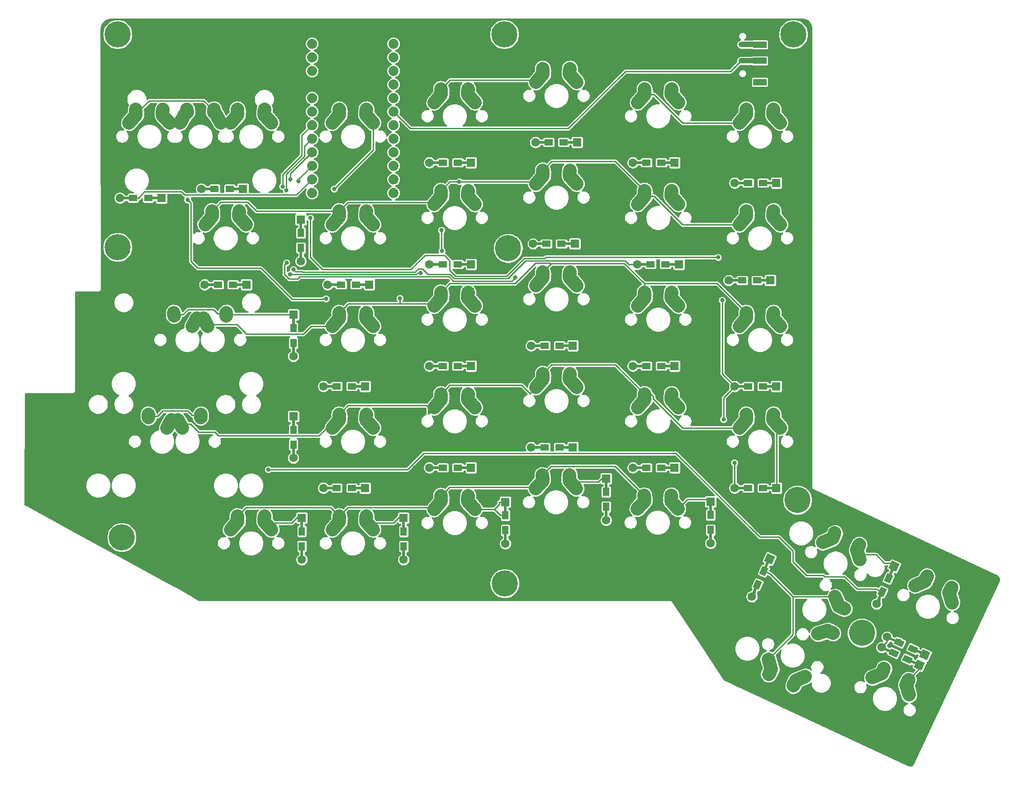
<source format=gbr>
G04 #@! TF.GenerationSoftware,KiCad,Pcbnew,(5.1.5)-3*
G04 #@! TF.CreationDate,2020-03-03T19:55:16+05:30*
G04 #@! TF.ProjectId,ergocape,6572676f-6361-4706-952e-6b696361645f,rev?*
G04 #@! TF.SameCoordinates,Original*
G04 #@! TF.FileFunction,Copper,L1,Top*
G04 #@! TF.FilePolarity,Positive*
%FSLAX46Y46*%
G04 Gerber Fmt 4.6, Leading zero omitted, Abs format (unit mm)*
G04 Created by KiCad (PCBNEW (5.1.5)-3) date 2020-03-03 19:55:16*
%MOMM*%
%LPD*%
G04 APERTURE LIST*
%ADD10R,2.500000X1.200000*%
%ADD11C,1.879600*%
%ADD12C,2.500000*%
%ADD13C,2.000000*%
%ADD14C,4.900000*%
%ADD15R,2.900000X0.500000*%
%ADD16R,1.600000X1.600000*%
%ADD17C,1.600000*%
%ADD18R,1.600000X1.200000*%
%ADD19R,0.500000X2.900000*%
%ADD20R,1.200000X1.600000*%
%ADD21C,0.100000*%
%ADD22C,2.500000*%
%ADD23C,0.800000*%
%ADD24C,1.016000*%
%ADD25C,0.250000*%
%ADD26C,0.254000*%
G04 APERTURE END LIST*
D10*
X160352000Y-25511500D03*
X160352000Y-22511500D03*
X160352000Y-29511500D03*
X153852000Y-30611500D03*
D11*
X76504800Y-22326600D03*
X76504800Y-24866600D03*
X76504800Y-27406600D03*
X76504800Y-29946600D03*
X76504800Y-32486600D03*
X76504800Y-35026600D03*
X76504800Y-37566600D03*
X76504800Y-40106600D03*
X76504800Y-42646600D03*
X76504800Y-45186600D03*
X76504800Y-47726600D03*
X76504800Y-50266600D03*
X91744800Y-50266600D03*
X91744800Y-47726600D03*
X91744800Y-45186600D03*
X91744800Y-42646600D03*
X91744800Y-40106600D03*
X91744800Y-37566600D03*
X91744800Y-35026600D03*
X91744800Y-32486600D03*
X91744800Y-29946600D03*
X91744800Y-27406600D03*
X91744800Y-24866600D03*
X91744800Y-22326600D03*
D12*
X57824999Y-54237500D02*
X57785001Y-53657500D01*
D13*
X62865000Y-53657500D03*
X62825000Y-54237500D03*
D12*
X62825001Y-54237500D02*
X62864999Y-53657500D01*
D13*
X56515000Y-56197500D03*
X57825000Y-54737500D03*
D12*
X62825005Y-54737496D02*
X64134995Y-56197504D01*
X57824995Y-54737496D02*
X56515005Y-56197504D01*
D13*
X64135000Y-56197500D03*
X62825000Y-54737500D03*
X57785000Y-53657500D03*
X57825000Y-54237500D03*
D12*
X53125724Y-35186828D02*
X53086276Y-34608172D01*
X59435816Y-37147807D02*
X58626184Y-35687193D01*
X51816184Y-37147807D02*
X52625816Y-35687193D01*
X58126276Y-35186828D02*
X58165724Y-34608172D01*
D14*
X40132000Y-60452000D03*
X112522000Y-20574000D03*
X166624000Y-20574000D03*
X112586000Y-123444000D03*
X40894000Y-114808000D03*
X113220000Y-60642500D03*
X179451000Y-132715000D03*
X40132000Y-20574000D03*
X167386000Y-107823000D03*
D12*
X45918524Y-92336828D02*
X45879076Y-91758172D01*
X52228616Y-94297807D02*
X51418984Y-92837193D01*
D15*
X124738000Y-40798800D03*
X119738000Y-40798800D03*
D16*
X126138000Y-40798800D03*
D17*
X118338000Y-40798800D03*
D18*
X120838000Y-40798800D03*
X123638000Y-40798800D03*
D12*
X87947495Y-37147504D02*
X86637505Y-35687496D01*
X81597501Y-34607500D02*
X81637499Y-35187500D01*
X80327505Y-37147504D02*
X81637495Y-35687496D01*
D13*
X81597500Y-34607500D03*
X81637500Y-35187500D03*
X87947500Y-37147500D03*
X86637500Y-35687500D03*
X80327500Y-37147500D03*
X81637500Y-35687500D03*
X86677500Y-34607500D03*
X86637500Y-35187500D03*
D12*
X86677499Y-34607500D02*
X86637501Y-35187500D01*
X188275477Y-144316156D02*
X187705249Y-142439312D01*
X183593880Y-139330507D02*
X183385012Y-139873069D01*
X181369420Y-141095809D02*
X183173702Y-140326217D01*
D13*
X183593879Y-139330506D03*
X183385013Y-139873069D03*
X188275483Y-144316154D03*
X187705243Y-142439315D03*
X181369418Y-141095803D03*
X183173704Y-140326223D03*
X188197923Y-141477407D03*
X187916552Y-141986161D03*
D12*
X188197922Y-141477407D02*
X187916552Y-141986161D01*
D19*
X74422000Y-56682000D03*
X74422000Y-61682000D03*
D16*
X74422000Y-55282000D03*
D17*
X74422000Y-63082000D03*
D20*
X74422000Y-60582000D03*
X74422000Y-57782000D03*
D15*
X104894000Y-44608800D03*
X99894000Y-44608800D03*
D16*
X106294000Y-44608800D03*
D17*
X98494000Y-44608800D03*
D18*
X100994000Y-44608800D03*
X103794000Y-44608800D03*
D15*
X142994000Y-44608800D03*
X137994000Y-44608800D03*
D16*
X144394000Y-44608800D03*
D17*
X136594000Y-44608800D03*
D18*
X139094000Y-44608800D03*
X141894000Y-44608800D03*
D15*
X162044000Y-48418800D03*
X157044000Y-48418800D03*
D16*
X163444000Y-48418800D03*
D17*
X155644000Y-48418800D03*
D18*
X158144000Y-48418800D03*
X160944000Y-48418800D03*
D19*
X93662500Y-112594000D03*
X93662500Y-117594000D03*
D16*
X93662500Y-111194000D03*
D17*
X93662500Y-118994000D03*
D20*
X93662500Y-116494000D03*
X93662500Y-113694000D03*
D19*
X151130000Y-109514000D03*
X151130000Y-114514000D03*
D16*
X151130000Y-108114000D03*
D17*
X151130000Y-115914000D03*
D20*
X151130000Y-113414000D03*
X151130000Y-110614000D03*
D19*
X131572000Y-105196000D03*
X131572000Y-110196000D03*
D16*
X131572000Y-103796000D03*
D17*
X131572000Y-111596000D03*
D20*
X131572000Y-109096000D03*
X131572000Y-106296000D03*
D19*
X73025000Y-74493800D03*
X73025000Y-79493800D03*
D16*
X73025000Y-73093800D03*
D17*
X73025000Y-80893800D03*
D20*
X73025000Y-78393800D03*
X73025000Y-75593800D03*
D19*
X74612500Y-112594000D03*
X74612500Y-117594000D03*
D16*
X74612500Y-111194000D03*
D17*
X74612500Y-118994000D03*
D20*
X74612500Y-116494000D03*
X74612500Y-113694000D03*
D15*
X123944000Y-78898800D03*
X118944000Y-78898800D03*
D16*
X125344000Y-78898800D03*
D17*
X117544000Y-78898800D03*
D18*
X120044000Y-78898800D03*
X122844000Y-78898800D03*
D15*
X62190000Y-49530000D03*
X57190000Y-49530000D03*
D16*
X63590000Y-49530000D03*
D17*
X55790000Y-49530000D03*
D18*
X58290000Y-49530000D03*
X61090000Y-49530000D03*
D19*
X73025000Y-93543800D03*
X73025000Y-98543800D03*
D16*
X73025000Y-92143800D03*
D17*
X73025000Y-99943800D03*
D20*
X73025000Y-97443800D03*
X73025000Y-94643800D03*
D15*
X62825000Y-67468800D03*
X57825000Y-67468800D03*
D16*
X64225000Y-67468800D03*
D17*
X56425000Y-67468800D03*
D18*
X58925000Y-67468800D03*
X61725000Y-67468800D03*
G04 #@! TA.AperFunction,Conductor*
D21*
G36*
X188551968Y-135798326D02*
G01*
X188763277Y-135345173D01*
X191391570Y-136570766D01*
X191180261Y-137023919D01*
X188551968Y-135798326D01*
G37*
G04 #@! TD.AperFunction*
G04 #@! TA.AperFunction,Conductor*
G36*
X184020430Y-133685234D02*
G01*
X184231739Y-133232081D01*
X186860032Y-134457674D01*
X186648723Y-134910827D01*
X184020430Y-133685234D01*
G37*
G04 #@! TD.AperFunction*
G04 #@! TA.AperFunction,ComponentPad*
G36*
X190177459Y-137163163D02*
G01*
X190853648Y-135713070D01*
X192303741Y-136389259D01*
X191627552Y-137839352D01*
X190177459Y-137163163D01*
G37*
G04 #@! TD.AperFunction*
D17*
X184171400Y-133479789D03*
G04 #@! TA.AperFunction,SMDPad,CuDef*
D21*
G36*
X185458552Y-134742024D02*
G01*
X185965694Y-133654455D01*
X187415786Y-134330644D01*
X186908644Y-135418213D01*
X185458552Y-134742024D01*
G37*
G04 #@! TD.AperFunction*
G04 #@! TA.AperFunction,SMDPad,CuDef*
G36*
X187996214Y-135925356D02*
G01*
X188503356Y-134837787D01*
X189953448Y-135513976D01*
X189446306Y-136601545D01*
X187996214Y-135925356D01*
G37*
G04 #@! TD.AperFunction*
G04 #@! TA.AperFunction,Conductor*
G36*
X187530968Y-137745326D02*
G01*
X187742277Y-137292173D01*
X190370570Y-138517766D01*
X190159261Y-138970919D01*
X187530968Y-137745326D01*
G37*
G04 #@! TD.AperFunction*
G04 #@! TA.AperFunction,Conductor*
G36*
X182999430Y-135632234D02*
G01*
X183210739Y-135179081D01*
X185839032Y-136404674D01*
X185627723Y-136857827D01*
X182999430Y-135632234D01*
G37*
G04 #@! TD.AperFunction*
G04 #@! TA.AperFunction,ComponentPad*
G36*
X189156459Y-139110163D02*
G01*
X189832648Y-137660070D01*
X191282741Y-138336259D01*
X190606552Y-139786352D01*
X189156459Y-139110163D01*
G37*
G04 #@! TD.AperFunction*
D17*
X183150400Y-135426789D03*
G04 #@! TA.AperFunction,SMDPad,CuDef*
D21*
G36*
X184437552Y-136689024D02*
G01*
X184944694Y-135601455D01*
X186394786Y-136277644D01*
X185887644Y-137365213D01*
X184437552Y-136689024D01*
G37*
G04 #@! TD.AperFunction*
G04 #@! TA.AperFunction,SMDPad,CuDef*
G36*
X186975214Y-137872356D02*
G01*
X187482356Y-136784787D01*
X188932448Y-137460976D01*
X188425306Y-138548545D01*
X186975214Y-137872356D01*
G37*
G04 #@! TD.AperFunction*
G04 #@! TA.AperFunction,Conductor*
G36*
X161173326Y-121538032D02*
G01*
X160720173Y-121326723D01*
X161945766Y-118698430D01*
X162398919Y-118909739D01*
X161173326Y-121538032D01*
G37*
G04 #@! TD.AperFunction*
G04 #@! TA.AperFunction,Conductor*
G36*
X159060234Y-126069570D02*
G01*
X158607081Y-125858261D01*
X159832674Y-123229968D01*
X160285827Y-123441277D01*
X159060234Y-126069570D01*
G37*
G04 #@! TD.AperFunction*
G04 #@! TA.AperFunction,ComponentPad*
G36*
X162538163Y-119912541D02*
G01*
X161088070Y-119236352D01*
X161764259Y-117786259D01*
X163214352Y-118462448D01*
X162538163Y-119912541D01*
G37*
G04 #@! TD.AperFunction*
D17*
X158854789Y-125918600D03*
G04 #@! TA.AperFunction,SMDPad,CuDef*
D21*
G36*
X160117024Y-124631448D02*
G01*
X159029455Y-124124306D01*
X159705644Y-122674214D01*
X160793213Y-123181356D01*
X160117024Y-124631448D01*
G37*
G04 #@! TD.AperFunction*
G04 #@! TA.AperFunction,SMDPad,CuDef*
G36*
X161300356Y-122093786D02*
G01*
X160212787Y-121586644D01*
X160888976Y-120136552D01*
X161976545Y-120643694D01*
X161300356Y-122093786D01*
G37*
G04 #@! TD.AperFunction*
D19*
X112712000Y-109578000D03*
X112712000Y-114578000D03*
D16*
X112712000Y-108178000D03*
D17*
X112712000Y-115978000D03*
D20*
X112712000Y-113478000D03*
X112712000Y-110678000D03*
D15*
X85050000Y-86518800D03*
X80050000Y-86518800D03*
D16*
X86450000Y-86518800D03*
D17*
X78650000Y-86518800D03*
D18*
X81150000Y-86518800D03*
X83950000Y-86518800D03*
D15*
X162044000Y-105569000D03*
X157044000Y-105569000D03*
D16*
X163444000Y-105569000D03*
D17*
X155644000Y-105569000D03*
D18*
X158144000Y-105569000D03*
X160944000Y-105569000D03*
D15*
X123944000Y-97948800D03*
X118944000Y-97948800D03*
D16*
X125344000Y-97948800D03*
D17*
X117544000Y-97948800D03*
D18*
X120044000Y-97948800D03*
X122844000Y-97948800D03*
D15*
X124293000Y-59817000D03*
X119293000Y-59817000D03*
D16*
X125693000Y-59817000D03*
D17*
X117893000Y-59817000D03*
D18*
X120393000Y-59817000D03*
X123193000Y-59817000D03*
D15*
X142994000Y-82708800D03*
X137994000Y-82708800D03*
D16*
X144394000Y-82708800D03*
D17*
X136594000Y-82708800D03*
D18*
X139094000Y-82708800D03*
X141894000Y-82708800D03*
D15*
X162044000Y-86518800D03*
X157044000Y-86518800D03*
D16*
X163444000Y-86518800D03*
D17*
X155644000Y-86518800D03*
D18*
X158144000Y-86518800D03*
X160944000Y-86518800D03*
D15*
X85843800Y-67468800D03*
X80843800Y-67468800D03*
D16*
X87243800Y-67468800D03*
D17*
X79443800Y-67468800D03*
D18*
X81943800Y-67468800D03*
X84743800Y-67468800D03*
D15*
X143788000Y-63658800D03*
X138788000Y-63658800D03*
D16*
X145188000Y-63658800D03*
D17*
X137388000Y-63658800D03*
D18*
X139888000Y-63658800D03*
X142688000Y-63658800D03*
D15*
X104894000Y-82708800D03*
X99894000Y-82708800D03*
D16*
X106294000Y-82708800D03*
D17*
X98494000Y-82708800D03*
D18*
X100994000Y-82708800D03*
X103794000Y-82708800D03*
D15*
X160932000Y-66675000D03*
X155932000Y-66675000D03*
D16*
X162332000Y-66675000D03*
D17*
X154532000Y-66675000D03*
D18*
X157032000Y-66675000D03*
X159832000Y-66675000D03*
D15*
X142994000Y-101759000D03*
X137994000Y-101759000D03*
D16*
X144394000Y-101759000D03*
D17*
X136594000Y-101759000D03*
D18*
X139094000Y-101759000D03*
X141894000Y-101759000D03*
D15*
X104894000Y-63658800D03*
X99894000Y-63658800D03*
D16*
X106294000Y-63658800D03*
D17*
X98494000Y-63658800D03*
D18*
X100994000Y-63658800D03*
X103794000Y-63658800D03*
D15*
X104894000Y-101759000D03*
X99894000Y-101759000D03*
D16*
X106294000Y-101759000D03*
D17*
X98494000Y-101759000D03*
D18*
X100994000Y-101759000D03*
X103794000Y-101759000D03*
D15*
X85050000Y-105569000D03*
X80050000Y-105569000D03*
D16*
X86450000Y-105569000D03*
D17*
X78650000Y-105569000D03*
D18*
X81150000Y-105569000D03*
X83950000Y-105569000D03*
D12*
X106997995Y-33337504D02*
X105688005Y-31877496D01*
X100648001Y-30797500D02*
X100687999Y-31377500D01*
X99378005Y-33337504D02*
X100687995Y-31877496D01*
D13*
X100648000Y-30797500D03*
X100688000Y-31377500D03*
X106998000Y-33337500D03*
X105688000Y-31877500D03*
X99378000Y-33337500D03*
X100688000Y-31877500D03*
X105728000Y-30797500D03*
X105688000Y-31377500D03*
D12*
X105727999Y-30797500D02*
X105688001Y-31377500D01*
X126047995Y-29527504D02*
X124738005Y-28067496D01*
X119698001Y-26987500D02*
X119737999Y-27567500D01*
X118428005Y-29527504D02*
X119737995Y-28067496D01*
D13*
X119698000Y-26987500D03*
X119738000Y-27567500D03*
X126048000Y-29527500D03*
X124738000Y-28067500D03*
X118428000Y-29527500D03*
X119738000Y-28067500D03*
X124778000Y-26987500D03*
X124738000Y-27567500D03*
D12*
X124777999Y-26987500D02*
X124738001Y-27567500D01*
X145097995Y-33337504D02*
X143788005Y-31877496D01*
X138748001Y-30797500D02*
X138787999Y-31377500D01*
X137478005Y-33337504D02*
X138787995Y-31877496D01*
D13*
X138748000Y-30797500D03*
X138788000Y-31377500D03*
X145098000Y-33337500D03*
X143788000Y-31877500D03*
X137478000Y-33337500D03*
X138788000Y-31877500D03*
X143828000Y-30797500D03*
X143788000Y-31377500D03*
D12*
X143827999Y-30797500D02*
X143788001Y-31377500D01*
X164147995Y-37147504D02*
X162838005Y-35687496D01*
X157798001Y-34607500D02*
X157837999Y-35187500D01*
X156528005Y-37147504D02*
X157837995Y-35687496D01*
D13*
X157798000Y-34607500D03*
X157838000Y-35187500D03*
X164148000Y-37147500D03*
X162838000Y-35687500D03*
X156528000Y-37147500D03*
X157838000Y-35687500D03*
X162878000Y-34607500D03*
X162838000Y-35187500D03*
D12*
X162877999Y-34607500D02*
X162838001Y-35187500D01*
X87947495Y-75247504D02*
X86637505Y-73787496D01*
X81597501Y-72707500D02*
X81637499Y-73287500D01*
X80327505Y-75247504D02*
X81637495Y-73787496D01*
D13*
X81597500Y-72707500D03*
X81637500Y-73287500D03*
X87947500Y-75247500D03*
X86637500Y-73787500D03*
X80327500Y-75247500D03*
X81637500Y-73787500D03*
X86677500Y-72707500D03*
X86637500Y-73287500D03*
D12*
X86677499Y-72707500D02*
X86637501Y-73287500D01*
X87947495Y-113348004D02*
X86637505Y-111887996D01*
X81597501Y-110808000D02*
X81637499Y-111388000D01*
X80327505Y-113348004D02*
X81637495Y-111887996D01*
D13*
X81597500Y-110808000D03*
X81637500Y-111388000D03*
X87947500Y-113348000D03*
X86637500Y-111888000D03*
X80327500Y-113348000D03*
X81637500Y-111888000D03*
X86677500Y-110808000D03*
X86637500Y-111388000D03*
D12*
X86677499Y-110808000D02*
X86637501Y-111388000D01*
X164147995Y-94297504D02*
X162838005Y-92837496D01*
X157798001Y-91757500D02*
X157837999Y-92337500D01*
X156528005Y-94297504D02*
X157837995Y-92837496D01*
D13*
X157798000Y-91757500D03*
X157838000Y-92337500D03*
X164148000Y-94297500D03*
X162838000Y-92837500D03*
X156528000Y-94297500D03*
X157838000Y-92837500D03*
X162878000Y-91757500D03*
X162838000Y-92337500D03*
D12*
X162877999Y-91757500D02*
X162838001Y-92337500D01*
X125983995Y-105664004D02*
X124674005Y-104203996D01*
X119634001Y-103124000D02*
X119673999Y-103704000D01*
X118364005Y-105664004D02*
X119673995Y-104203996D01*
D13*
X119634000Y-103124000D03*
X119674000Y-103704000D03*
X125984000Y-105664000D03*
X124674000Y-104204000D03*
X118364000Y-105664000D03*
X119674000Y-104204000D03*
X124714000Y-103124000D03*
X124674000Y-103704000D03*
D12*
X124713999Y-103124000D02*
X124674001Y-103704000D01*
X145033995Y-109474004D02*
X143724005Y-108013996D01*
X138684001Y-106934000D02*
X138723999Y-107514000D01*
X137414005Y-109474004D02*
X138723995Y-108013996D01*
D13*
X138684000Y-106934000D03*
X138724000Y-107514000D03*
X145034000Y-109474000D03*
X143724000Y-108014000D03*
X137414000Y-109474000D03*
X138724000Y-108014000D03*
X143764000Y-106934000D03*
X143724000Y-107514000D03*
D12*
X143763999Y-106934000D02*
X143724001Y-107514000D01*
X126047995Y-86677504D02*
X124738005Y-85217496D01*
X119698001Y-84137500D02*
X119737999Y-84717500D01*
X118428005Y-86677504D02*
X119737995Y-85217496D01*
D13*
X119698000Y-84137500D03*
X119738000Y-84717500D03*
X126048000Y-86677500D03*
X124738000Y-85217500D03*
X118428000Y-86677500D03*
X119738000Y-85217500D03*
X124778000Y-84137500D03*
X124738000Y-84717500D03*
D12*
X124777999Y-84137500D02*
X124738001Y-84717500D01*
X60483524Y-72708172D02*
X60444076Y-73286828D01*
X54944890Y-73787900D02*
X54132710Y-75247100D01*
X68897495Y-113348004D02*
X67587505Y-111887996D01*
X62547501Y-110808000D02*
X62587499Y-111388000D01*
X61277505Y-113348004D02*
X62587495Y-111887996D01*
D13*
X62547500Y-110808000D03*
X62587500Y-111388000D03*
X68897500Y-113348000D03*
X67587500Y-111888000D03*
X61277500Y-113348000D03*
X62587500Y-111888000D03*
X67627500Y-110808000D03*
X67587500Y-111388000D03*
D12*
X67627499Y-110808000D02*
X67587501Y-111388000D01*
X126047995Y-67627504D02*
X124738005Y-66167496D01*
X119698001Y-65087500D02*
X119737999Y-65667500D01*
X118428005Y-67627504D02*
X119737995Y-66167496D01*
D13*
X119698000Y-65087500D03*
X119738000Y-65667500D03*
X126048000Y-67627500D03*
X124738000Y-66167500D03*
X118428000Y-67627500D03*
X119738000Y-66167500D03*
X124778000Y-65087500D03*
X124738000Y-65667500D03*
D12*
X124777999Y-65087500D02*
X124738001Y-65667500D01*
X126047995Y-48577504D02*
X124738005Y-47117496D01*
X119698001Y-46037500D02*
X119737999Y-46617500D01*
X118428005Y-48577504D02*
X119737995Y-47117496D01*
D13*
X119698000Y-46037500D03*
X119738000Y-46617500D03*
X126048000Y-48577500D03*
X124738000Y-47117500D03*
X118428000Y-48577500D03*
X119738000Y-47117500D03*
X124778000Y-46037500D03*
X124738000Y-46617500D03*
D12*
X124777999Y-46037500D02*
X124738001Y-46617500D01*
X50680924Y-73286828D02*
X50641476Y-72708172D01*
X56992290Y-75247100D02*
X56180110Y-73787900D01*
X68897495Y-37147504D02*
X67587505Y-35687496D01*
X62547501Y-34607500D02*
X62587499Y-35187500D01*
X61277505Y-37147504D02*
X62587495Y-35687496D01*
D13*
X62547500Y-34607500D03*
X62587500Y-35187500D03*
X68897500Y-37147500D03*
X67587500Y-35687500D03*
X61277500Y-37147500D03*
X62587500Y-35687500D03*
X67627500Y-34607500D03*
X67587500Y-35187500D03*
D12*
X67627499Y-34607500D02*
X67587501Y-35187500D01*
X145097995Y-71437504D02*
X143788005Y-69977496D01*
X138748001Y-68897500D02*
X138787999Y-69477500D01*
X137478005Y-71437504D02*
X138787995Y-69977496D01*
D13*
X138748000Y-68897500D03*
X138788000Y-69477500D03*
X145098000Y-71437500D03*
X143788000Y-69977500D03*
X137478000Y-71437500D03*
X138788000Y-69977500D03*
X143828000Y-68897500D03*
X143788000Y-69477500D03*
D12*
X143827999Y-68897500D02*
X143788001Y-69477500D01*
X164147995Y-75247504D02*
X162838005Y-73787496D01*
X157798001Y-72707500D02*
X157837999Y-73287500D01*
X156528005Y-75247504D02*
X157837995Y-73787496D01*
D13*
X157798000Y-72707500D03*
X157838000Y-73287500D03*
X164148000Y-75247500D03*
X162838000Y-73787500D03*
X156528000Y-75247500D03*
X157838000Y-73787500D03*
X162878000Y-72707500D03*
X162838000Y-73287500D03*
D12*
X162877999Y-72707500D02*
X162838001Y-73287500D01*
X87947495Y-56197504D02*
X86637505Y-54737496D01*
X81597501Y-53657500D02*
X81637499Y-54237500D01*
X80327505Y-56197504D02*
X81637495Y-54737496D01*
D13*
X81597500Y-53657500D03*
X81637500Y-54237500D03*
X87947500Y-56197500D03*
X86637500Y-54737500D03*
X80327500Y-56197500D03*
X81637500Y-54737500D03*
X86677500Y-53657500D03*
X86637500Y-54237500D03*
D12*
X86677499Y-53657500D02*
X86637501Y-54237500D01*
X145097995Y-52387504D02*
X143788005Y-50927496D01*
X138748001Y-49847500D02*
X138787999Y-50427500D01*
X137478005Y-52387504D02*
X138787995Y-50927496D01*
D13*
X138748000Y-49847500D03*
X138788000Y-50427500D03*
X145098000Y-52387500D03*
X143788000Y-50927500D03*
X137478000Y-52387500D03*
X138788000Y-50927500D03*
X143828000Y-49847500D03*
X143788000Y-50427500D03*
D12*
X143827999Y-49847500D02*
X143788001Y-50427500D01*
X106997995Y-71437504D02*
X105688005Y-69977496D01*
X100648001Y-68897500D02*
X100687999Y-69477500D01*
X99378005Y-71437504D02*
X100687995Y-69977496D01*
D13*
X100648000Y-68897500D03*
X100688000Y-69477500D03*
X106998000Y-71437500D03*
X105688000Y-69977500D03*
X99378000Y-71437500D03*
X100688000Y-69977500D03*
X105728000Y-68897500D03*
X105688000Y-69477500D03*
D12*
X105727999Y-68897500D02*
X105688001Y-69477500D01*
X55720924Y-91758172D02*
X55681476Y-92336828D01*
X50182290Y-92837900D02*
X49370110Y-94297100D01*
X164147995Y-56197504D02*
X162838005Y-54737496D01*
X157798001Y-53657500D02*
X157837999Y-54237500D01*
X156528005Y-56197504D02*
X157837995Y-54737496D01*
D13*
X157798000Y-53657500D03*
X157838000Y-54237500D03*
X164148000Y-56197500D03*
X162838000Y-54737500D03*
X156528000Y-56197500D03*
X157838000Y-54737500D03*
X162878000Y-53657500D03*
X162838000Y-54237500D03*
D12*
X162877999Y-53657500D02*
X162838001Y-54237500D01*
X196325477Y-127051156D02*
X195755249Y-125174312D01*
X191643880Y-122065507D02*
X191435012Y-122608069D01*
X189419420Y-123830809D02*
X191223702Y-123061217D01*
D13*
X191643879Y-122065506D03*
X191435013Y-122608069D03*
X196325483Y-127051154D03*
X195755243Y-125174315D03*
X189419418Y-123830803D03*
X191223704Y-123061223D03*
X196247923Y-124212407D03*
X195966552Y-124721161D03*
D12*
X196247922Y-124212407D02*
X195966552Y-124721161D01*
X145097995Y-90487504D02*
X143788005Y-89027496D01*
X138748001Y-87947500D02*
X138787999Y-88527500D01*
X137478005Y-90487504D02*
X138787995Y-89027496D01*
D13*
X138748000Y-87947500D03*
X138788000Y-88527500D03*
X145098000Y-90487500D03*
X143788000Y-89027500D03*
X137478000Y-90487500D03*
X138788000Y-89027500D03*
X143828000Y-87947500D03*
X143788000Y-88527500D03*
D12*
X143827999Y-87947500D02*
X143788001Y-88527500D01*
X106997995Y-52387504D02*
X105688005Y-50927496D01*
X100648001Y-49847500D02*
X100687999Y-50427500D01*
X99378005Y-52387504D02*
X100687995Y-50927496D01*
D13*
X100648000Y-49847500D03*
X100688000Y-50427500D03*
X106998000Y-52387500D03*
X105688000Y-50927500D03*
X99378000Y-52387500D03*
X100688000Y-50927500D03*
X105728000Y-49847500D03*
X105688000Y-50427500D03*
D12*
X105727999Y-49847500D02*
X105688001Y-50427500D01*
X106997995Y-109538004D02*
X105688005Y-108077996D01*
X100648001Y-106998000D02*
X100687999Y-107578000D01*
X99378005Y-109538004D02*
X100687995Y-108077996D01*
D13*
X100648000Y-106998000D03*
X100688000Y-107578000D03*
X106998000Y-109538000D03*
X105688000Y-108078000D03*
X99378000Y-109538000D03*
X100688000Y-108078000D03*
X105728000Y-106998000D03*
X105688000Y-107578000D03*
D12*
X105727999Y-106998000D02*
X105688001Y-107578000D01*
X106997995Y-90487504D02*
X105688005Y-89027496D01*
X100648001Y-87947500D02*
X100687999Y-88527500D01*
X99378005Y-90487504D02*
X100687995Y-89027496D01*
D13*
X100648000Y-87947500D03*
X100688000Y-88527500D03*
X106998000Y-90487500D03*
X105688000Y-89027500D03*
X99378000Y-90487500D03*
X100688000Y-89027500D03*
X105728000Y-87947500D03*
X105688000Y-88527500D03*
D12*
X105727999Y-87947500D02*
X105688001Y-88527500D01*
X87947495Y-94297504D02*
X86637505Y-92837496D01*
X81597501Y-91757500D02*
X81637499Y-92337500D01*
X80327505Y-94297504D02*
X81637495Y-92837496D01*
D13*
X81597500Y-91757500D03*
X81637500Y-92337500D03*
X87947500Y-94297500D03*
X86637500Y-92837500D03*
X80327500Y-94297500D03*
X81637500Y-92837500D03*
X86677500Y-91757500D03*
X86637500Y-92337500D03*
D12*
X86677499Y-91757500D02*
X86637501Y-92337500D01*
G04 #@! TA.AperFunction,Conductor*
D21*
G36*
X184507326Y-122898032D02*
G01*
X184054173Y-122686723D01*
X185279766Y-120058430D01*
X185732919Y-120269739D01*
X184507326Y-122898032D01*
G37*
G04 #@! TD.AperFunction*
G04 #@! TA.AperFunction,Conductor*
G36*
X182394234Y-127429570D02*
G01*
X181941081Y-127218261D01*
X183166674Y-124589968D01*
X183619827Y-124801277D01*
X182394234Y-127429570D01*
G37*
G04 #@! TD.AperFunction*
G04 #@! TA.AperFunction,ComponentPad*
G36*
X185872163Y-121272541D02*
G01*
X184422070Y-120596352D01*
X185098259Y-119146259D01*
X186548352Y-119822448D01*
X185872163Y-121272541D01*
G37*
G04 #@! TD.AperFunction*
D17*
X182188789Y-127278600D03*
G04 #@! TA.AperFunction,SMDPad,CuDef*
D21*
G36*
X183451024Y-125991448D02*
G01*
X182363455Y-125484306D01*
X183039644Y-124034214D01*
X184127213Y-124541356D01*
X183451024Y-125991448D01*
G37*
G04 #@! TD.AperFunction*
G04 #@! TA.AperFunction,SMDPad,CuDef*
G36*
X184634356Y-123453786D02*
G01*
X183546787Y-122946644D01*
X184222976Y-121496552D01*
X185310545Y-122003694D01*
X184634356Y-123453786D01*
G37*
G04 #@! TD.AperFunction*
D12*
X179048477Y-118988156D02*
X178478249Y-117111312D01*
X174366880Y-114002507D02*
X174158012Y-114545069D01*
X172142420Y-115767809D02*
X173946702Y-114998217D01*
D13*
X174366879Y-114002506D03*
X174158013Y-114545069D03*
X179048483Y-118988154D03*
X178478243Y-117111315D03*
X172142418Y-115767803D03*
X173946704Y-114998223D03*
X178970923Y-116149407D03*
X178689552Y-116658161D03*
D12*
X178970922Y-116149407D02*
X178689552Y-116658161D01*
X161944523Y-137636844D02*
X162514751Y-139513688D01*
X166626120Y-142622493D02*
X166834988Y-142079931D01*
X168850580Y-140857191D02*
X167046298Y-141626783D01*
D13*
X166626121Y-142622494D03*
X166834987Y-142079931D03*
X161944517Y-137636846D03*
X162514757Y-139513685D03*
X168850582Y-140857197D03*
X167046296Y-141626777D03*
X162022077Y-140475593D03*
X162303448Y-139966839D03*
D12*
X162022078Y-140475593D02*
X162303448Y-139966839D01*
D22*
X176186494Y-128168879D03*
X175643931Y-127960013D03*
D12*
X176186411Y-128169093D02*
X175644013Y-127959799D01*
D13*
X171200846Y-132850483D03*
D22*
X173077685Y-132280243D03*
D12*
X174421191Y-125944420D02*
X175190783Y-127748702D01*
X171200844Y-132850477D02*
X173077688Y-132280249D01*
D13*
X174421197Y-125944418D03*
D22*
X175190777Y-127748704D03*
D13*
X174039593Y-132772923D03*
X173530839Y-132491552D03*
D12*
X174039704Y-132772722D02*
X173530728Y-132491752D01*
D15*
X46950000Y-51231800D03*
X41950000Y-51231800D03*
D16*
X48350000Y-51231800D03*
D17*
X40550000Y-51231800D03*
D18*
X43050000Y-51231800D03*
X45850000Y-51231800D03*
D12*
X49860195Y-37160204D02*
X48550205Y-35700196D01*
X43510201Y-34620200D02*
X43550199Y-35200200D01*
X42240205Y-37160204D02*
X43550195Y-35700196D01*
D13*
X43510200Y-34620200D03*
X43550200Y-35200200D03*
X49860200Y-37160200D03*
X48550200Y-35700200D03*
X42240200Y-37160200D03*
X43550200Y-35700200D03*
X48590200Y-34620200D03*
X48550200Y-35200200D03*
D12*
X48590199Y-34620200D02*
X48550201Y-35200200D01*
D23*
X156845000Y-22479000D03*
X157099000Y-30607000D03*
X80645000Y-49530000D03*
X70993000Y-49072800D03*
X72390000Y-65532000D03*
X96879400Y-65257010D03*
X100774500Y-57277000D03*
X100838000Y-61150500D03*
X71721200Y-49821126D03*
X71755000Y-63373000D03*
X114554000Y-66167000D03*
X72449400Y-47752000D03*
X73025000Y-64643000D03*
X74001100Y-48133000D03*
X76200000Y-54991000D03*
X152527000Y-62357000D03*
X153543000Y-92710000D03*
X155575000Y-100838000D03*
X153289000Y-70358000D03*
X68326000Y-102108000D03*
X79121000Y-70104000D03*
X53213000Y-51562000D03*
X92983600Y-70032000D03*
X104093200Y-48179800D03*
X156845000Y-25527000D03*
D24*
X160319500Y-22479000D02*
X160352000Y-22511500D01*
X156845000Y-22479000D02*
X160319500Y-22479000D01*
X153852000Y-30611500D02*
X157094500Y-30611500D01*
X157094500Y-30611500D02*
X157099000Y-30607000D01*
D25*
X74422000Y-55282000D02*
X74422000Y-56682000D01*
X74422000Y-57782000D02*
X74422000Y-56682000D01*
X87292500Y-36417500D02*
X86637500Y-35762500D01*
X86637500Y-35762500D02*
X86637500Y-35687500D01*
X86657500Y-34897500D02*
X86637500Y-34917500D01*
X86637500Y-34917500D02*
X86637500Y-35187500D01*
X87947500Y-38561713D02*
X87947500Y-37147500D01*
X87947500Y-42227500D02*
X87947500Y-38561713D01*
X80645000Y-49530000D02*
X87947500Y-42227500D01*
X74422000Y-61682000D02*
X74422000Y-63082000D01*
X74422000Y-60582000D02*
X74422000Y-61682000D01*
X93662500Y-118994000D02*
X93662500Y-117594000D01*
X93662500Y-116494000D02*
X93662500Y-117594000D01*
X78650000Y-86518800D02*
X80050000Y-86518800D01*
X81150000Y-86518800D02*
X80050000Y-86518800D01*
X79443800Y-67468800D02*
X80843800Y-67468800D01*
X81943800Y-67468800D02*
X80843800Y-67468800D01*
X78650000Y-105569000D02*
X80050000Y-105569000D01*
X81150000Y-105569000D02*
X80050000Y-105569000D01*
X106294000Y-44608800D02*
X104894000Y-44608800D01*
X103794000Y-44608800D02*
X104894000Y-44608800D01*
X106343000Y-32607500D02*
X105688000Y-31952500D01*
X105688000Y-31952500D02*
X105688000Y-31877500D01*
X105708000Y-31087500D02*
X105688000Y-31107500D01*
X105688000Y-31107500D02*
X105688000Y-31377500D01*
X98494000Y-44608800D02*
X99894000Y-44608800D01*
X100994000Y-44608800D02*
X99894000Y-44608800D01*
X112712000Y-115978000D02*
X112712000Y-114578000D01*
X112712000Y-113478000D02*
X112712000Y-114578000D01*
X98494000Y-82708800D02*
X99894000Y-82708800D01*
X100994000Y-82708800D02*
X99894000Y-82708800D01*
X98494000Y-63658800D02*
X99894000Y-63658800D01*
X100994000Y-63658800D02*
X99894000Y-63658800D01*
X98494000Y-101759000D02*
X99894000Y-101759000D01*
X100994000Y-101759000D02*
X99894000Y-101759000D01*
X70967600Y-49047400D02*
X70993000Y-49072800D01*
X72390000Y-65532000D02*
X74543065Y-65532000D01*
X74543065Y-65532000D02*
X96038725Y-65532000D01*
X96313715Y-65257010D02*
X96038725Y-65532000D01*
X96879400Y-65257010D02*
X96313715Y-65257010D01*
X100774500Y-57277000D02*
X100774500Y-61087000D01*
X100774500Y-61087000D02*
X100838000Y-61150500D01*
X76504800Y-37566600D02*
X74616906Y-39454494D01*
X74612500Y-42998312D02*
X74612500Y-43231632D01*
X74616906Y-39454494D02*
X74616906Y-42993906D01*
X74616906Y-42993906D02*
X74612500Y-42998312D01*
X70993000Y-46851132D02*
X70993000Y-49072800D01*
X74612500Y-43231632D02*
X70993000Y-46851132D01*
X120838000Y-40798800D02*
X119738000Y-40798800D01*
X131572000Y-111596000D02*
X131572000Y-110196000D01*
X131572000Y-109096000D02*
X131572000Y-110196000D01*
X117544000Y-78898800D02*
X118944000Y-78898800D01*
X120044000Y-78898800D02*
X118944000Y-78898800D01*
X117544000Y-97948800D02*
X118944000Y-97948800D01*
X120044000Y-97948800D02*
X118944000Y-97948800D01*
X117893000Y-59817000D02*
X119293000Y-59817000D01*
X120393000Y-59817000D02*
X119293000Y-59817000D01*
X71355001Y-65574739D02*
X72201262Y-66421000D01*
X71755000Y-63373000D02*
X71355001Y-63772999D01*
X71355001Y-63772999D02*
X71355001Y-65574739D01*
X73787000Y-66421000D02*
X74222790Y-65985210D01*
X72201262Y-66421000D02*
X73787000Y-66421000D01*
X74222790Y-65985210D02*
X77343000Y-65985210D01*
X77343000Y-65985210D02*
X102180210Y-65985210D01*
X102180210Y-65985210D02*
X102971590Y-66776590D01*
X102971590Y-66776590D02*
X113944410Y-66776590D01*
X113944410Y-66776590D02*
X114554000Y-66167000D01*
X76504800Y-40106600D02*
X75086391Y-41525009D01*
X75086391Y-41525009D02*
X75086391Y-43398675D01*
X71721200Y-46763866D02*
X71721200Y-49821126D01*
X75086391Y-43398675D02*
X71721200Y-46763866D01*
X126138000Y-40798800D02*
X124738000Y-40798800D01*
X123638000Y-40798800D02*
X124738000Y-40798800D01*
X125393000Y-28797500D02*
X124738000Y-28142500D01*
X124738000Y-28142500D02*
X124738000Y-28067500D01*
X124758000Y-27277500D02*
X124738000Y-27297500D01*
X124738000Y-27297500D02*
X124738000Y-27567500D01*
X141894000Y-44608800D02*
X142994000Y-44608800D01*
X144394000Y-44608800D02*
X142994000Y-44608800D01*
X144443000Y-32607500D02*
X143788000Y-31952500D01*
X143788000Y-31952500D02*
X143788000Y-31877500D01*
X143808000Y-31087500D02*
X143788000Y-31107500D01*
X143788000Y-31107500D02*
X143788000Y-31377500D01*
X139094000Y-44608800D02*
X137994000Y-44608800D01*
X151130000Y-115914000D02*
X151130000Y-114514000D01*
X151130000Y-113414000D02*
X151130000Y-114514000D01*
X136594000Y-82708800D02*
X137994000Y-82708800D01*
X139094000Y-82708800D02*
X137994000Y-82708800D01*
X137388000Y-63658800D02*
X138788000Y-63658800D01*
X139888000Y-63658800D02*
X138788000Y-63658800D01*
X136594000Y-101759000D02*
X137994000Y-101759000D01*
X139094000Y-101759000D02*
X137994000Y-101759000D01*
X75565001Y-43586399D02*
X75539601Y-43586399D01*
X76504800Y-42646600D02*
X75565001Y-43586399D01*
X75539601Y-43586399D02*
X72449400Y-46676600D01*
X72449400Y-46676600D02*
X72449400Y-47752000D01*
X135817534Y-63658800D02*
X137388000Y-63658800D01*
X135150734Y-62992000D02*
X135817534Y-63658800D01*
X116459000Y-62992000D02*
X135150734Y-62992000D01*
X95830210Y-65078790D02*
X96380191Y-64528809D01*
X96380191Y-64528809D02*
X97228937Y-64528809D01*
X74730790Y-65078790D02*
X95830210Y-65078790D01*
X73025000Y-64643000D02*
X73424999Y-65042999D01*
X73424999Y-65042999D02*
X74694999Y-65042999D01*
X97228937Y-64528809D02*
X98232128Y-65532000D01*
X98232128Y-65532000D02*
X102367935Y-65532000D01*
X113157000Y-66294000D02*
X116459000Y-62992000D01*
X102367935Y-65532000D02*
X103129935Y-66294000D01*
X74694999Y-65042999D02*
X74730790Y-65078790D01*
X103129935Y-66294000D02*
X113157000Y-66294000D01*
X155644000Y-48418800D02*
X155189000Y-47963800D01*
X157044000Y-48418800D02*
X155644000Y-48418800D01*
X158144000Y-48418800D02*
X157044000Y-48418800D01*
X158854800Y-125918600D02*
X159446500Y-125326900D01*
X159446500Y-125326900D02*
X159446500Y-124649800D01*
X159911300Y-123652800D02*
X159446500Y-124117600D01*
X159446500Y-124117600D02*
X159446500Y-124649800D01*
X155644000Y-105569000D02*
X157044000Y-105569000D01*
X158144000Y-105569000D02*
X157044000Y-105569000D01*
X155644000Y-86518800D02*
X157044000Y-86518800D01*
X158144000Y-86518800D02*
X157044000Y-86518800D01*
X154532000Y-66675000D02*
X155932000Y-66675000D01*
X157032000Y-66675000D02*
X155932000Y-66675000D01*
X76504800Y-45186600D02*
X74001100Y-47690300D01*
X74001100Y-47690300D02*
X74001100Y-48133000D01*
X76200000Y-54991000D02*
X76200000Y-55556685D01*
X76200000Y-62357000D02*
X78468580Y-64625580D01*
X76200000Y-55556685D02*
X76200000Y-62357000D01*
X78468580Y-64625580D02*
X95013420Y-64625580D01*
X95013420Y-64625580D02*
X97663000Y-61976000D01*
X114929066Y-63881000D02*
X116271275Y-62538790D01*
X116271275Y-62538790D02*
X120015000Y-62538790D01*
X120015000Y-62538790D02*
X120196790Y-62357000D01*
X120196790Y-62357000D02*
X152527000Y-62357000D01*
X101301962Y-61976000D02*
X102298500Y-62972538D01*
X99377500Y-61976000D02*
X101301962Y-61976000D01*
X97663000Y-61976000D02*
X99377500Y-61976000D01*
X102298500Y-64770000D02*
X103369290Y-65840790D01*
X102298500Y-62972538D02*
X102298500Y-64770000D01*
X103369290Y-65840790D02*
X112969276Y-65840790D01*
X112969276Y-65840790D02*
X115027283Y-63782783D01*
X154844001Y-87318799D02*
X154844001Y-87344999D01*
X155644000Y-86518800D02*
X154844001Y-87318799D01*
X154844001Y-87344999D02*
X153543000Y-88646000D01*
X153543000Y-88646000D02*
X153543000Y-92710000D01*
X155575000Y-105500000D02*
X155644000Y-105569000D01*
X155575000Y-100838000D02*
X155575000Y-105500000D01*
X153289000Y-84163800D02*
X155644000Y-86518800D01*
X153289000Y-70358000D02*
X153289000Y-84163800D01*
X160944000Y-48418800D02*
X162044000Y-48418800D01*
X163444000Y-48418800D02*
X162044000Y-48418800D01*
X163493000Y-36417500D02*
X162838000Y-35762500D01*
X162838000Y-35762500D02*
X162838000Y-35687500D01*
X162858000Y-34897500D02*
X162838000Y-34917500D01*
X162838000Y-34917500D02*
X162838000Y-35187500D01*
X93662500Y-113694000D02*
X93662500Y-112594000D01*
X93662500Y-111194000D02*
X93662500Y-110815500D01*
X93662500Y-112594000D02*
X93662500Y-111194000D01*
X87002500Y-112253000D02*
X87161300Y-112094200D01*
X87161300Y-112094200D02*
X91805300Y-112094200D01*
X91805300Y-112094200D02*
X93084000Y-110815500D01*
X93084000Y-110815500D02*
X93662500Y-110815500D01*
X87292500Y-112618000D02*
X87002500Y-112328000D01*
X87002500Y-112328000D02*
X87002500Y-112253000D01*
X87002500Y-112253000D02*
X86637500Y-111888000D01*
X86657500Y-111098000D02*
X86637500Y-111118000D01*
X86637500Y-111118000D02*
X86637500Y-111388000D01*
X151130000Y-110614000D02*
X151130000Y-109514000D01*
X151130000Y-108114000D02*
X151130000Y-107735500D01*
X151130000Y-109514000D02*
X151130000Y-108114000D01*
X145034000Y-109474000D02*
X146772500Y-107735500D01*
X146772500Y-107735500D02*
X151130000Y-107735500D01*
X144379000Y-108744000D02*
X143724000Y-108089000D01*
X143724000Y-108089000D02*
X143724000Y-108014000D01*
X143744000Y-107224000D02*
X143724000Y-107244000D01*
X143724000Y-107244000D02*
X143724000Y-107514000D01*
X131572000Y-106296000D02*
X131572000Y-105196000D01*
X131572000Y-103796000D02*
X131572000Y-103417500D01*
X131572000Y-105196000D02*
X131572000Y-103796000D01*
X125039000Y-104569000D02*
X125197800Y-104410200D01*
X125197800Y-104410200D02*
X130145400Y-104410200D01*
X130145400Y-104410200D02*
X131138100Y-103417500D01*
X131138100Y-103417500D02*
X131572000Y-103417500D01*
X125329000Y-104934000D02*
X125039000Y-104644000D01*
X125039000Y-104644000D02*
X125039000Y-104569000D01*
X125039000Y-104569000D02*
X124674000Y-104204000D01*
X124694000Y-103414000D02*
X124674000Y-103434000D01*
X124674000Y-103434000D02*
X124674000Y-103704000D01*
X73025000Y-73109300D02*
X73025000Y-74493800D01*
X73025000Y-73093800D02*
X73025000Y-73109300D01*
X73025000Y-73109300D02*
X62102900Y-73109300D01*
X62102900Y-73109300D02*
X62102900Y-73109200D01*
X60463800Y-72997500D02*
X62102900Y-73109200D01*
X73025000Y-75593800D02*
X73025000Y-74493800D01*
X60463800Y-72997500D02*
X58824700Y-72885800D01*
X50661200Y-72997500D02*
X52300300Y-73109200D01*
X52300300Y-73109200D02*
X53300700Y-72108800D01*
X53300700Y-72108800D02*
X58047800Y-72108800D01*
X58047800Y-72108800D02*
X58824700Y-72885700D01*
X58824700Y-72885700D02*
X58824700Y-72885800D01*
X74612500Y-113694000D02*
X74612500Y-112594000D01*
X74612500Y-111194000D02*
X74612500Y-110815500D01*
X74612500Y-112594000D02*
X74612500Y-111194000D01*
X67952500Y-112253000D02*
X68111300Y-112094200D01*
X68111300Y-112094200D02*
X72755300Y-112094200D01*
X72755300Y-112094200D02*
X74034000Y-110815500D01*
X74034000Y-110815500D02*
X74612500Y-110815500D01*
X68242500Y-112618000D02*
X67952500Y-112328000D01*
X67952500Y-112328000D02*
X67952500Y-112253000D01*
X67952500Y-112253000D02*
X67587500Y-111888000D01*
X67607500Y-111098000D02*
X67587500Y-111118000D01*
X67587500Y-111118000D02*
X67587500Y-111388000D01*
X122844000Y-78898800D02*
X123944000Y-78898800D01*
X125344000Y-78898800D02*
X123944000Y-78898800D01*
X125393000Y-66897500D02*
X124738000Y-66242500D01*
X124738000Y-66242500D02*
X124738000Y-66167500D01*
X124758000Y-65377500D02*
X124738000Y-65397500D01*
X124738000Y-65397500D02*
X124738000Y-65667500D01*
X63590000Y-49530000D02*
X62190000Y-49530000D01*
X61090000Y-49530000D02*
X62190000Y-49530000D01*
X68242500Y-36417500D02*
X67587500Y-35762500D01*
X67587500Y-35762500D02*
X67587500Y-35687500D01*
X67607500Y-34897500D02*
X67587500Y-34917500D01*
X67587500Y-34917500D02*
X67587500Y-35187500D01*
X55701200Y-92047500D02*
X54062100Y-91935800D01*
X45898800Y-92047500D02*
X47537900Y-92159200D01*
X47537900Y-92159200D02*
X48570400Y-91126700D01*
X48570400Y-91126700D02*
X53253100Y-91126700D01*
X53253100Y-91126700D02*
X54062100Y-91935700D01*
X54062100Y-91935700D02*
X54062100Y-91935800D01*
X73025000Y-92143800D02*
X73025000Y-93543800D01*
X73025000Y-94643800D02*
X73025000Y-93543800D01*
X62845000Y-53947500D02*
X62825000Y-53967500D01*
X62825000Y-53967500D02*
X62825000Y-54237500D01*
X63480000Y-55467500D02*
X62825000Y-54812500D01*
X62825000Y-54812500D02*
X62825000Y-54737500D01*
X64225000Y-67468800D02*
X62825000Y-67468800D01*
X61725000Y-67468800D02*
X62825000Y-67468800D01*
X191469600Y-136224200D02*
X190792500Y-136224200D01*
X196040400Y-126112700D02*
X195755200Y-125827500D01*
X195755200Y-125827500D02*
X195755200Y-125174300D01*
X196107200Y-124466800D02*
X195966600Y-124607400D01*
X195966600Y-124607400D02*
X195966600Y-124721200D01*
X186666200Y-133984300D02*
X186134000Y-133984300D01*
X183150400Y-135426800D02*
X183827500Y-135426800D01*
X185416200Y-136483300D02*
X184884000Y-136483300D01*
X184884000Y-136483300D02*
X184419200Y-136018500D01*
X182188800Y-127278600D02*
X182780500Y-126686900D01*
X182780500Y-126686900D02*
X182780500Y-126009800D01*
X40550000Y-51231800D02*
X41950000Y-51231800D01*
X43050000Y-51231800D02*
X41950000Y-51231800D01*
X43531900Y-51231800D02*
X43050000Y-51231800D01*
X43531900Y-51231800D02*
X44178500Y-51231800D01*
X76504800Y-47726600D02*
X73561100Y-50670300D01*
X73561100Y-50670300D02*
X52690500Y-50670300D01*
X52690500Y-50670300D02*
X52101400Y-50081200D01*
X52101400Y-50081200D02*
X45117100Y-50081200D01*
X45117100Y-50081200D02*
X44178500Y-51019800D01*
X44178500Y-51019800D02*
X44178500Y-51231800D01*
X182780500Y-126009800D02*
X183245300Y-125545000D01*
X183245300Y-125012800D02*
X182031400Y-124446800D01*
X178532000Y-124446800D02*
X182031400Y-124446800D01*
X97512900Y-99077400D02*
X144638500Y-99077400D01*
X183245300Y-125545000D02*
X183245300Y-125012800D01*
X94361000Y-102108000D02*
X97409000Y-99060000D01*
X68326000Y-102108000D02*
X94361000Y-102108000D01*
X97409000Y-99060000D02*
X97512900Y-99077400D01*
X160321550Y-114760450D02*
X163909450Y-114760450D01*
X144638500Y-99077400D02*
X160321550Y-114760450D01*
X163909450Y-114760450D02*
X166497000Y-117348000D01*
X166497000Y-119380000D02*
X169037000Y-121920000D01*
X166497000Y-117348000D02*
X166497000Y-119380000D01*
X169037000Y-121920000D02*
X172212000Y-121920000D01*
X172212000Y-121920000D02*
X172466000Y-122174000D01*
X176149000Y-122174000D02*
X176403000Y-122428000D01*
X172466000Y-122174000D02*
X176149000Y-122174000D01*
X176403000Y-122428000D02*
X178532000Y-124446800D01*
X184171400Y-134405789D02*
X183150400Y-135426789D01*
X184171400Y-133479789D02*
X184171400Y-134405789D01*
X187953800Y-137666700D02*
X188486000Y-137666700D01*
X188486000Y-137666700D02*
X188950800Y-138131500D01*
X188950800Y-138131500D02*
X190753600Y-138972100D01*
X188197900Y-141477400D02*
X190267800Y-139407500D01*
X190267800Y-139407500D02*
X190318200Y-139407500D01*
X190318200Y-139407500D02*
X190753600Y-138972100D01*
X187990400Y-143377700D02*
X187705200Y-143092500D01*
X187705200Y-143092500D02*
X187705200Y-142439300D01*
X188057200Y-141731800D02*
X187916600Y-141872400D01*
X187916600Y-141872400D02*
X187916600Y-141986200D01*
X166571800Y-125944400D02*
X162308600Y-121681200D01*
X174421200Y-125944400D02*
X166571800Y-125944400D01*
X166571800Y-125944400D02*
X166571800Y-133009500D01*
X166571800Y-133009500D02*
X161944500Y-137636800D01*
X161559500Y-120118200D02*
X161094700Y-120583000D01*
X161094700Y-120583000D02*
X161094700Y-121115200D01*
X162151200Y-118849400D02*
X161559500Y-119441100D01*
X161559500Y-119441100D02*
X161559500Y-120118200D01*
X161094700Y-121115200D02*
X162308600Y-121681200D01*
X162229600Y-138575300D02*
X162514800Y-138860500D01*
X162514800Y-138860500D02*
X162514800Y-139513700D01*
X162162800Y-140221200D02*
X162303400Y-140080600D01*
X162303400Y-140080600D02*
X162303400Y-139966800D01*
X175915200Y-128064400D02*
X176082000Y-128064400D01*
X176082000Y-128064400D02*
X176186500Y-128168900D01*
X175643900Y-127960000D02*
X175748300Y-128064400D01*
X175748300Y-128064400D02*
X175915200Y-128064400D01*
X175190800Y-127748700D02*
X175432600Y-127748700D01*
X175432600Y-127748700D02*
X175643900Y-127960000D01*
X112712000Y-108178000D02*
X111583500Y-108178000D01*
X112712000Y-109578000D02*
X112712000Y-108178000D01*
X111583500Y-108178000D02*
X111583500Y-108598000D01*
X111583500Y-108598000D02*
X110643500Y-109538000D01*
X110643500Y-109538000D02*
X111783500Y-110678000D01*
X106998000Y-109538000D02*
X110643500Y-109538000D01*
X112712000Y-110678000D02*
X111783500Y-110678000D01*
X106343000Y-108808000D02*
X105688000Y-108153000D01*
X105688000Y-108153000D02*
X105688000Y-108078000D01*
X105708000Y-107288000D02*
X105688000Y-107308000D01*
X105688000Y-107308000D02*
X105688000Y-107578000D01*
X86450000Y-86518800D02*
X85050000Y-86518800D01*
X83950000Y-86518800D02*
X85050000Y-86518800D01*
X87292500Y-74517500D02*
X86637500Y-73862500D01*
X86637500Y-73862500D02*
X86637500Y-73787500D01*
X86657500Y-72997500D02*
X86637500Y-73017500D01*
X86637500Y-73017500D02*
X86637500Y-73287500D01*
X163444000Y-105569000D02*
X162044000Y-105569000D01*
X160944000Y-105569000D02*
X162044000Y-105569000D01*
X163493000Y-93567500D02*
X162838000Y-92912500D01*
X162838000Y-92912500D02*
X162838000Y-92837500D01*
X162858000Y-92047500D02*
X162838000Y-92067500D01*
X162838000Y-92067500D02*
X162838000Y-92337500D01*
X163493000Y-105520000D02*
X163444000Y-105569000D01*
X163493000Y-93567500D02*
X163493000Y-105520000D01*
X122844000Y-97948800D02*
X123944000Y-97948800D01*
X125344000Y-97948800D02*
X123944000Y-97948800D01*
X125393000Y-85947500D02*
X124738000Y-85292500D01*
X124738000Y-85292500D02*
X124738000Y-85217500D01*
X124758000Y-84427500D02*
X124738000Y-84447500D01*
X124738000Y-84447500D02*
X124738000Y-84717500D01*
X123193000Y-59817000D02*
X124293000Y-59817000D01*
X125693000Y-59817000D02*
X124293000Y-59817000D01*
X125393000Y-47847500D02*
X124738000Y-47192500D01*
X124738000Y-47192500D02*
X124738000Y-47117500D01*
X124758000Y-46327500D02*
X124738000Y-46347500D01*
X124738000Y-46347500D02*
X124738000Y-46617500D01*
X141894000Y-82708800D02*
X142994000Y-82708800D01*
X144394000Y-82708800D02*
X142994000Y-82708800D01*
X144443000Y-70707500D02*
X143788000Y-70052500D01*
X143788000Y-70052500D02*
X143788000Y-69977500D01*
X143808000Y-69187500D02*
X143788000Y-69207500D01*
X143788000Y-69207500D02*
X143788000Y-69477500D01*
X160944000Y-86518800D02*
X162044000Y-86518800D01*
X163444000Y-86518800D02*
X162044000Y-86518800D01*
X163493000Y-74517500D02*
X162838000Y-73862500D01*
X162838000Y-73862500D02*
X162838000Y-73787500D01*
X162858000Y-72997500D02*
X162838000Y-73017500D01*
X162838000Y-73017500D02*
X162838000Y-73287500D01*
X84743800Y-67468800D02*
X85843800Y-67468800D01*
X87243800Y-67468800D02*
X85843800Y-67468800D01*
X87292500Y-55467500D02*
X86637500Y-54812500D01*
X86637500Y-54812500D02*
X86637500Y-54737500D01*
X86657500Y-53947500D02*
X86637500Y-53967500D01*
X86637500Y-53967500D02*
X86637500Y-54237500D01*
X145188000Y-63658800D02*
X143788000Y-63658800D01*
X142688000Y-63658800D02*
X143788000Y-63658800D01*
X144443000Y-51657500D02*
X143788000Y-51002500D01*
X143788000Y-51002500D02*
X143788000Y-50927500D01*
X143808000Y-50137500D02*
X143788000Y-50157500D01*
X143788000Y-50157500D02*
X143788000Y-50427500D01*
X103794000Y-82708800D02*
X104894000Y-82708800D01*
X106294000Y-82708800D02*
X104894000Y-82708800D01*
X106343000Y-70707500D02*
X105688000Y-70052500D01*
X105688000Y-70052500D02*
X105688000Y-69977500D01*
X105708000Y-69187500D02*
X105688000Y-69207500D01*
X105688000Y-69207500D02*
X105688000Y-69477500D01*
X162332000Y-66675000D02*
X160932000Y-66675000D01*
X159832000Y-66675000D02*
X160932000Y-66675000D01*
X163493000Y-55467500D02*
X162838000Y-54812500D01*
X162838000Y-54812500D02*
X162838000Y-54737500D01*
X162858000Y-53947500D02*
X162838000Y-53967500D01*
X162838000Y-53967500D02*
X162838000Y-54237500D01*
X141894000Y-101759000D02*
X142994000Y-101759000D01*
X144394000Y-101759000D02*
X142994000Y-101759000D01*
X144443000Y-89757500D02*
X143788000Y-89102500D01*
X143788000Y-89102500D02*
X143788000Y-89027500D01*
X143808000Y-88237500D02*
X143788000Y-88257500D01*
X143788000Y-88257500D02*
X143788000Y-88527500D01*
X106294000Y-63658800D02*
X104894000Y-63658800D01*
X103794000Y-63658800D02*
X104894000Y-63658800D01*
X106343000Y-51657500D02*
X105688000Y-51002500D01*
X105688000Y-51002500D02*
X105688000Y-50927500D01*
X105708000Y-50137500D02*
X105688000Y-50157500D01*
X105688000Y-50157500D02*
X105688000Y-50427500D01*
X103794000Y-101759000D02*
X104894000Y-101759000D01*
X106294000Y-101759000D02*
X104894000Y-101759000D01*
X106343000Y-89757500D02*
X105688000Y-89102500D01*
X105688000Y-89102500D02*
X105688000Y-89027500D01*
X105708000Y-88237500D02*
X105688000Y-88257500D01*
X105688000Y-88257500D02*
X105688000Y-88527500D01*
X86450000Y-105569000D02*
X85050000Y-105569000D01*
X83950000Y-105569000D02*
X85050000Y-105569000D01*
X87292500Y-93567500D02*
X86637500Y-92912500D01*
X86637500Y-92912500D02*
X86637500Y-92837500D01*
X86657500Y-92047500D02*
X86637500Y-92067500D01*
X86637500Y-92067500D02*
X86637500Y-92337500D01*
X80982500Y-36417500D02*
X81637500Y-35762500D01*
X81637500Y-35762500D02*
X81637500Y-35687500D01*
X81637500Y-35187500D02*
X81617500Y-35167500D01*
X81617500Y-35167500D02*
X81617500Y-34897500D01*
X100033000Y-32607500D02*
X100688000Y-31952500D01*
X100688000Y-31952500D02*
X100688000Y-31877500D01*
X100668000Y-30797500D02*
X100668000Y-31087500D01*
X118428000Y-29527500D02*
X118037600Y-29137100D01*
X118037600Y-29137100D02*
X102328400Y-29137100D01*
X102328400Y-29137100D02*
X100668000Y-30797500D01*
X100668000Y-30797500D02*
X100648000Y-30797500D01*
X119083000Y-28797500D02*
X119738000Y-28142500D01*
X119738000Y-28142500D02*
X119738000Y-28067500D01*
X119738000Y-27567500D02*
X119718000Y-27547500D01*
X119718000Y-27547500D02*
X119718000Y-27277500D01*
X138133000Y-32607500D02*
X138788000Y-31952500D01*
X138788000Y-31952500D02*
X138788000Y-31877500D01*
X138788000Y-31377500D02*
X138768000Y-31357500D01*
X138768000Y-31357500D02*
X138768000Y-31087500D01*
X156528000Y-37147500D02*
X145842700Y-37147500D01*
X145842700Y-37147500D02*
X140572700Y-31877500D01*
X140572700Y-31877500D02*
X138788000Y-31877500D01*
X157183000Y-36417500D02*
X157838000Y-35762500D01*
X157838000Y-35762500D02*
X157838000Y-35687500D01*
X157838000Y-35187500D02*
X157818000Y-35167500D01*
X157818000Y-35167500D02*
X157818000Y-34897500D01*
X61277500Y-37147500D02*
X59761000Y-37147500D01*
X59761000Y-37147500D02*
X59031000Y-36417500D01*
X61932500Y-36417500D02*
X62587500Y-35762500D01*
X62587500Y-35762500D02*
X62587500Y-35687500D01*
X62587500Y-35187500D02*
X62567500Y-35167500D01*
X62567500Y-35167500D02*
X62567500Y-34897500D01*
X43530200Y-34910200D02*
X43530200Y-35149800D01*
X43530200Y-35149800D02*
X43550200Y-35169800D01*
X43550200Y-35200200D02*
X43550200Y-35169800D01*
X42895200Y-36430200D02*
X43550200Y-35775200D01*
X43550200Y-35775200D02*
X43550200Y-35700200D01*
X46072000Y-32988800D02*
X56237300Y-32988800D01*
X56237300Y-32988800D02*
X58146000Y-34897500D01*
X43891000Y-35169800D02*
X46072000Y-32988800D01*
X43550200Y-35169800D02*
X43891000Y-35169800D01*
X78555315Y-70104000D02*
X78428315Y-70231000D01*
X79121000Y-70104000D02*
X78555315Y-70104000D01*
X78428315Y-70231000D02*
X72771000Y-70231000D01*
X72771000Y-70231000D02*
X66929000Y-64389000D01*
X66929000Y-64389000D02*
X55118000Y-64389000D01*
X55118000Y-64389000D02*
X53848000Y-63119000D01*
X53848000Y-63119000D02*
X53848000Y-52832000D01*
X53848000Y-52832000D02*
X53848000Y-52197000D01*
X53848000Y-52197000D02*
X53213000Y-51562000D01*
X92983600Y-71039800D02*
X83285200Y-71039800D01*
X83285200Y-71039800D02*
X81617500Y-72707500D01*
X99378000Y-71437500D02*
X98980300Y-71039800D01*
X98980300Y-71039800D02*
X92983600Y-71039800D01*
X92983600Y-71039800D02*
X92983600Y-70032000D01*
X80982500Y-74517500D02*
X81637500Y-73862500D01*
X81637500Y-73862500D02*
X81637500Y-73787500D01*
X81617500Y-72707500D02*
X81617500Y-72997500D01*
X81617500Y-72707500D02*
X81597500Y-72707500D01*
X118428000Y-67627500D02*
X118030300Y-67229800D01*
X102315700Y-67229800D02*
X100648000Y-68897500D01*
X119083000Y-66897500D02*
X119738000Y-66242500D01*
X119738000Y-66242500D02*
X119738000Y-66167500D01*
X119718000Y-65087500D02*
X119718000Y-65377500D01*
X138768000Y-67250200D02*
X134991900Y-63474100D01*
X134991900Y-63474100D02*
X121331400Y-63474100D01*
X121331400Y-63474100D02*
X119718000Y-65087500D01*
X119718000Y-65087500D02*
X119698000Y-65087500D01*
X157798000Y-72707500D02*
X152340700Y-67250200D01*
X152340700Y-67250200D02*
X138768000Y-67250200D01*
X138768000Y-67250200D02*
X138768000Y-68897500D01*
X138133000Y-70707500D02*
X138788000Y-70052500D01*
X138788000Y-70052500D02*
X138788000Y-69977500D01*
X138768000Y-68897500D02*
X138768000Y-69187500D01*
X138768000Y-68897500D02*
X138748000Y-68897500D01*
X157183000Y-74517500D02*
X157838000Y-73862500D01*
X157838000Y-73862500D02*
X157838000Y-73787500D01*
X157838000Y-73287500D02*
X157818000Y-73267500D01*
X157818000Y-73267500D02*
X157818000Y-72997500D01*
X100033000Y-70707500D02*
X100688000Y-70052500D01*
X100688000Y-70052500D02*
X100688000Y-69977500D01*
X100688000Y-69477500D02*
X100668000Y-69457500D01*
X100668000Y-69457500D02*
X100668000Y-69187500D01*
X173044600Y-115383000D02*
X173561900Y-115383000D01*
X173561900Y-115383000D02*
X173946700Y-114998200D01*
X172142400Y-115767800D02*
X172659800Y-115767800D01*
X172659800Y-115767800D02*
X173044600Y-115383000D01*
X174158000Y-114545100D02*
X174262400Y-114440700D01*
X174262400Y-114440700D02*
X174262400Y-114273800D01*
X56586200Y-74517500D02*
X56986700Y-74918000D01*
X56986700Y-74918000D02*
X62448000Y-74918000D01*
X62448000Y-74918000D02*
X64252400Y-76722400D01*
X64252400Y-76722400D02*
X74891000Y-76722400D01*
X74891000Y-76722400D02*
X76365900Y-75247500D01*
X76365900Y-75247500D02*
X80327500Y-75247500D01*
X54538800Y-74517500D02*
X56586200Y-74517500D01*
X121195600Y-63474100D02*
X121166710Y-63445210D01*
X121331400Y-63474100D02*
X121195600Y-63474100D01*
X121166710Y-63445210D02*
X118355290Y-63445210D01*
X114554000Y-67246500D02*
X113855500Y-67246500D01*
X118355290Y-63445210D02*
X114554000Y-67246500D01*
X113855500Y-67246500D02*
X102315700Y-67229800D01*
X182271600Y-140711000D02*
X182788900Y-140711000D01*
X182788900Y-140711000D02*
X183173700Y-140326200D01*
X181369400Y-141095800D02*
X181886800Y-141095800D01*
X181886800Y-141095800D02*
X182271600Y-140711000D01*
X183385000Y-139873100D02*
X183489400Y-139768700D01*
X183489400Y-139768700D02*
X183489400Y-139601800D01*
X81617500Y-111098000D02*
X81637500Y-111118000D01*
X81637500Y-111118000D02*
X81637500Y-111388000D01*
X80982500Y-112618000D02*
X81637500Y-111963000D01*
X81637500Y-111963000D02*
X81637500Y-111888000D01*
X62547500Y-110808000D02*
X64158800Y-109196700D01*
X64158800Y-109196700D02*
X79986200Y-109196700D01*
X79986200Y-109196700D02*
X81597500Y-110808000D01*
X118364000Y-105664000D02*
X118077700Y-105377700D01*
X118077700Y-105377700D02*
X102268300Y-105377700D01*
X102268300Y-105377700D02*
X100648000Y-106998000D01*
X119019000Y-104934000D02*
X119674000Y-104279000D01*
X119674000Y-104279000D02*
X119674000Y-104204000D01*
X119654000Y-103124000D02*
X119654000Y-103414000D01*
X138684000Y-106934000D02*
X133246800Y-101496800D01*
X133246800Y-101496800D02*
X121281200Y-101496800D01*
X121281200Y-101496800D02*
X119654000Y-103124000D01*
X119654000Y-103124000D02*
X119634000Y-103124000D01*
X138069000Y-108744000D02*
X138724000Y-108089000D01*
X138724000Y-108089000D02*
X138724000Y-108014000D01*
X138724000Y-107514000D02*
X138704000Y-107494000D01*
X138704000Y-107494000D02*
X138704000Y-107224000D01*
X61932500Y-112618000D02*
X62587500Y-111963000D01*
X62587500Y-111963000D02*
X62587500Y-111888000D01*
X62587500Y-111388000D02*
X62567500Y-111368000D01*
X62567500Y-111368000D02*
X62567500Y-111098000D01*
X99378000Y-109538000D02*
X99035200Y-109195200D01*
X99035200Y-109195200D02*
X83210300Y-109195200D01*
X83210300Y-109195200D02*
X81597500Y-110808000D01*
X100033000Y-108808000D02*
X100688000Y-108153000D01*
X100688000Y-108153000D02*
X100688000Y-108078000D01*
X100688000Y-107578000D02*
X100668000Y-107558000D01*
X100668000Y-107558000D02*
X100668000Y-107288000D01*
X173785200Y-132632200D02*
X173898900Y-132632200D01*
X173898900Y-132632200D02*
X174039600Y-132772900D01*
X168850600Y-140857200D02*
X168333200Y-140857200D01*
X168333200Y-140857200D02*
X167948400Y-141242000D01*
X167046300Y-141626800D02*
X167431100Y-141242000D01*
X167431100Y-141242000D02*
X167948400Y-141242000D01*
X172139300Y-132565400D02*
X171485900Y-132565400D01*
X171485900Y-132565400D02*
X171200800Y-132850500D01*
X173077700Y-132280200D02*
X172792500Y-132565400D01*
X172792500Y-132565400D02*
X172139300Y-132565400D01*
X173530800Y-132491600D02*
X173289100Y-132491600D01*
X173289100Y-132491600D02*
X173077700Y-132280200D01*
X173785200Y-132632200D02*
X173671400Y-132632200D01*
X173671400Y-132632200D02*
X173530800Y-132491600D01*
X80327500Y-94297500D02*
X79303800Y-94297500D01*
X79303800Y-94297500D02*
X77828900Y-95772400D01*
X77828900Y-95772400D02*
X58990100Y-95772400D01*
X58990100Y-95772400D02*
X58312300Y-95094600D01*
X58312300Y-95094600D02*
X55308100Y-95094600D01*
X55308100Y-95094600D02*
X53781000Y-93567500D01*
X53781000Y-93567500D02*
X51823800Y-93567500D01*
X157183000Y-93567500D02*
X157838000Y-92912500D01*
X157838000Y-92912500D02*
X157838000Y-92837500D01*
X157838000Y-92337500D02*
X157818000Y-92317500D01*
X157818000Y-92317500D02*
X157818000Y-92047500D01*
X119698000Y-84137500D02*
X121325800Y-82509700D01*
X121325800Y-82509700D02*
X133310200Y-82509700D01*
X133310200Y-82509700D02*
X138748000Y-87947500D01*
X119738000Y-84717500D02*
X119718000Y-84697500D01*
X119718000Y-84697500D02*
X119718000Y-84427500D01*
X118428000Y-86677500D02*
X117350200Y-87878800D01*
X119083000Y-85947500D02*
X118428000Y-86677500D01*
X190321600Y-123446000D02*
X190838900Y-123446000D01*
X190838900Y-123446000D02*
X191223700Y-123061200D01*
X189419400Y-123830800D02*
X189936800Y-123830800D01*
X189936800Y-123830800D02*
X190321600Y-123446000D01*
X191435000Y-122608100D02*
X191539400Y-122503700D01*
X191539400Y-122503700D02*
X191539400Y-122336800D01*
X138133000Y-89757500D02*
X139865800Y-87826200D01*
X139865800Y-87826200D02*
X140399600Y-88360000D01*
X140399600Y-88360000D02*
X140399600Y-88854000D01*
X140399600Y-88854000D02*
X145843100Y-94297500D01*
X145843100Y-94297500D02*
X156528000Y-94297500D01*
X138133000Y-89757500D02*
X138788000Y-89102500D01*
X138788000Y-89102500D02*
X138788000Y-89027500D01*
X138788000Y-88527500D02*
X138768000Y-88507500D01*
X138768000Y-88507500D02*
X138768000Y-88237500D01*
X100648000Y-87947500D02*
X102298700Y-86296800D01*
X102298700Y-86296800D02*
X115768200Y-86296800D01*
X115768200Y-86296800D02*
X117350200Y-87878800D01*
X100688000Y-88527500D02*
X100668000Y-88507500D01*
X100668000Y-88507500D02*
X100668000Y-88237500D01*
X98300200Y-90487500D02*
X99378000Y-90487500D01*
X81597500Y-91757500D02*
X83252600Y-90102400D01*
X83252600Y-90102400D02*
X97915100Y-90102400D01*
X97915100Y-90102400D02*
X98300200Y-90487500D01*
X98300200Y-90487500D02*
X98300200Y-91688800D01*
X100033000Y-89757500D02*
X98300200Y-91688800D01*
X80982500Y-93567500D02*
X81637500Y-92912500D01*
X81637500Y-92912500D02*
X81637500Y-92837500D01*
X81637500Y-92337500D02*
X81617500Y-92317500D01*
X81617500Y-92317500D02*
X81617500Y-92047500D01*
X49776200Y-93567500D02*
X51823800Y-93567500D01*
X57805000Y-53657500D02*
X57805000Y-53947500D01*
X57805000Y-53657500D02*
X57785000Y-53657500D01*
X57170000Y-55467500D02*
X57825000Y-54812500D01*
X57825000Y-54812500D02*
X57825000Y-54737500D01*
X81597500Y-53657500D02*
X83222300Y-52032700D01*
X83222300Y-52032700D02*
X99023200Y-52032700D01*
X99023200Y-52032700D02*
X99378000Y-52387500D01*
X118428000Y-48577500D02*
X118030300Y-48179800D01*
X102315700Y-48179800D02*
X100648000Y-49847500D01*
X119083000Y-47847500D02*
X119738000Y-47192500D01*
X119738000Y-47192500D02*
X119738000Y-47117500D01*
X119718000Y-46037500D02*
X119718000Y-46327500D01*
X138748000Y-49847500D02*
X133290700Y-44390200D01*
X133290700Y-44390200D02*
X121365300Y-44390200D01*
X121365300Y-44390200D02*
X119718000Y-46037500D01*
X119718000Y-46037500D02*
X119698000Y-46037500D01*
X80982500Y-55467500D02*
X81637500Y-54812500D01*
X81637500Y-54812500D02*
X81637500Y-54737500D01*
X81637500Y-54237500D02*
X81617500Y-54217500D01*
X81617500Y-54217500D02*
X81617500Y-53947500D01*
X138133000Y-51657500D02*
X138788000Y-51002500D01*
X138788000Y-51002500D02*
X138788000Y-50927500D01*
X138788000Y-50427500D02*
X138768000Y-50407500D01*
X138768000Y-50407500D02*
X138768000Y-50137500D01*
X156528000Y-56197500D02*
X145842700Y-56197500D01*
X145842700Y-56197500D02*
X140572700Y-50927500D01*
X140572700Y-50927500D02*
X138788000Y-50927500D01*
X157183000Y-55467500D02*
X157838000Y-54812500D01*
X157838000Y-54812500D02*
X157838000Y-54737500D01*
X157838000Y-54237500D02*
X157818000Y-54217500D01*
X157818000Y-54217500D02*
X157818000Y-53947500D01*
X100033000Y-51657500D02*
X100688000Y-51002500D01*
X100688000Y-51002500D02*
X100688000Y-50927500D01*
X100688000Y-50427500D02*
X100668000Y-50407500D01*
X100668000Y-50407500D02*
X100668000Y-50137500D01*
X118030300Y-48179800D02*
X104093200Y-48179800D01*
X103458200Y-48179800D02*
X102315700Y-48179800D01*
X104093200Y-48179800D02*
X103458200Y-48179800D01*
X64451500Y-52005500D02*
X66103500Y-53657500D01*
X57805000Y-53657500D02*
X59457000Y-52005500D01*
X66103500Y-53657500D02*
X81597500Y-53657500D01*
X59457000Y-52005500D02*
X64451500Y-52005500D01*
X135182000Y-27511500D02*
X124493500Y-38200000D01*
X124493500Y-38200000D02*
X94918200Y-38200000D01*
X94918200Y-38200000D02*
X91744800Y-35026600D01*
D24*
X160336500Y-25527000D02*
X160352000Y-25511500D01*
X156845000Y-25527000D02*
X160336500Y-25527000D01*
D25*
X154860500Y-27511500D02*
X156845000Y-25527000D01*
X153463500Y-27511500D02*
X154860500Y-27511500D01*
X153463500Y-27511500D02*
X135182000Y-27511500D01*
X73025000Y-80893800D02*
X73025000Y-79493800D01*
X73025000Y-78393800D02*
X73025000Y-79493800D01*
X74612500Y-118994000D02*
X74612500Y-117594000D01*
X74612500Y-116494000D02*
X74612500Y-117594000D01*
X55790000Y-49530000D02*
X57190000Y-49530000D01*
X58290000Y-49530000D02*
X57190000Y-49530000D01*
X73025000Y-99943800D02*
X73025000Y-98543800D01*
X73025000Y-97443800D02*
X73025000Y-98543800D01*
X56425000Y-67468800D02*
X57825000Y-67468800D01*
X58925000Y-67468800D02*
X57825000Y-67468800D01*
X184893500Y-121478200D02*
X185734100Y-119675400D01*
X185734100Y-119675400D02*
X185680500Y-119621800D01*
X185680500Y-119621800D02*
X183670200Y-119621800D01*
X183670200Y-119621800D02*
X182098100Y-118049700D01*
X182098100Y-118049700D02*
X178763400Y-118049700D01*
X184428700Y-122475200D02*
X184893500Y-122010400D01*
X184893500Y-122010400D02*
X184893500Y-121478200D01*
X178763400Y-118049700D02*
X178478200Y-117764500D01*
X178478200Y-117764500D02*
X178478200Y-117111300D01*
X178830200Y-116403800D02*
X178689600Y-116544400D01*
X178689600Y-116544400D02*
X178689600Y-116658200D01*
X48350000Y-51231800D02*
X46950000Y-51231800D01*
X45850000Y-51231800D02*
X46950000Y-51231800D01*
X49860200Y-37160200D02*
X51478300Y-37160200D01*
X51478300Y-37160200D02*
X52221000Y-36417500D01*
X49205200Y-36430200D02*
X48550200Y-35775200D01*
X48550200Y-35775200D02*
X48550200Y-35700200D01*
X48570200Y-34910200D02*
X48550200Y-34930200D01*
X48550200Y-34930200D02*
X48550200Y-35200200D01*
D26*
G36*
X168707689Y-17760160D02*
G01*
X169001735Y-17848937D01*
X169272936Y-17993138D01*
X169510961Y-18187266D01*
X169706751Y-18423936D01*
X169852840Y-18694120D01*
X169943669Y-18987542D01*
X169978000Y-19314187D01*
X169978001Y-105377086D01*
X169976278Y-105388960D01*
X169978001Y-105421914D01*
X169978001Y-105432399D01*
X169979170Y-105444264D01*
X169980968Y-105478661D01*
X169983565Y-105488892D01*
X169984599Y-105499392D01*
X169994590Y-105532327D01*
X170003067Y-105565724D01*
X170007613Y-105575258D01*
X170010674Y-105585348D01*
X170026899Y-105615703D01*
X170041728Y-105646801D01*
X170048042Y-105655259D01*
X170053017Y-105664566D01*
X170074869Y-105691193D01*
X170095464Y-105718780D01*
X170103301Y-105725839D01*
X170110000Y-105734001D01*
X170136628Y-105755853D01*
X170162208Y-105778892D01*
X170171277Y-105784289D01*
X170179435Y-105790984D01*
X170209807Y-105807218D01*
X170220057Y-105813318D01*
X170229553Y-105817773D01*
X170258653Y-105833327D01*
X170270134Y-105836810D01*
X204191514Y-121749806D01*
X204638597Y-121961724D01*
X204795505Y-122054519D01*
X204913617Y-122160123D01*
X205008969Y-122286659D01*
X205077926Y-122429303D01*
X205117864Y-122582626D01*
X205127259Y-122740784D01*
X205105757Y-122897758D01*
X205047312Y-123067492D01*
X189174156Y-157091768D01*
X189082069Y-157247479D01*
X188976466Y-157365588D01*
X188849934Y-157460937D01*
X188707288Y-157529895D01*
X188553964Y-157569834D01*
X188395808Y-157579230D01*
X188238835Y-157557727D01*
X188069046Y-157499265D01*
X160767882Y-144774093D01*
X181374100Y-144774093D01*
X181374100Y-145241907D01*
X181465366Y-145700733D01*
X181644391Y-146132937D01*
X181904295Y-146521910D01*
X182235090Y-146852705D01*
X182624063Y-147112609D01*
X183056267Y-147291634D01*
X183515093Y-147382900D01*
X183982907Y-147382900D01*
X184441733Y-147291634D01*
X184873937Y-147112609D01*
X185262910Y-146852705D01*
X185593705Y-146521910D01*
X185853609Y-146132937D01*
X186032634Y-145700733D01*
X186123900Y-145241907D01*
X186123900Y-144774093D01*
X186032634Y-144315267D01*
X185853609Y-143883063D01*
X185593705Y-143494090D01*
X185262910Y-143163295D01*
X184873937Y-142903391D01*
X184441733Y-142724366D01*
X183982907Y-142633100D01*
X183515093Y-142633100D01*
X183056267Y-142724366D01*
X182624063Y-142903391D01*
X182235090Y-143163295D01*
X181904295Y-143494090D01*
X181644391Y-143883063D01*
X181465366Y-144315267D01*
X181374100Y-144774093D01*
X160767882Y-144774093D01*
X156240406Y-142663820D01*
X164987751Y-142663820D01*
X165027294Y-142982656D01*
X165128280Y-143287652D01*
X165286826Y-143567085D01*
X165496842Y-143810219D01*
X165750254Y-144007708D01*
X166037326Y-144151964D01*
X166347025Y-144237444D01*
X166667447Y-144260862D01*
X166986283Y-144221319D01*
X167291279Y-144120333D01*
X167570712Y-143961787D01*
X167813846Y-143751771D01*
X168011335Y-143498359D01*
X168119444Y-143283221D01*
X168276510Y-142875222D01*
X169564176Y-142325986D01*
X169775319Y-142210269D01*
X169889343Y-142114676D01*
X169889343Y-142283117D01*
X169962552Y-142651159D01*
X170106154Y-142997847D01*
X170314633Y-143309857D01*
X170579977Y-143575201D01*
X170891987Y-143783680D01*
X171238675Y-143927282D01*
X171606717Y-144000491D01*
X171981969Y-144000491D01*
X172350011Y-143927282D01*
X172696699Y-143783680D01*
X173008709Y-143575201D01*
X173274053Y-143309857D01*
X173482532Y-142997847D01*
X173591434Y-142734932D01*
X177863956Y-142734932D01*
X177863956Y-142987266D01*
X177913184Y-143234753D01*
X178009749Y-143467880D01*
X178149938Y-143677689D01*
X178328366Y-143856117D01*
X178538175Y-143996306D01*
X178771302Y-144092871D01*
X179018789Y-144142099D01*
X179271123Y-144142099D01*
X179518610Y-144092871D01*
X179751737Y-143996306D01*
X179961546Y-143856117D01*
X180139974Y-143677689D01*
X180280163Y-143467880D01*
X180376728Y-143234753D01*
X180425956Y-142987266D01*
X180425956Y-142734932D01*
X180376728Y-142487445D01*
X180316512Y-142342071D01*
X180473222Y-142467957D01*
X180758135Y-142616431D01*
X181066539Y-142706469D01*
X181386582Y-142734610D01*
X181705966Y-142699772D01*
X181935627Y-142627470D01*
X182751701Y-142279385D01*
X186074180Y-142279385D01*
X186074320Y-142600662D01*
X186121396Y-142836788D01*
X186738205Y-144866948D01*
X186830442Y-145089353D01*
X187009051Y-145356408D01*
X187236328Y-145583488D01*
X187503540Y-145761865D01*
X187800415Y-145884683D01*
X187986755Y-145921664D01*
X187979390Y-145923129D01*
X187746263Y-146019694D01*
X187536454Y-146159883D01*
X187358026Y-146338311D01*
X187217837Y-146548120D01*
X187121272Y-146781247D01*
X187072044Y-147028734D01*
X187072044Y-147281068D01*
X187121272Y-147528555D01*
X187217837Y-147761682D01*
X187358026Y-147971491D01*
X187536454Y-148149919D01*
X187746263Y-148290108D01*
X187979390Y-148386673D01*
X188226877Y-148435901D01*
X188479211Y-148435901D01*
X188726698Y-148386673D01*
X188959825Y-148290108D01*
X189169634Y-148149919D01*
X189348062Y-147971491D01*
X189488251Y-147761682D01*
X189584816Y-147528555D01*
X189634044Y-147281068D01*
X189634044Y-147028734D01*
X189584816Y-146781247D01*
X189488251Y-146548120D01*
X189348062Y-146338311D01*
X189169634Y-146159883D01*
X188959825Y-146019694D01*
X188726698Y-145923129D01*
X188641745Y-145906231D01*
X188751905Y-145884269D01*
X189048674Y-145761191D01*
X189315730Y-145582582D01*
X189542809Y-145355304D01*
X189721186Y-145088093D01*
X189844004Y-144791216D01*
X189906546Y-144476083D01*
X189906405Y-144154805D01*
X189859330Y-143918678D01*
X189452374Y-142579226D01*
X189663958Y-142196654D01*
X189759272Y-141975551D01*
X189826454Y-141661376D01*
X189831053Y-141340129D01*
X189772891Y-141024159D01*
X189657356Y-140733536D01*
X190317095Y-140073797D01*
X190444756Y-140133326D01*
X190515556Y-140158224D01*
X190589853Y-140168831D01*
X190664791Y-140164739D01*
X190737492Y-140146107D01*
X190805161Y-140113649D01*
X190865197Y-140068613D01*
X190915294Y-140012731D01*
X190953526Y-139948148D01*
X191629715Y-138498055D01*
X191654613Y-138427255D01*
X191665220Y-138352958D01*
X191661128Y-138278020D01*
X191646233Y-138219899D01*
X191685791Y-138217739D01*
X191758492Y-138199107D01*
X191826161Y-138166649D01*
X191886197Y-138121613D01*
X191936294Y-138065731D01*
X191974526Y-138001148D01*
X192650715Y-136551055D01*
X192675613Y-136480255D01*
X192686220Y-136405958D01*
X192682128Y-136331020D01*
X192663496Y-136258319D01*
X192631038Y-136190650D01*
X192586002Y-136130614D01*
X192530120Y-136080517D01*
X192465537Y-136042285D01*
X191015444Y-135366096D01*
X190944644Y-135341198D01*
X190870347Y-135330591D01*
X190795409Y-135334683D01*
X190722708Y-135353315D01*
X190655039Y-135385773D01*
X190595003Y-135430809D01*
X190544906Y-135486691D01*
X190506674Y-135551274D01*
X190436030Y-135702770D01*
X190311370Y-135644640D01*
X190325320Y-135604972D01*
X190335927Y-135530675D01*
X190331835Y-135455737D01*
X190313203Y-135383036D01*
X190280745Y-135315367D01*
X190235709Y-135255331D01*
X190179827Y-135205234D01*
X190115244Y-135167002D01*
X188665152Y-134490813D01*
X188594352Y-134465916D01*
X188520055Y-134455308D01*
X188445117Y-134459400D01*
X188372416Y-134478032D01*
X188304747Y-134510490D01*
X188244711Y-134555525D01*
X188194614Y-134611408D01*
X188156382Y-134675990D01*
X187649240Y-135763559D01*
X187624342Y-135834360D01*
X187613735Y-135908657D01*
X187617827Y-135983595D01*
X187636459Y-136056296D01*
X187668917Y-136123965D01*
X187713953Y-136184001D01*
X187769835Y-136234098D01*
X187834418Y-136272330D01*
X189284510Y-136948519D01*
X189355310Y-136973416D01*
X189429607Y-136984024D01*
X189504545Y-136979932D01*
X189577246Y-136961300D01*
X189644915Y-136928842D01*
X189704951Y-136883807D01*
X189755048Y-136827924D01*
X189776468Y-136791741D01*
X189901129Y-136849871D01*
X189830485Y-137001367D01*
X189805587Y-137072167D01*
X189794980Y-137146464D01*
X189799072Y-137221402D01*
X189813967Y-137279523D01*
X189774409Y-137281683D01*
X189701708Y-137300315D01*
X189634039Y-137332773D01*
X189574003Y-137377809D01*
X189523906Y-137433691D01*
X189485674Y-137498274D01*
X189415030Y-137649770D01*
X189290370Y-137591640D01*
X189304320Y-137551972D01*
X189314927Y-137477675D01*
X189310835Y-137402737D01*
X189292203Y-137330036D01*
X189259745Y-137262367D01*
X189214709Y-137202331D01*
X189158827Y-137152234D01*
X189094244Y-137114002D01*
X187644152Y-136437813D01*
X187573352Y-136412916D01*
X187499055Y-136402308D01*
X187424117Y-136406400D01*
X187351416Y-136425032D01*
X187283747Y-136457490D01*
X187223711Y-136502525D01*
X187173614Y-136558408D01*
X187135382Y-136622990D01*
X186628240Y-137710559D01*
X186603342Y-137781360D01*
X186592735Y-137855657D01*
X186596827Y-137930595D01*
X186615459Y-138003296D01*
X186647917Y-138070965D01*
X186692953Y-138131001D01*
X186748835Y-138181098D01*
X186813418Y-138219330D01*
X188263510Y-138895519D01*
X188334310Y-138920416D01*
X188408607Y-138931024D01*
X188483545Y-138926932D01*
X188556246Y-138908300D01*
X188623915Y-138875842D01*
X188683951Y-138830807D01*
X188734048Y-138774924D01*
X188755468Y-138738741D01*
X188880129Y-138796871D01*
X188809485Y-138948367D01*
X188784587Y-139019167D01*
X188773980Y-139093464D01*
X188778072Y-139168402D01*
X188796704Y-139241103D01*
X188829162Y-139308772D01*
X188874198Y-139368808D01*
X188930080Y-139418905D01*
X188994663Y-139457137D01*
X189341049Y-139618659D01*
X188938948Y-140020760D01*
X188696064Y-139916057D01*
X188381889Y-139848875D01*
X188060643Y-139844277D01*
X187744673Y-139902438D01*
X187446121Y-140021125D01*
X187176460Y-140195777D01*
X186946054Y-140419680D01*
X186809435Y-140617941D01*
X186450516Y-141266914D01*
X186355202Y-141488018D01*
X186343859Y-141541064D01*
X186259540Y-141667375D01*
X186136721Y-141964251D01*
X186074180Y-142279385D01*
X182751701Y-142279385D01*
X183887298Y-141795012D01*
X184098441Y-141679295D01*
X184344644Y-141472888D01*
X184545850Y-141222415D01*
X184694324Y-140937503D01*
X184736886Y-140791717D01*
X184770227Y-140748935D01*
X184878336Y-140533797D01*
X185144771Y-139841699D01*
X185208831Y-139609604D01*
X185232249Y-139289180D01*
X185192706Y-138970344D01*
X185091720Y-138665348D01*
X184933174Y-138385915D01*
X184723158Y-138142782D01*
X184469746Y-137945293D01*
X184182674Y-137801036D01*
X183872975Y-137715556D01*
X183552552Y-137692138D01*
X183233716Y-137731681D01*
X182928721Y-137832667D01*
X182649288Y-137991214D01*
X182406154Y-138201229D01*
X182208665Y-138454641D01*
X182100556Y-138669779D01*
X181943491Y-139077777D01*
X180655824Y-139627014D01*
X180444681Y-139742731D01*
X180198478Y-139949138D01*
X179997272Y-140199611D01*
X179848798Y-140484524D01*
X179758760Y-140792928D01*
X179730619Y-141112971D01*
X179765457Y-141432355D01*
X179861933Y-141738807D01*
X179914434Y-141834602D01*
X179751737Y-141725892D01*
X179518610Y-141629327D01*
X179271123Y-141580099D01*
X179018789Y-141580099D01*
X178771302Y-141629327D01*
X178538175Y-141725892D01*
X178328366Y-141866081D01*
X178149938Y-142044509D01*
X178009749Y-142254318D01*
X177913184Y-142487445D01*
X177863956Y-142734932D01*
X173591434Y-142734932D01*
X173626134Y-142651159D01*
X173699343Y-142283117D01*
X173699343Y-141907865D01*
X173626134Y-141539823D01*
X173482532Y-141193135D01*
X173274053Y-140881125D01*
X173008709Y-140615781D01*
X172696699Y-140407302D01*
X172350011Y-140263700D01*
X171981969Y-140190491D01*
X171736627Y-140190491D01*
X171891634Y-140086919D01*
X172070062Y-139908491D01*
X172210251Y-139698682D01*
X172306816Y-139465555D01*
X172356044Y-139218068D01*
X172356044Y-138965734D01*
X172306816Y-138718247D01*
X172210251Y-138485120D01*
X172070062Y-138275311D01*
X171891634Y-138096883D01*
X171681825Y-137956694D01*
X171448698Y-137860129D01*
X171201211Y-137810901D01*
X170948877Y-137810901D01*
X170701390Y-137860129D01*
X170468263Y-137956694D01*
X170258454Y-138096883D01*
X170080026Y-138275311D01*
X169939837Y-138485120D01*
X169843272Y-138718247D01*
X169794044Y-138965734D01*
X169794044Y-139218068D01*
X169843272Y-139465555D01*
X169903488Y-139610928D01*
X169746779Y-139485043D01*
X169461866Y-139336569D01*
X169153461Y-139246531D01*
X168833417Y-139218390D01*
X168514033Y-139253228D01*
X168284372Y-139325529D01*
X166332702Y-140157988D01*
X166121559Y-140273705D01*
X165875356Y-140480112D01*
X165674150Y-140730585D01*
X165525676Y-141015498D01*
X165483115Y-141161282D01*
X165449773Y-141204065D01*
X165341664Y-141419203D01*
X165075229Y-142111303D01*
X165011169Y-142343398D01*
X164987751Y-142663820D01*
X156240406Y-142663820D01*
X153793201Y-141523169D01*
X153788067Y-141520307D01*
X153772909Y-141513711D01*
X153757925Y-141506727D01*
X153752380Y-141504778D01*
X153670543Y-141469167D01*
X149652162Y-135420882D01*
X155607312Y-135420882D01*
X155607312Y-135888696D01*
X155698578Y-136347522D01*
X155877603Y-136779726D01*
X156137507Y-137168699D01*
X156468302Y-137499494D01*
X156857275Y-137759398D01*
X157289479Y-137938423D01*
X157748305Y-138029689D01*
X158216119Y-138029689D01*
X158674945Y-137938423D01*
X159107149Y-137759398D01*
X159496122Y-137499494D01*
X159826917Y-137168699D01*
X160086821Y-136779726D01*
X160265846Y-136347522D01*
X160357112Y-135888696D01*
X160357112Y-135420882D01*
X160265846Y-134962056D01*
X160086821Y-134529852D01*
X159826917Y-134140879D01*
X159496122Y-133810084D01*
X159107149Y-133550180D01*
X158674945Y-133371155D01*
X158216119Y-133279889D01*
X157748305Y-133279889D01*
X157289479Y-133371155D01*
X156857275Y-133550180D01*
X156468302Y-133810084D01*
X156137507Y-134140879D01*
X155877603Y-134529852D01*
X155698578Y-134962056D01*
X155607312Y-135420882D01*
X149652162Y-135420882D01*
X143901879Y-126765817D01*
X143890984Y-126745434D01*
X143862734Y-126711011D01*
X143834851Y-126676852D01*
X143834387Y-126676469D01*
X143834001Y-126675999D01*
X143799574Y-126647746D01*
X143765565Y-126619686D01*
X143765035Y-126619401D01*
X143764566Y-126619016D01*
X143725244Y-126597998D01*
X143686459Y-126577136D01*
X143685886Y-126576960D01*
X143685348Y-126576673D01*
X143642643Y-126563718D01*
X143600572Y-126550835D01*
X143599974Y-126550774D01*
X143599392Y-126550598D01*
X143555091Y-126546235D01*
X143511204Y-126541796D01*
X143488206Y-126544000D01*
X55244305Y-126544000D01*
X54099406Y-125857062D01*
X54097113Y-125855403D01*
X54080134Y-125845499D01*
X54063403Y-125835460D01*
X54060864Y-125834257D01*
X51043452Y-124074101D01*
X51038020Y-124070405D01*
X51024087Y-124062805D01*
X51010417Y-124054831D01*
X51004461Y-124052100D01*
X49378425Y-123165171D01*
X109755000Y-123165171D01*
X109755000Y-123722829D01*
X109863794Y-124269772D01*
X110077200Y-124784981D01*
X110387019Y-125248657D01*
X110781343Y-125642981D01*
X111245019Y-125952800D01*
X111760228Y-126166206D01*
X112307171Y-126275000D01*
X112864829Y-126275000D01*
X113411772Y-126166206D01*
X113926981Y-125952800D01*
X114152246Y-125802282D01*
X157673789Y-125802282D01*
X157673789Y-126034918D01*
X157719175Y-126263085D01*
X157808201Y-126478013D01*
X157937447Y-126671443D01*
X158101946Y-126835942D01*
X158295376Y-126965188D01*
X158510304Y-127054214D01*
X158738471Y-127099600D01*
X158971107Y-127099600D01*
X159199274Y-127054214D01*
X159414202Y-126965188D01*
X159607632Y-126835942D01*
X159772131Y-126671443D01*
X159901377Y-126478013D01*
X159990403Y-126263085D01*
X160035789Y-126034918D01*
X160035789Y-125802282D01*
X159990403Y-125574115D01*
X159938377Y-125448513D01*
X159942102Y-125436233D01*
X159945178Y-125426094D01*
X159948964Y-125387655D01*
X159952500Y-125351754D01*
X159952500Y-125351747D01*
X159954947Y-125326901D01*
X159952500Y-125302055D01*
X159952500Y-125061983D01*
X159986360Y-124989370D01*
X160026028Y-125003320D01*
X160100325Y-125013927D01*
X160175263Y-125009835D01*
X160247964Y-124991203D01*
X160315633Y-124958745D01*
X160375669Y-124913709D01*
X160425766Y-124857827D01*
X160463998Y-124793244D01*
X161140187Y-123343152D01*
X161165084Y-123272352D01*
X161175692Y-123198055D01*
X161171600Y-123123117D01*
X161152968Y-123050416D01*
X161120510Y-122982747D01*
X161075475Y-122922711D01*
X161019592Y-122872614D01*
X160955010Y-122834382D01*
X159867441Y-122327240D01*
X159796640Y-122302342D01*
X159722343Y-122291735D01*
X159647405Y-122295827D01*
X159574704Y-122314459D01*
X159507035Y-122346917D01*
X159446999Y-122391953D01*
X159396902Y-122447835D01*
X159358670Y-122512418D01*
X158682481Y-123962510D01*
X158657584Y-124033310D01*
X158646976Y-124107607D01*
X158651068Y-124182545D01*
X158669700Y-124255246D01*
X158702158Y-124322915D01*
X158747193Y-124382951D01*
X158803076Y-124433048D01*
X158839259Y-124454468D01*
X158704039Y-124744449D01*
X158510304Y-124782986D01*
X158295376Y-124872012D01*
X158101946Y-125001258D01*
X157937447Y-125165757D01*
X157808201Y-125359187D01*
X157719175Y-125574115D01*
X157673789Y-125802282D01*
X114152246Y-125802282D01*
X114390657Y-125642981D01*
X114784981Y-125248657D01*
X115094800Y-124784981D01*
X115308206Y-124269772D01*
X115417000Y-123722829D01*
X115417000Y-123165171D01*
X115308206Y-122618228D01*
X115094800Y-122103019D01*
X114784981Y-121639343D01*
X114390657Y-121245019D01*
X113926981Y-120935200D01*
X113411772Y-120721794D01*
X112864829Y-120613000D01*
X112307171Y-120613000D01*
X111760228Y-120721794D01*
X111245019Y-120935200D01*
X110781343Y-121245019D01*
X110387019Y-121639343D01*
X110077200Y-122103019D01*
X109863794Y-122618228D01*
X109755000Y-123165171D01*
X49378425Y-123165171D01*
X41518029Y-118877682D01*
X73431500Y-118877682D01*
X73431500Y-119110318D01*
X73476886Y-119338485D01*
X73565912Y-119553413D01*
X73695158Y-119746843D01*
X73859657Y-119911342D01*
X74053087Y-120040588D01*
X74268015Y-120129614D01*
X74496182Y-120175000D01*
X74728818Y-120175000D01*
X74956985Y-120129614D01*
X75171913Y-120040588D01*
X75365343Y-119911342D01*
X75529842Y-119746843D01*
X75659088Y-119553413D01*
X75748114Y-119338485D01*
X75793500Y-119110318D01*
X75793500Y-118877682D01*
X92481500Y-118877682D01*
X92481500Y-119110318D01*
X92526886Y-119338485D01*
X92615912Y-119553413D01*
X92745158Y-119746843D01*
X92909657Y-119911342D01*
X93103087Y-120040588D01*
X93318015Y-120129614D01*
X93546182Y-120175000D01*
X93778818Y-120175000D01*
X94006985Y-120129614D01*
X94221913Y-120040588D01*
X94415343Y-119911342D01*
X94579842Y-119746843D01*
X94709088Y-119553413D01*
X94798114Y-119338485D01*
X94843500Y-119110318D01*
X94843500Y-118877682D01*
X94798114Y-118649515D01*
X94709088Y-118434587D01*
X94579842Y-118241157D01*
X94415343Y-118076658D01*
X94295343Y-117996476D01*
X94295343Y-117673608D01*
X94337189Y-117669487D01*
X94409008Y-117647701D01*
X94475196Y-117612322D01*
X94533211Y-117564711D01*
X94580822Y-117506696D01*
X94616201Y-117440508D01*
X94637987Y-117368689D01*
X94645343Y-117294000D01*
X94645343Y-115861682D01*
X111531000Y-115861682D01*
X111531000Y-116094318D01*
X111576386Y-116322485D01*
X111665412Y-116537413D01*
X111794658Y-116730843D01*
X111959157Y-116895342D01*
X112152587Y-117024588D01*
X112367515Y-117113614D01*
X112595682Y-117159000D01*
X112828318Y-117159000D01*
X113056485Y-117113614D01*
X113271413Y-117024588D01*
X113464843Y-116895342D01*
X113629342Y-116730843D01*
X113758588Y-116537413D01*
X113847614Y-116322485D01*
X113893000Y-116094318D01*
X113893000Y-115861682D01*
X113880270Y-115797682D01*
X149949000Y-115797682D01*
X149949000Y-116030318D01*
X149994386Y-116258485D01*
X150083412Y-116473413D01*
X150212658Y-116666843D01*
X150377157Y-116831342D01*
X150570587Y-116960588D01*
X150785515Y-117049614D01*
X151013682Y-117095000D01*
X151246318Y-117095000D01*
X151474485Y-117049614D01*
X151689413Y-116960588D01*
X151882843Y-116831342D01*
X152047342Y-116666843D01*
X152176588Y-116473413D01*
X152265614Y-116258485D01*
X152311000Y-116030318D01*
X152311000Y-115797682D01*
X152265614Y-115569515D01*
X152176588Y-115354587D01*
X152047342Y-115161157D01*
X151882843Y-114996658D01*
X151762843Y-114916476D01*
X151762843Y-114593608D01*
X151804689Y-114589487D01*
X151876508Y-114567701D01*
X151942696Y-114532322D01*
X152000711Y-114484711D01*
X152048322Y-114426696D01*
X152083701Y-114360508D01*
X152105487Y-114288689D01*
X152112843Y-114214000D01*
X152112843Y-112614000D01*
X152105487Y-112539311D01*
X152083701Y-112467492D01*
X152048322Y-112401304D01*
X152000711Y-112343289D01*
X151942696Y-112295678D01*
X151876508Y-112260299D01*
X151804689Y-112238513D01*
X151730000Y-112231157D01*
X150530000Y-112231157D01*
X150455311Y-112238513D01*
X150383492Y-112260299D01*
X150317304Y-112295678D01*
X150259289Y-112343289D01*
X150211678Y-112401304D01*
X150176299Y-112467492D01*
X150154513Y-112539311D01*
X150147157Y-112614000D01*
X150147157Y-114214000D01*
X150154513Y-114288689D01*
X150176299Y-114360508D01*
X150211678Y-114426696D01*
X150259289Y-114484711D01*
X150317304Y-114532322D01*
X150383492Y-114567701D01*
X150455311Y-114589487D01*
X150497157Y-114593608D01*
X150497157Y-114916476D01*
X150377157Y-114996658D01*
X150212658Y-115161157D01*
X150083412Y-115354587D01*
X149994386Y-115569515D01*
X149949000Y-115797682D01*
X113880270Y-115797682D01*
X113847614Y-115633515D01*
X113758588Y-115418587D01*
X113629342Y-115225157D01*
X113464843Y-115060658D01*
X113344843Y-114980476D01*
X113344843Y-114657608D01*
X113386689Y-114653487D01*
X113458508Y-114631701D01*
X113524696Y-114596322D01*
X113582711Y-114548711D01*
X113630322Y-114490696D01*
X113665701Y-114424508D01*
X113687487Y-114352689D01*
X113694843Y-114278000D01*
X113694843Y-112678000D01*
X113687487Y-112603311D01*
X113665701Y-112531492D01*
X113630322Y-112465304D01*
X113582711Y-112407289D01*
X113524696Y-112359678D01*
X113458508Y-112324299D01*
X113386689Y-112302513D01*
X113312000Y-112295157D01*
X112112000Y-112295157D01*
X112037311Y-112302513D01*
X111965492Y-112324299D01*
X111899304Y-112359678D01*
X111841289Y-112407289D01*
X111793678Y-112465304D01*
X111758299Y-112531492D01*
X111736513Y-112603311D01*
X111729157Y-112678000D01*
X111729157Y-114278000D01*
X111736513Y-114352689D01*
X111758299Y-114424508D01*
X111793678Y-114490696D01*
X111841289Y-114548711D01*
X111899304Y-114596322D01*
X111965492Y-114631701D01*
X112037311Y-114653487D01*
X112079157Y-114657608D01*
X112079157Y-114980476D01*
X111959157Y-115060658D01*
X111794658Y-115225157D01*
X111665412Y-115418587D01*
X111576386Y-115633515D01*
X111531000Y-115861682D01*
X94645343Y-115861682D01*
X94645343Y-115694000D01*
X94637987Y-115619311D01*
X94616201Y-115547492D01*
X94580822Y-115481304D01*
X94533211Y-115423289D01*
X94475196Y-115375678D01*
X94409008Y-115340299D01*
X94337189Y-115318513D01*
X94262500Y-115311157D01*
X93062500Y-115311157D01*
X92987811Y-115318513D01*
X92915992Y-115340299D01*
X92849804Y-115375678D01*
X92791789Y-115423289D01*
X92744178Y-115481304D01*
X92708799Y-115547492D01*
X92687013Y-115619311D01*
X92679657Y-115694000D01*
X92679657Y-117294000D01*
X92687013Y-117368689D01*
X92708799Y-117440508D01*
X92744178Y-117506696D01*
X92791789Y-117564711D01*
X92849804Y-117612322D01*
X92915992Y-117647701D01*
X92987811Y-117669487D01*
X93029657Y-117673608D01*
X93029657Y-117996476D01*
X92909657Y-118076658D01*
X92745158Y-118241157D01*
X92615912Y-118434587D01*
X92526886Y-118649515D01*
X92481500Y-118877682D01*
X75793500Y-118877682D01*
X75748114Y-118649515D01*
X75659088Y-118434587D01*
X75529842Y-118241157D01*
X75365343Y-118076658D01*
X75245343Y-117996476D01*
X75245343Y-117673608D01*
X75287189Y-117669487D01*
X75359008Y-117647701D01*
X75425196Y-117612322D01*
X75483211Y-117564711D01*
X75530822Y-117506696D01*
X75566201Y-117440508D01*
X75587987Y-117368689D01*
X75595343Y-117294000D01*
X75595343Y-115694000D01*
X75587987Y-115619311D01*
X75566201Y-115547492D01*
X75530822Y-115481304D01*
X75483211Y-115423289D01*
X75425196Y-115375678D01*
X75359008Y-115340299D01*
X75287189Y-115318513D01*
X75212500Y-115311157D01*
X74012500Y-115311157D01*
X73937811Y-115318513D01*
X73865992Y-115340299D01*
X73799804Y-115375678D01*
X73741789Y-115423289D01*
X73694178Y-115481304D01*
X73658799Y-115547492D01*
X73637013Y-115619311D01*
X73629657Y-115694000D01*
X73629657Y-117294000D01*
X73637013Y-117368689D01*
X73658799Y-117440508D01*
X73694178Y-117506696D01*
X73741789Y-117564711D01*
X73799804Y-117612322D01*
X73865992Y-117647701D01*
X73937811Y-117669487D01*
X73979657Y-117673608D01*
X73979657Y-117996476D01*
X73859657Y-118076658D01*
X73695158Y-118241157D01*
X73565912Y-118434587D01*
X73476886Y-118649515D01*
X73431500Y-118877682D01*
X41518029Y-118877682D01*
X33545758Y-114529171D01*
X38063000Y-114529171D01*
X38063000Y-115086829D01*
X38171794Y-115633772D01*
X38385200Y-116148981D01*
X38695019Y-116612657D01*
X39089343Y-117006981D01*
X39553019Y-117316800D01*
X40068228Y-117530206D01*
X40615171Y-117639000D01*
X41172829Y-117639000D01*
X41719772Y-117530206D01*
X42234981Y-117316800D01*
X42698657Y-117006981D01*
X43092981Y-116612657D01*
X43402800Y-116148981D01*
X43563161Y-115761833D01*
X58726500Y-115761833D01*
X58726500Y-116014167D01*
X58775728Y-116261654D01*
X58872293Y-116494781D01*
X59012482Y-116704590D01*
X59190910Y-116883018D01*
X59400719Y-117023207D01*
X59633846Y-117119772D01*
X59881333Y-117169000D01*
X60133667Y-117169000D01*
X60381154Y-117119772D01*
X60614281Y-117023207D01*
X60824090Y-116883018D01*
X61002518Y-116704590D01*
X61142707Y-116494781D01*
X61239272Y-116261654D01*
X61288500Y-116014167D01*
X61288500Y-115761833D01*
X61267070Y-115654093D01*
X62712600Y-115654093D01*
X62712600Y-116121907D01*
X62803866Y-116580733D01*
X62982891Y-117012937D01*
X63242795Y-117401910D01*
X63573590Y-117732705D01*
X63962563Y-117992609D01*
X64394767Y-118171634D01*
X64853593Y-118262900D01*
X65321407Y-118262900D01*
X65780233Y-118171634D01*
X66212437Y-117992609D01*
X66601410Y-117732705D01*
X66932205Y-117401910D01*
X67192109Y-117012937D01*
X67371134Y-116580733D01*
X67462400Y-116121907D01*
X67462400Y-115654093D01*
X67371134Y-115195267D01*
X67192109Y-114763063D01*
X66932205Y-114374090D01*
X66601410Y-114043295D01*
X66212437Y-113783391D01*
X65780233Y-113604366D01*
X65321407Y-113513100D01*
X64853593Y-113513100D01*
X64394767Y-113604366D01*
X63962563Y-113783391D01*
X63573590Y-114043295D01*
X63242795Y-114374090D01*
X62982891Y-114763063D01*
X62803866Y-115195267D01*
X62712600Y-115654093D01*
X61267070Y-115654093D01*
X61239272Y-115514346D01*
X61142707Y-115281219D01*
X61002518Y-115071410D01*
X60854772Y-114923664D01*
X61045168Y-114970342D01*
X61366134Y-114984496D01*
X61683695Y-114935761D01*
X61985646Y-114826008D01*
X62260384Y-114659458D01*
X62437971Y-114496871D01*
X63854972Y-112917598D01*
X63997429Y-112723490D01*
X64133334Y-112432372D01*
X64209833Y-112120334D01*
X64223987Y-111799367D01*
X64200950Y-111649254D01*
X64213087Y-111596387D01*
X64220146Y-111355718D01*
X64169124Y-110615862D01*
X64129095Y-110378439D01*
X64014902Y-110078140D01*
X64006447Y-110064645D01*
X64368392Y-109702700D01*
X66427989Y-109702700D01*
X66330683Y-109805887D01*
X66160098Y-110078139D01*
X66045905Y-110378439D01*
X66005876Y-110615861D01*
X65954854Y-111355718D01*
X65961913Y-111596387D01*
X65974050Y-111649254D01*
X65951013Y-111799367D01*
X65965167Y-112120333D01*
X66041667Y-112432372D01*
X66177572Y-112723489D01*
X66320028Y-112917598D01*
X67737028Y-114496871D01*
X67914616Y-114659458D01*
X68189353Y-114826009D01*
X68491304Y-114935761D01*
X68808865Y-114984497D01*
X69129832Y-114970342D01*
X69320227Y-114923665D01*
X69172482Y-115071410D01*
X69032293Y-115281219D01*
X68935728Y-115514346D01*
X68886500Y-115761833D01*
X68886500Y-116014167D01*
X68935728Y-116261654D01*
X69032293Y-116494781D01*
X69172482Y-116704590D01*
X69350910Y-116883018D01*
X69560719Y-117023207D01*
X69793846Y-117119772D01*
X70041333Y-117169000D01*
X70293667Y-117169000D01*
X70541154Y-117119772D01*
X70774281Y-117023207D01*
X70984090Y-116883018D01*
X71162518Y-116704590D01*
X71302707Y-116494781D01*
X71399272Y-116261654D01*
X71448500Y-116014167D01*
X71448500Y-115761833D01*
X71399272Y-115514346D01*
X71302707Y-115281219D01*
X71162518Y-115071410D01*
X70984090Y-114892982D01*
X70774281Y-114752793D01*
X70541154Y-114656228D01*
X70293667Y-114607000D01*
X70041333Y-114607000D01*
X69900476Y-114635018D01*
X69991999Y-114567849D01*
X70208949Y-114330883D01*
X70375500Y-114056146D01*
X70485252Y-113754194D01*
X70533987Y-113436633D01*
X70519833Y-113115666D01*
X70443334Y-112803628D01*
X70348366Y-112600200D01*
X72730454Y-112600200D01*
X72755300Y-112602647D01*
X72780146Y-112600200D01*
X72780154Y-112600200D01*
X72854493Y-112592878D01*
X72949875Y-112563945D01*
X73037779Y-112516959D01*
X73114827Y-112453727D01*
X73130676Y-112434415D01*
X73450835Y-112114256D01*
X73458799Y-112140508D01*
X73494178Y-112206696D01*
X73541789Y-112264711D01*
X73599804Y-112312322D01*
X73665992Y-112347701D01*
X73737811Y-112369487D01*
X73812500Y-112376843D01*
X73979657Y-112376843D01*
X73979657Y-112514392D01*
X73937811Y-112518513D01*
X73865992Y-112540299D01*
X73799804Y-112575678D01*
X73741789Y-112623289D01*
X73694178Y-112681304D01*
X73658799Y-112747492D01*
X73637013Y-112819311D01*
X73629657Y-112894000D01*
X73629657Y-114494000D01*
X73637013Y-114568689D01*
X73658799Y-114640508D01*
X73694178Y-114706696D01*
X73741789Y-114764711D01*
X73799804Y-114812322D01*
X73865992Y-114847701D01*
X73937811Y-114869487D01*
X74012500Y-114876843D01*
X75212500Y-114876843D01*
X75287189Y-114869487D01*
X75359008Y-114847701D01*
X75425196Y-114812322D01*
X75483211Y-114764711D01*
X75530822Y-114706696D01*
X75566201Y-114640508D01*
X75587987Y-114568689D01*
X75595343Y-114494000D01*
X75595343Y-112894000D01*
X75587987Y-112819311D01*
X75566201Y-112747492D01*
X75530822Y-112681304D01*
X75483211Y-112623289D01*
X75425196Y-112575678D01*
X75359008Y-112540299D01*
X75287189Y-112518513D01*
X75245343Y-112514392D01*
X75245343Y-112376843D01*
X75412500Y-112376843D01*
X75487189Y-112369487D01*
X75559008Y-112347701D01*
X75625196Y-112312322D01*
X75683211Y-112264711D01*
X75730822Y-112206696D01*
X75766201Y-112140508D01*
X75787987Y-112068689D01*
X75795343Y-111994000D01*
X75795343Y-110394000D01*
X75787987Y-110319311D01*
X75766201Y-110247492D01*
X75730822Y-110181304D01*
X75683211Y-110123289D01*
X75625196Y-110075678D01*
X75559008Y-110040299D01*
X75487189Y-110018513D01*
X75412500Y-110011157D01*
X73812500Y-110011157D01*
X73737811Y-110018513D01*
X73665992Y-110040299D01*
X73599804Y-110075678D01*
X73541789Y-110123289D01*
X73494178Y-110181304D01*
X73458799Y-110247492D01*
X73437013Y-110319311D01*
X73429657Y-110394000D01*
X73429657Y-110704251D01*
X72545709Y-111588200D01*
X69509799Y-111588200D01*
X69230068Y-111276435D01*
X69260146Y-110840282D01*
X69253087Y-110599613D01*
X69181198Y-110286481D01*
X69049600Y-109993390D01*
X68863352Y-109731604D01*
X68832701Y-109702700D01*
X79776609Y-109702700D01*
X80141903Y-110067994D01*
X80043802Y-110286481D01*
X79971913Y-110599613D01*
X79964854Y-110840282D01*
X79994932Y-111276434D01*
X79060028Y-112318402D01*
X78917572Y-112512511D01*
X78781667Y-112803628D01*
X78705167Y-113115667D01*
X78691013Y-113436633D01*
X78739748Y-113754194D01*
X78849501Y-114056145D01*
X79016051Y-114330883D01*
X79233001Y-114567849D01*
X79324525Y-114635018D01*
X79183667Y-114607000D01*
X78931333Y-114607000D01*
X78683846Y-114656228D01*
X78450719Y-114752793D01*
X78240910Y-114892982D01*
X78062482Y-115071410D01*
X77922293Y-115281219D01*
X77825728Y-115514346D01*
X77776500Y-115761833D01*
X77776500Y-116014167D01*
X77825728Y-116261654D01*
X77922293Y-116494781D01*
X78062482Y-116704590D01*
X78240910Y-116883018D01*
X78450719Y-117023207D01*
X78683846Y-117119772D01*
X78931333Y-117169000D01*
X79183667Y-117169000D01*
X79431154Y-117119772D01*
X79664281Y-117023207D01*
X79874090Y-116883018D01*
X80052518Y-116704590D01*
X80192707Y-116494781D01*
X80289272Y-116261654D01*
X80338500Y-116014167D01*
X80338500Y-115761833D01*
X80317070Y-115654093D01*
X81762600Y-115654093D01*
X81762600Y-116121907D01*
X81853866Y-116580733D01*
X82032891Y-117012937D01*
X82292795Y-117401910D01*
X82623590Y-117732705D01*
X83012563Y-117992609D01*
X83444767Y-118171634D01*
X83903593Y-118262900D01*
X84371407Y-118262900D01*
X84830233Y-118171634D01*
X85262437Y-117992609D01*
X85651410Y-117732705D01*
X85982205Y-117401910D01*
X86242109Y-117012937D01*
X86421134Y-116580733D01*
X86512400Y-116121907D01*
X86512400Y-115654093D01*
X86421134Y-115195267D01*
X86242109Y-114763063D01*
X85982205Y-114374090D01*
X85651410Y-114043295D01*
X85262437Y-113783391D01*
X84830233Y-113604366D01*
X84371407Y-113513100D01*
X83903593Y-113513100D01*
X83444767Y-113604366D01*
X83012563Y-113783391D01*
X82623590Y-114043295D01*
X82292795Y-114374090D01*
X82032891Y-114763063D01*
X81853866Y-115195267D01*
X81762600Y-115654093D01*
X80317070Y-115654093D01*
X80289272Y-115514346D01*
X80192707Y-115281219D01*
X80052518Y-115071410D01*
X79904772Y-114923664D01*
X80095168Y-114970342D01*
X80416134Y-114984496D01*
X80733695Y-114935761D01*
X81035646Y-114826008D01*
X81310384Y-114659458D01*
X81487971Y-114496871D01*
X82904972Y-112917598D01*
X83047429Y-112723490D01*
X83183334Y-112432372D01*
X83259833Y-112120334D01*
X83273987Y-111799367D01*
X83250950Y-111649254D01*
X83263087Y-111596387D01*
X83270146Y-111355718D01*
X83219124Y-110615862D01*
X83179095Y-110378439D01*
X83064902Y-110078140D01*
X83056447Y-110064645D01*
X83419892Y-109701200D01*
X85479404Y-109701200D01*
X85380683Y-109805887D01*
X85210098Y-110078139D01*
X85095905Y-110378439D01*
X85055876Y-110615861D01*
X85004854Y-111355718D01*
X85011913Y-111596387D01*
X85024050Y-111649254D01*
X85001013Y-111799367D01*
X85015167Y-112120333D01*
X85091667Y-112432372D01*
X85227572Y-112723489D01*
X85370028Y-112917598D01*
X86787028Y-114496871D01*
X86964616Y-114659458D01*
X87239353Y-114826009D01*
X87541304Y-114935761D01*
X87858865Y-114984497D01*
X88179832Y-114970342D01*
X88370227Y-114923665D01*
X88222482Y-115071410D01*
X88082293Y-115281219D01*
X87985728Y-115514346D01*
X87936500Y-115761833D01*
X87936500Y-116014167D01*
X87985728Y-116261654D01*
X88082293Y-116494781D01*
X88222482Y-116704590D01*
X88400910Y-116883018D01*
X88610719Y-117023207D01*
X88843846Y-117119772D01*
X89091333Y-117169000D01*
X89343667Y-117169000D01*
X89591154Y-117119772D01*
X89824281Y-117023207D01*
X90034090Y-116883018D01*
X90212518Y-116704590D01*
X90352707Y-116494781D01*
X90449272Y-116261654D01*
X90498500Y-116014167D01*
X90498500Y-115761833D01*
X90449272Y-115514346D01*
X90352707Y-115281219D01*
X90212518Y-115071410D01*
X90034090Y-114892982D01*
X89824281Y-114752793D01*
X89591154Y-114656228D01*
X89343667Y-114607000D01*
X89091333Y-114607000D01*
X88950476Y-114635018D01*
X89041999Y-114567849D01*
X89258949Y-114330883D01*
X89425500Y-114056146D01*
X89535252Y-113754194D01*
X89583987Y-113436633D01*
X89569833Y-113115666D01*
X89493334Y-112803628D01*
X89398366Y-112600200D01*
X91780454Y-112600200D01*
X91805300Y-112602647D01*
X91830146Y-112600200D01*
X91830154Y-112600200D01*
X91904493Y-112592878D01*
X91999875Y-112563945D01*
X92087779Y-112516959D01*
X92164827Y-112453727D01*
X92180676Y-112434415D01*
X92500835Y-112114256D01*
X92508799Y-112140508D01*
X92544178Y-112206696D01*
X92591789Y-112264711D01*
X92649804Y-112312322D01*
X92715992Y-112347701D01*
X92787811Y-112369487D01*
X92862500Y-112376843D01*
X93029657Y-112376843D01*
X93029657Y-112514392D01*
X92987811Y-112518513D01*
X92915992Y-112540299D01*
X92849804Y-112575678D01*
X92791789Y-112623289D01*
X92744178Y-112681304D01*
X92708799Y-112747492D01*
X92687013Y-112819311D01*
X92679657Y-112894000D01*
X92679657Y-114494000D01*
X92687013Y-114568689D01*
X92708799Y-114640508D01*
X92744178Y-114706696D01*
X92791789Y-114764711D01*
X92849804Y-114812322D01*
X92915992Y-114847701D01*
X92987811Y-114869487D01*
X93062500Y-114876843D01*
X94262500Y-114876843D01*
X94337189Y-114869487D01*
X94409008Y-114847701D01*
X94475196Y-114812322D01*
X94533211Y-114764711D01*
X94580822Y-114706696D01*
X94616201Y-114640508D01*
X94637987Y-114568689D01*
X94645343Y-114494000D01*
X94645343Y-112894000D01*
X94637987Y-112819311D01*
X94616201Y-112747492D01*
X94580822Y-112681304D01*
X94533211Y-112623289D01*
X94475196Y-112575678D01*
X94409008Y-112540299D01*
X94337189Y-112518513D01*
X94295343Y-112514392D01*
X94295343Y-112376843D01*
X94462500Y-112376843D01*
X94537189Y-112369487D01*
X94609008Y-112347701D01*
X94675196Y-112312322D01*
X94733211Y-112264711D01*
X94780822Y-112206696D01*
X94816201Y-112140508D01*
X94837987Y-112068689D01*
X94845343Y-111994000D01*
X94845343Y-110394000D01*
X94837987Y-110319311D01*
X94816201Y-110247492D01*
X94780822Y-110181304D01*
X94733211Y-110123289D01*
X94675196Y-110075678D01*
X94609008Y-110040299D01*
X94537189Y-110018513D01*
X94462500Y-110011157D01*
X92862500Y-110011157D01*
X92787811Y-110018513D01*
X92715992Y-110040299D01*
X92649804Y-110075678D01*
X92591789Y-110123289D01*
X92544178Y-110181304D01*
X92508799Y-110247492D01*
X92487013Y-110319311D01*
X92479657Y-110394000D01*
X92479657Y-110704251D01*
X91595709Y-111588200D01*
X88559799Y-111588200D01*
X88280068Y-111276435D01*
X88310146Y-110840282D01*
X88303087Y-110599613D01*
X88231198Y-110286481D01*
X88099600Y-109993390D01*
X87913352Y-109731604D01*
X87881111Y-109701200D01*
X97752957Y-109701200D01*
X97790248Y-109944194D01*
X97900001Y-110246145D01*
X98066551Y-110520883D01*
X98283501Y-110757849D01*
X98375025Y-110825018D01*
X98234167Y-110797000D01*
X97981833Y-110797000D01*
X97734346Y-110846228D01*
X97501219Y-110942793D01*
X97291410Y-111082982D01*
X97112982Y-111261410D01*
X96972793Y-111471219D01*
X96876228Y-111704346D01*
X96827000Y-111951833D01*
X96827000Y-112204167D01*
X96876228Y-112451654D01*
X96972793Y-112684781D01*
X97112982Y-112894590D01*
X97291410Y-113073018D01*
X97501219Y-113213207D01*
X97734346Y-113309772D01*
X97981833Y-113359000D01*
X98234167Y-113359000D01*
X98481654Y-113309772D01*
X98714781Y-113213207D01*
X98924590Y-113073018D01*
X99103018Y-112894590D01*
X99243207Y-112684781D01*
X99339772Y-112451654D01*
X99389000Y-112204167D01*
X99389000Y-111951833D01*
X99367570Y-111844093D01*
X100813100Y-111844093D01*
X100813100Y-112311907D01*
X100904366Y-112770733D01*
X101083391Y-113202937D01*
X101343295Y-113591910D01*
X101674090Y-113922705D01*
X102063063Y-114182609D01*
X102495267Y-114361634D01*
X102954093Y-114452900D01*
X103421907Y-114452900D01*
X103880733Y-114361634D01*
X104312937Y-114182609D01*
X104701910Y-113922705D01*
X105032705Y-113591910D01*
X105292609Y-113202937D01*
X105471634Y-112770733D01*
X105562900Y-112311907D01*
X105562900Y-111844093D01*
X105471634Y-111385267D01*
X105292609Y-110953063D01*
X105032705Y-110564090D01*
X104701910Y-110233295D01*
X104312937Y-109973391D01*
X103880733Y-109794366D01*
X103421907Y-109703100D01*
X102954093Y-109703100D01*
X102495267Y-109794366D01*
X102063063Y-109973391D01*
X101674090Y-110233295D01*
X101343295Y-110564090D01*
X101083391Y-110953063D01*
X100904366Y-111385267D01*
X100813100Y-111844093D01*
X99367570Y-111844093D01*
X99339772Y-111704346D01*
X99243207Y-111471219D01*
X99103018Y-111261410D01*
X98955272Y-111113664D01*
X99145668Y-111160342D01*
X99466634Y-111174496D01*
X99784195Y-111125761D01*
X100086146Y-111016008D01*
X100360884Y-110849458D01*
X100538471Y-110686871D01*
X101955472Y-109107598D01*
X102097929Y-108913490D01*
X102233834Y-108622372D01*
X102310333Y-108310334D01*
X102324487Y-107989367D01*
X102301450Y-107839254D01*
X102313587Y-107786387D01*
X102320646Y-107545718D01*
X102269624Y-106805862D01*
X102229595Y-106568439D01*
X102115402Y-106268140D01*
X102106947Y-106254645D01*
X102477892Y-105883700D01*
X104536976Y-105883700D01*
X104431183Y-105995887D01*
X104260598Y-106268139D01*
X104146405Y-106568439D01*
X104106376Y-106805861D01*
X104055354Y-107545718D01*
X104062413Y-107786387D01*
X104074550Y-107839254D01*
X104051513Y-107989367D01*
X104065667Y-108310333D01*
X104142167Y-108622372D01*
X104278072Y-108913489D01*
X104420528Y-109107598D01*
X105837528Y-110686871D01*
X106015116Y-110849458D01*
X106289853Y-111016009D01*
X106591804Y-111125761D01*
X106909365Y-111174497D01*
X107230332Y-111160342D01*
X107420727Y-111113665D01*
X107272982Y-111261410D01*
X107132793Y-111471219D01*
X107036228Y-111704346D01*
X106987000Y-111951833D01*
X106987000Y-112204167D01*
X107036228Y-112451654D01*
X107132793Y-112684781D01*
X107272982Y-112894590D01*
X107451410Y-113073018D01*
X107661219Y-113213207D01*
X107894346Y-113309772D01*
X108141833Y-113359000D01*
X108394167Y-113359000D01*
X108641654Y-113309772D01*
X108874781Y-113213207D01*
X109084590Y-113073018D01*
X109263018Y-112894590D01*
X109403207Y-112684781D01*
X109499772Y-112451654D01*
X109549000Y-112204167D01*
X109549000Y-111951833D01*
X109499772Y-111704346D01*
X109403207Y-111471219D01*
X109263018Y-111261410D01*
X109084590Y-111082982D01*
X108874781Y-110942793D01*
X108641654Y-110846228D01*
X108394167Y-110797000D01*
X108141833Y-110797000D01*
X108000976Y-110825018D01*
X108092499Y-110757849D01*
X108309449Y-110520883D01*
X108476000Y-110246146D01*
X108549475Y-110044000D01*
X110433909Y-110044000D01*
X111408128Y-111018220D01*
X111423973Y-111037527D01*
X111501021Y-111100759D01*
X111588925Y-111147745D01*
X111659477Y-111169146D01*
X111684306Y-111176678D01*
X111694194Y-111177652D01*
X111729157Y-111181095D01*
X111729157Y-111478000D01*
X111736513Y-111552689D01*
X111758299Y-111624508D01*
X111793678Y-111690696D01*
X111841289Y-111748711D01*
X111899304Y-111796322D01*
X111965492Y-111831701D01*
X112037311Y-111853487D01*
X112112000Y-111860843D01*
X113312000Y-111860843D01*
X113386689Y-111853487D01*
X113458508Y-111831701D01*
X113524696Y-111796322D01*
X113582711Y-111748711D01*
X113630322Y-111690696D01*
X113665701Y-111624508D01*
X113687487Y-111552689D01*
X113694677Y-111479682D01*
X130391000Y-111479682D01*
X130391000Y-111712318D01*
X130436386Y-111940485D01*
X130525412Y-112155413D01*
X130654658Y-112348843D01*
X130819157Y-112513342D01*
X131012587Y-112642588D01*
X131227515Y-112731614D01*
X131455682Y-112777000D01*
X131688318Y-112777000D01*
X131916485Y-112731614D01*
X132131413Y-112642588D01*
X132324843Y-112513342D01*
X132489342Y-112348843D01*
X132618588Y-112155413D01*
X132707614Y-111940485D01*
X132753000Y-111712318D01*
X132753000Y-111479682D01*
X132707614Y-111251515D01*
X132618588Y-111036587D01*
X132489342Y-110843157D01*
X132324843Y-110678658D01*
X132204843Y-110598476D01*
X132204843Y-110275608D01*
X132246689Y-110271487D01*
X132318508Y-110249701D01*
X132384696Y-110214322D01*
X132442711Y-110166711D01*
X132490322Y-110108696D01*
X132525701Y-110042508D01*
X132547487Y-109970689D01*
X132554843Y-109896000D01*
X132554843Y-108296000D01*
X132547487Y-108221311D01*
X132525701Y-108149492D01*
X132490322Y-108083304D01*
X132442711Y-108025289D01*
X132384696Y-107977678D01*
X132318508Y-107942299D01*
X132246689Y-107920513D01*
X132172000Y-107913157D01*
X130972000Y-107913157D01*
X130897311Y-107920513D01*
X130825492Y-107942299D01*
X130759304Y-107977678D01*
X130701289Y-108025289D01*
X130653678Y-108083304D01*
X130618299Y-108149492D01*
X130596513Y-108221311D01*
X130589157Y-108296000D01*
X130589157Y-109896000D01*
X130596513Y-109970689D01*
X130618299Y-110042508D01*
X130653678Y-110108696D01*
X130701289Y-110166711D01*
X130759304Y-110214322D01*
X130825492Y-110249701D01*
X130897311Y-110271487D01*
X130939157Y-110275608D01*
X130939157Y-110598476D01*
X130819157Y-110678658D01*
X130654658Y-110843157D01*
X130525412Y-111036587D01*
X130436386Y-111251515D01*
X130391000Y-111479682D01*
X113694677Y-111479682D01*
X113694843Y-111478000D01*
X113694843Y-109878000D01*
X113687487Y-109803311D01*
X113665701Y-109731492D01*
X113630322Y-109665304D01*
X113582711Y-109607289D01*
X113524696Y-109559678D01*
X113458508Y-109524299D01*
X113386689Y-109502513D01*
X113344843Y-109498392D01*
X113344843Y-109360843D01*
X113512000Y-109360843D01*
X113586689Y-109353487D01*
X113658508Y-109331701D01*
X113724696Y-109296322D01*
X113782711Y-109248711D01*
X113830322Y-109190696D01*
X113865701Y-109124508D01*
X113887487Y-109052689D01*
X113894843Y-108978000D01*
X113894843Y-107378000D01*
X113887487Y-107303311D01*
X113865701Y-107231492D01*
X113830322Y-107165304D01*
X113782711Y-107107289D01*
X113724696Y-107059678D01*
X113658508Y-107024299D01*
X113586689Y-107002513D01*
X113512000Y-106995157D01*
X111912000Y-106995157D01*
X111837311Y-107002513D01*
X111765492Y-107024299D01*
X111699304Y-107059678D01*
X111641289Y-107107289D01*
X111593678Y-107165304D01*
X111558299Y-107231492D01*
X111536513Y-107303311D01*
X111529157Y-107378000D01*
X111529157Y-107674905D01*
X111505922Y-107677193D01*
X111484307Y-107679322D01*
X111388925Y-107708255D01*
X111301021Y-107755241D01*
X111223973Y-107818473D01*
X111160741Y-107895521D01*
X111113755Y-107983425D01*
X111084822Y-108078807D01*
X111075052Y-108178000D01*
X111077500Y-108202854D01*
X111077500Y-108388408D01*
X110433909Y-109032000D01*
X108553241Y-109032000D01*
X108543834Y-108993628D01*
X108407929Y-108702510D01*
X108265472Y-108508402D01*
X107330568Y-107466435D01*
X107360646Y-107030282D01*
X107353587Y-106789613D01*
X107281698Y-106476481D01*
X107150100Y-106183390D01*
X106963852Y-105921604D01*
X106923657Y-105883700D01*
X116747627Y-105883700D01*
X116776248Y-106070194D01*
X116886001Y-106372145D01*
X117052551Y-106646883D01*
X117269501Y-106883849D01*
X117361025Y-106951018D01*
X117220167Y-106923000D01*
X116967833Y-106923000D01*
X116720346Y-106972228D01*
X116487219Y-107068793D01*
X116277410Y-107208982D01*
X116098982Y-107387410D01*
X115958793Y-107597219D01*
X115862228Y-107830346D01*
X115813000Y-108077833D01*
X115813000Y-108330167D01*
X115862228Y-108577654D01*
X115958793Y-108810781D01*
X116098982Y-109020590D01*
X116277410Y-109199018D01*
X116487219Y-109339207D01*
X116720346Y-109435772D01*
X116967833Y-109485000D01*
X117220167Y-109485000D01*
X117467654Y-109435772D01*
X117700781Y-109339207D01*
X117910590Y-109199018D01*
X118089018Y-109020590D01*
X118229207Y-108810781D01*
X118325772Y-108577654D01*
X118375000Y-108330167D01*
X118375000Y-108077833D01*
X118353570Y-107970093D01*
X119799100Y-107970093D01*
X119799100Y-108437907D01*
X119890366Y-108896733D01*
X120069391Y-109328937D01*
X120329295Y-109717910D01*
X120660090Y-110048705D01*
X121049063Y-110308609D01*
X121481267Y-110487634D01*
X121940093Y-110578900D01*
X122407907Y-110578900D01*
X122866733Y-110487634D01*
X123298937Y-110308609D01*
X123687910Y-110048705D01*
X124018705Y-109717910D01*
X124278609Y-109328937D01*
X124457634Y-108896733D01*
X124548900Y-108437907D01*
X124548900Y-107970093D01*
X124457634Y-107511267D01*
X124278609Y-107079063D01*
X124018705Y-106690090D01*
X123687910Y-106359295D01*
X123298937Y-106099391D01*
X122866733Y-105920366D01*
X122407907Y-105829100D01*
X121940093Y-105829100D01*
X121481267Y-105920366D01*
X121049063Y-106099391D01*
X120660090Y-106359295D01*
X120329295Y-106690090D01*
X120069391Y-107079063D01*
X119890366Y-107511267D01*
X119799100Y-107970093D01*
X118353570Y-107970093D01*
X118325772Y-107830346D01*
X118229207Y-107597219D01*
X118089018Y-107387410D01*
X117941272Y-107239664D01*
X118131668Y-107286342D01*
X118452634Y-107300496D01*
X118770195Y-107251761D01*
X119072146Y-107142008D01*
X119346884Y-106975458D01*
X119524471Y-106812871D01*
X120941472Y-105233598D01*
X121083929Y-105039490D01*
X121219834Y-104748372D01*
X121296333Y-104436334D01*
X121310487Y-104115367D01*
X121287450Y-103965254D01*
X121299587Y-103912387D01*
X121306646Y-103671718D01*
X121255624Y-102931862D01*
X121215595Y-102694439D01*
X121101402Y-102394140D01*
X121100651Y-102392941D01*
X121490792Y-102002800D01*
X123529483Y-102002800D01*
X123417183Y-102121887D01*
X123246598Y-102394139D01*
X123132405Y-102694439D01*
X123092376Y-102931861D01*
X123041354Y-103671718D01*
X123048413Y-103912387D01*
X123060550Y-103965254D01*
X123037513Y-104115367D01*
X123051667Y-104436333D01*
X123128167Y-104748372D01*
X123264072Y-105039489D01*
X123406528Y-105233598D01*
X124823528Y-106812871D01*
X125001116Y-106975458D01*
X125275853Y-107142009D01*
X125577804Y-107251761D01*
X125895365Y-107300497D01*
X126216332Y-107286342D01*
X126406727Y-107239665D01*
X126258982Y-107387410D01*
X126118793Y-107597219D01*
X126022228Y-107830346D01*
X125973000Y-108077833D01*
X125973000Y-108330167D01*
X126022228Y-108577654D01*
X126118793Y-108810781D01*
X126258982Y-109020590D01*
X126437410Y-109199018D01*
X126647219Y-109339207D01*
X126880346Y-109435772D01*
X127127833Y-109485000D01*
X127380167Y-109485000D01*
X127627654Y-109435772D01*
X127860781Y-109339207D01*
X128070590Y-109199018D01*
X128249018Y-109020590D01*
X128389207Y-108810781D01*
X128485772Y-108577654D01*
X128535000Y-108330167D01*
X128535000Y-108077833D01*
X128485772Y-107830346D01*
X128389207Y-107597219D01*
X128249018Y-107387410D01*
X128070590Y-107208982D01*
X127860781Y-107068793D01*
X127627654Y-106972228D01*
X127380167Y-106923000D01*
X127127833Y-106923000D01*
X126986976Y-106951018D01*
X127078499Y-106883849D01*
X127295449Y-106646883D01*
X127462000Y-106372146D01*
X127571752Y-106070194D01*
X127620487Y-105752633D01*
X127606333Y-105431666D01*
X127529834Y-105119628D01*
X127434866Y-104916200D01*
X130120554Y-104916200D01*
X130145400Y-104918647D01*
X130170246Y-104916200D01*
X130170254Y-104916200D01*
X130244593Y-104908878D01*
X130339975Y-104879945D01*
X130427879Y-104832959D01*
X130455193Y-104810543D01*
X130501289Y-104866711D01*
X130559304Y-104914322D01*
X130625492Y-104949701D01*
X130697311Y-104971487D01*
X130772000Y-104978843D01*
X130939157Y-104978843D01*
X130939157Y-105116392D01*
X130897311Y-105120513D01*
X130825492Y-105142299D01*
X130759304Y-105177678D01*
X130701289Y-105225289D01*
X130653678Y-105283304D01*
X130618299Y-105349492D01*
X130596513Y-105421311D01*
X130589157Y-105496000D01*
X130589157Y-107096000D01*
X130596513Y-107170689D01*
X130618299Y-107242508D01*
X130653678Y-107308696D01*
X130701289Y-107366711D01*
X130759304Y-107414322D01*
X130825492Y-107449701D01*
X130897311Y-107471487D01*
X130972000Y-107478843D01*
X132172000Y-107478843D01*
X132246689Y-107471487D01*
X132318508Y-107449701D01*
X132384696Y-107414322D01*
X132442711Y-107366711D01*
X132490322Y-107308696D01*
X132525701Y-107242508D01*
X132547487Y-107170689D01*
X132554843Y-107096000D01*
X132554843Y-105496000D01*
X132547487Y-105421311D01*
X132525701Y-105349492D01*
X132490322Y-105283304D01*
X132442711Y-105225289D01*
X132384696Y-105177678D01*
X132318508Y-105142299D01*
X132246689Y-105120513D01*
X132204843Y-105116392D01*
X132204843Y-104978843D01*
X132372000Y-104978843D01*
X132446689Y-104971487D01*
X132518508Y-104949701D01*
X132584696Y-104914322D01*
X132642711Y-104866711D01*
X132690322Y-104808696D01*
X132725701Y-104742508D01*
X132747487Y-104670689D01*
X132754843Y-104596000D01*
X132754843Y-102996000D01*
X132747487Y-102921311D01*
X132725701Y-102849492D01*
X132690322Y-102783304D01*
X132642711Y-102725289D01*
X132584696Y-102677678D01*
X132518508Y-102642299D01*
X132446689Y-102620513D01*
X132372000Y-102613157D01*
X130772000Y-102613157D01*
X130697311Y-102620513D01*
X130625492Y-102642299D01*
X130559304Y-102677678D01*
X130501289Y-102725289D01*
X130453678Y-102783304D01*
X130418299Y-102849492D01*
X130396513Y-102921311D01*
X130389157Y-102996000D01*
X130389157Y-103450851D01*
X129935809Y-103904200D01*
X126596299Y-103904200D01*
X126316568Y-103592435D01*
X126346646Y-103156282D01*
X126339587Y-102915613D01*
X126267698Y-102602481D01*
X126136100Y-102309390D01*
X125949852Y-102047604D01*
X125902341Y-102002800D01*
X133037209Y-102002800D01*
X137228403Y-106193994D01*
X137130302Y-106412481D01*
X137058413Y-106725613D01*
X137051354Y-106966282D01*
X137081432Y-107402434D01*
X136146528Y-108444402D01*
X136004072Y-108638511D01*
X135868167Y-108929628D01*
X135791667Y-109241667D01*
X135777513Y-109562633D01*
X135826248Y-109880194D01*
X135936001Y-110182145D01*
X136102551Y-110456883D01*
X136319501Y-110693849D01*
X136411025Y-110761018D01*
X136270167Y-110733000D01*
X136017833Y-110733000D01*
X135770346Y-110782228D01*
X135537219Y-110878793D01*
X135327410Y-111018982D01*
X135148982Y-111197410D01*
X135008793Y-111407219D01*
X134912228Y-111640346D01*
X134863000Y-111887833D01*
X134863000Y-112140167D01*
X134912228Y-112387654D01*
X135008793Y-112620781D01*
X135148982Y-112830590D01*
X135327410Y-113009018D01*
X135537219Y-113149207D01*
X135770346Y-113245772D01*
X136017833Y-113295000D01*
X136270167Y-113295000D01*
X136517654Y-113245772D01*
X136750781Y-113149207D01*
X136960590Y-113009018D01*
X137139018Y-112830590D01*
X137279207Y-112620781D01*
X137375772Y-112387654D01*
X137425000Y-112140167D01*
X137425000Y-111887833D01*
X137403570Y-111780093D01*
X138849100Y-111780093D01*
X138849100Y-112247907D01*
X138940366Y-112706733D01*
X139119391Y-113138937D01*
X139379295Y-113527910D01*
X139710090Y-113858705D01*
X140099063Y-114118609D01*
X140531267Y-114297634D01*
X140990093Y-114388900D01*
X141457907Y-114388900D01*
X141916733Y-114297634D01*
X142348937Y-114118609D01*
X142737910Y-113858705D01*
X143068705Y-113527910D01*
X143328609Y-113138937D01*
X143507634Y-112706733D01*
X143598900Y-112247907D01*
X143598900Y-111780093D01*
X143507634Y-111321267D01*
X143328609Y-110889063D01*
X143068705Y-110500090D01*
X142737910Y-110169295D01*
X142348937Y-109909391D01*
X141916733Y-109730366D01*
X141457907Y-109639100D01*
X140990093Y-109639100D01*
X140531267Y-109730366D01*
X140099063Y-109909391D01*
X139710090Y-110169295D01*
X139379295Y-110500090D01*
X139119391Y-110889063D01*
X138940366Y-111321267D01*
X138849100Y-111780093D01*
X137403570Y-111780093D01*
X137375772Y-111640346D01*
X137279207Y-111407219D01*
X137139018Y-111197410D01*
X136991272Y-111049664D01*
X137181668Y-111096342D01*
X137502634Y-111110496D01*
X137820195Y-111061761D01*
X138122146Y-110952008D01*
X138396884Y-110785458D01*
X138574471Y-110622871D01*
X139991472Y-109043598D01*
X140133929Y-108849490D01*
X140269834Y-108558372D01*
X140346333Y-108246334D01*
X140360487Y-107925367D01*
X140337450Y-107775254D01*
X140349587Y-107722387D01*
X140356646Y-107481718D01*
X140305624Y-106741862D01*
X140265595Y-106504439D01*
X140151402Y-106204140D01*
X139980817Y-105931888D01*
X139760397Y-105698147D01*
X139498611Y-105511899D01*
X139205520Y-105380301D01*
X138892388Y-105308412D01*
X138571248Y-105298993D01*
X138254440Y-105352406D01*
X137954141Y-105466599D01*
X137940646Y-105475054D01*
X134108274Y-101642682D01*
X135413000Y-101642682D01*
X135413000Y-101875318D01*
X135458386Y-102103485D01*
X135547412Y-102318413D01*
X135676658Y-102511843D01*
X135841157Y-102676342D01*
X136034587Y-102805588D01*
X136249515Y-102894614D01*
X136477682Y-102940000D01*
X136710318Y-102940000D01*
X136938485Y-102894614D01*
X137153413Y-102805588D01*
X137346843Y-102676342D01*
X137511342Y-102511843D01*
X137591524Y-102391843D01*
X137914392Y-102391843D01*
X137918513Y-102433689D01*
X137940299Y-102505508D01*
X137975678Y-102571696D01*
X138023289Y-102629711D01*
X138081304Y-102677322D01*
X138147492Y-102712701D01*
X138219311Y-102734487D01*
X138294000Y-102741843D01*
X139894000Y-102741843D01*
X139968689Y-102734487D01*
X140040508Y-102712701D01*
X140106696Y-102677322D01*
X140164711Y-102629711D01*
X140212322Y-102571696D01*
X140247701Y-102505508D01*
X140269487Y-102433689D01*
X140276843Y-102359000D01*
X140276843Y-101159000D01*
X140711157Y-101159000D01*
X140711157Y-102359000D01*
X140718513Y-102433689D01*
X140740299Y-102505508D01*
X140775678Y-102571696D01*
X140823289Y-102629711D01*
X140881304Y-102677322D01*
X140947492Y-102712701D01*
X141019311Y-102734487D01*
X141094000Y-102741843D01*
X142694000Y-102741843D01*
X142768689Y-102734487D01*
X142840508Y-102712701D01*
X142906696Y-102677322D01*
X142964711Y-102629711D01*
X143012322Y-102571696D01*
X143047701Y-102505508D01*
X143069487Y-102433689D01*
X143073608Y-102391843D01*
X143211157Y-102391843D01*
X143211157Y-102559000D01*
X143218513Y-102633689D01*
X143240299Y-102705508D01*
X143275678Y-102771696D01*
X143323289Y-102829711D01*
X143381304Y-102877322D01*
X143447492Y-102912701D01*
X143519311Y-102934487D01*
X143594000Y-102941843D01*
X145194000Y-102941843D01*
X145268689Y-102934487D01*
X145340508Y-102912701D01*
X145406696Y-102877322D01*
X145464711Y-102829711D01*
X145512322Y-102771696D01*
X145547701Y-102705508D01*
X145569487Y-102633689D01*
X145576843Y-102559000D01*
X145576843Y-100959000D01*
X145569487Y-100884311D01*
X145547701Y-100812492D01*
X145512322Y-100746304D01*
X145464711Y-100688289D01*
X145406696Y-100640678D01*
X145340508Y-100605299D01*
X145268689Y-100583513D01*
X145194000Y-100576157D01*
X143594000Y-100576157D01*
X143519311Y-100583513D01*
X143447492Y-100605299D01*
X143381304Y-100640678D01*
X143323289Y-100688289D01*
X143275678Y-100746304D01*
X143240299Y-100812492D01*
X143218513Y-100884311D01*
X143211157Y-100959000D01*
X143211157Y-101126157D01*
X143073608Y-101126157D01*
X143069487Y-101084311D01*
X143047701Y-101012492D01*
X143012322Y-100946304D01*
X142964711Y-100888289D01*
X142906696Y-100840678D01*
X142840508Y-100805299D01*
X142768689Y-100783513D01*
X142694000Y-100776157D01*
X141094000Y-100776157D01*
X141019311Y-100783513D01*
X140947492Y-100805299D01*
X140881304Y-100840678D01*
X140823289Y-100888289D01*
X140775678Y-100946304D01*
X140740299Y-101012492D01*
X140718513Y-101084311D01*
X140711157Y-101159000D01*
X140276843Y-101159000D01*
X140269487Y-101084311D01*
X140247701Y-101012492D01*
X140212322Y-100946304D01*
X140164711Y-100888289D01*
X140106696Y-100840678D01*
X140040508Y-100805299D01*
X139968689Y-100783513D01*
X139894000Y-100776157D01*
X138294000Y-100776157D01*
X138219311Y-100783513D01*
X138147492Y-100805299D01*
X138081304Y-100840678D01*
X138023289Y-100888289D01*
X137975678Y-100946304D01*
X137940299Y-101012492D01*
X137918513Y-101084311D01*
X137914392Y-101126157D01*
X137591524Y-101126157D01*
X137511342Y-101006157D01*
X137346843Y-100841658D01*
X137153413Y-100712412D01*
X136938485Y-100623386D01*
X136710318Y-100578000D01*
X136477682Y-100578000D01*
X136249515Y-100623386D01*
X136034587Y-100712412D01*
X135841157Y-100841658D01*
X135676658Y-101006157D01*
X135547412Y-101199587D01*
X135458386Y-101414515D01*
X135413000Y-101642682D01*
X134108274Y-101642682D01*
X133622176Y-101156585D01*
X133606327Y-101137273D01*
X133529279Y-101074041D01*
X133441375Y-101027055D01*
X133345993Y-100998122D01*
X133271654Y-100990800D01*
X133271646Y-100990800D01*
X133246800Y-100988353D01*
X133221954Y-100990800D01*
X121306045Y-100990800D01*
X121281199Y-100988353D01*
X121256353Y-100990800D01*
X121256346Y-100990800D01*
X121191894Y-100997148D01*
X121182006Y-100998122D01*
X121159807Y-101004856D01*
X121086625Y-101027055D01*
X120998721Y-101074041D01*
X120921673Y-101137273D01*
X120905828Y-101156580D01*
X120387809Y-101674599D01*
X120155520Y-101570301D01*
X119842388Y-101498412D01*
X119521248Y-101488993D01*
X119204440Y-101542406D01*
X118904141Y-101656599D01*
X118631889Y-101827184D01*
X118398148Y-102047604D01*
X118211900Y-102309390D01*
X118080302Y-102602481D01*
X118008413Y-102915613D01*
X118001354Y-103156282D01*
X118031432Y-103592434D01*
X117096528Y-104634402D01*
X116954072Y-104828511D01*
X116933910Y-104871700D01*
X102293145Y-104871700D01*
X102268299Y-104869253D01*
X102243453Y-104871700D01*
X102243446Y-104871700D01*
X102178994Y-104878048D01*
X102169106Y-104879022D01*
X102073725Y-104907955D01*
X101985821Y-104954941D01*
X101908773Y-105018173D01*
X101892928Y-105037480D01*
X101388007Y-105542402D01*
X101169520Y-105444301D01*
X100856388Y-105372412D01*
X100535248Y-105362993D01*
X100218440Y-105416406D01*
X99918141Y-105530599D01*
X99645889Y-105701184D01*
X99412148Y-105921604D01*
X99225900Y-106183390D01*
X99094302Y-106476481D01*
X99022413Y-106789613D01*
X99015354Y-107030282D01*
X99045432Y-107466434D01*
X98110528Y-108508402D01*
X97977841Y-108689200D01*
X83235154Y-108689200D01*
X83210300Y-108686752D01*
X83185446Y-108689200D01*
X83111107Y-108696522D01*
X83015725Y-108725455D01*
X82927821Y-108772441D01*
X82850773Y-108835673D01*
X82834928Y-108854980D01*
X82337507Y-109352402D01*
X82119020Y-109254301D01*
X81805888Y-109182412D01*
X81484748Y-109172993D01*
X81167940Y-109226406D01*
X80867641Y-109340599D01*
X80854146Y-109349055D01*
X80361576Y-108856485D01*
X80345727Y-108837173D01*
X80268679Y-108773941D01*
X80180775Y-108726955D01*
X80085393Y-108698022D01*
X80011054Y-108690700D01*
X80011046Y-108690700D01*
X79986200Y-108688253D01*
X79961354Y-108690700D01*
X64183645Y-108690700D01*
X64158799Y-108688253D01*
X64133953Y-108690700D01*
X64133946Y-108690700D01*
X64069494Y-108697048D01*
X64059606Y-108698022D01*
X64044808Y-108702511D01*
X63964225Y-108726955D01*
X63876321Y-108773941D01*
X63799273Y-108837173D01*
X63783428Y-108856480D01*
X63287507Y-109352402D01*
X63069020Y-109254301D01*
X62755888Y-109182412D01*
X62434748Y-109172993D01*
X62117940Y-109226406D01*
X61817641Y-109340599D01*
X61545389Y-109511184D01*
X61311648Y-109731604D01*
X61125400Y-109993390D01*
X60993802Y-110286481D01*
X60921913Y-110599613D01*
X60914854Y-110840282D01*
X60944932Y-111276434D01*
X60010028Y-112318402D01*
X59867572Y-112512511D01*
X59731667Y-112803628D01*
X59655167Y-113115667D01*
X59641013Y-113436633D01*
X59689748Y-113754194D01*
X59799501Y-114056145D01*
X59966051Y-114330883D01*
X60183001Y-114567849D01*
X60274525Y-114635018D01*
X60133667Y-114607000D01*
X59881333Y-114607000D01*
X59633846Y-114656228D01*
X59400719Y-114752793D01*
X59190910Y-114892982D01*
X59012482Y-115071410D01*
X58872293Y-115281219D01*
X58775728Y-115514346D01*
X58726500Y-115761833D01*
X43563161Y-115761833D01*
X43616206Y-115633772D01*
X43725000Y-115086829D01*
X43725000Y-114529171D01*
X43616206Y-113982228D01*
X43402800Y-113467019D01*
X43092981Y-113003343D01*
X42698657Y-112609019D01*
X42234981Y-112299200D01*
X41719772Y-112085794D01*
X41172829Y-111977000D01*
X40615171Y-111977000D01*
X40068228Y-112085794D01*
X39553019Y-112299200D01*
X39089343Y-112609019D01*
X38695019Y-113003343D01*
X38385200Y-113467019D01*
X38171794Y-113982228D01*
X38063000Y-114529171D01*
X33545758Y-114529171D01*
X23090857Y-108826498D01*
X23083963Y-108822159D01*
X23071221Y-108815788D01*
X23058692Y-108808954D01*
X23051181Y-108805768D01*
X22808000Y-108684178D01*
X22808000Y-104858593D01*
X34105900Y-104858593D01*
X34105900Y-105326407D01*
X34197166Y-105785233D01*
X34376191Y-106217437D01*
X34636095Y-106606410D01*
X34966890Y-106937205D01*
X35355863Y-107197109D01*
X35788067Y-107376134D01*
X36246893Y-107467400D01*
X36714707Y-107467400D01*
X37173533Y-107376134D01*
X37605737Y-107197109D01*
X37994710Y-106937205D01*
X38325505Y-106606410D01*
X38585409Y-106217437D01*
X38764434Y-105785233D01*
X38855700Y-105326407D01*
X38855700Y-104858593D01*
X38868300Y-104858593D01*
X38868300Y-105326407D01*
X38959566Y-105785233D01*
X39138591Y-106217437D01*
X39398495Y-106606410D01*
X39729290Y-106937205D01*
X40118263Y-107197109D01*
X40550467Y-107376134D01*
X41009293Y-107467400D01*
X41477107Y-107467400D01*
X41935933Y-107376134D01*
X42368137Y-107197109D01*
X42757110Y-106937205D01*
X43087905Y-106606410D01*
X43347809Y-106217437D01*
X43526834Y-105785233D01*
X43618100Y-105326407D01*
X43618100Y-104858593D01*
X57981900Y-104858593D01*
X57981900Y-105326407D01*
X58073166Y-105785233D01*
X58252191Y-106217437D01*
X58512095Y-106606410D01*
X58842890Y-106937205D01*
X59231863Y-107197109D01*
X59664067Y-107376134D01*
X60122893Y-107467400D01*
X60590707Y-107467400D01*
X61049533Y-107376134D01*
X61481737Y-107197109D01*
X61870710Y-106937205D01*
X62201505Y-106606410D01*
X62461409Y-106217437D01*
X62640434Y-105785233D01*
X62731700Y-105326407D01*
X62731700Y-104858593D01*
X62744300Y-104858593D01*
X62744300Y-105326407D01*
X62835566Y-105785233D01*
X63014591Y-106217437D01*
X63274495Y-106606410D01*
X63605290Y-106937205D01*
X63994263Y-107197109D01*
X64426467Y-107376134D01*
X64885293Y-107467400D01*
X65353107Y-107467400D01*
X65811933Y-107376134D01*
X66244137Y-107197109D01*
X66633110Y-106937205D01*
X66963905Y-106606410D01*
X67223809Y-106217437D01*
X67402834Y-105785233D01*
X67468982Y-105452682D01*
X77469000Y-105452682D01*
X77469000Y-105685318D01*
X77514386Y-105913485D01*
X77603412Y-106128413D01*
X77732658Y-106321843D01*
X77897157Y-106486342D01*
X78090587Y-106615588D01*
X78305515Y-106704614D01*
X78533682Y-106750000D01*
X78766318Y-106750000D01*
X78994485Y-106704614D01*
X79209413Y-106615588D01*
X79402843Y-106486342D01*
X79567342Y-106321843D01*
X79647524Y-106201843D01*
X79970392Y-106201843D01*
X79974513Y-106243689D01*
X79996299Y-106315508D01*
X80031678Y-106381696D01*
X80079289Y-106439711D01*
X80137304Y-106487322D01*
X80203492Y-106522701D01*
X80275311Y-106544487D01*
X80350000Y-106551843D01*
X81950000Y-106551843D01*
X82024689Y-106544487D01*
X82096508Y-106522701D01*
X82162696Y-106487322D01*
X82220711Y-106439711D01*
X82268322Y-106381696D01*
X82303701Y-106315508D01*
X82325487Y-106243689D01*
X82332843Y-106169000D01*
X82332843Y-104969000D01*
X82767157Y-104969000D01*
X82767157Y-106169000D01*
X82774513Y-106243689D01*
X82796299Y-106315508D01*
X82831678Y-106381696D01*
X82879289Y-106439711D01*
X82937304Y-106487322D01*
X83003492Y-106522701D01*
X83075311Y-106544487D01*
X83150000Y-106551843D01*
X84750000Y-106551843D01*
X84824689Y-106544487D01*
X84896508Y-106522701D01*
X84962696Y-106487322D01*
X85020711Y-106439711D01*
X85068322Y-106381696D01*
X85103701Y-106315508D01*
X85125487Y-106243689D01*
X85129608Y-106201843D01*
X85267157Y-106201843D01*
X85267157Y-106369000D01*
X85274513Y-106443689D01*
X85296299Y-106515508D01*
X85331678Y-106581696D01*
X85379289Y-106639711D01*
X85437304Y-106687322D01*
X85503492Y-106722701D01*
X85575311Y-106744487D01*
X85650000Y-106751843D01*
X87250000Y-106751843D01*
X87324689Y-106744487D01*
X87396508Y-106722701D01*
X87462696Y-106687322D01*
X87520711Y-106639711D01*
X87568322Y-106581696D01*
X87603701Y-106515508D01*
X87625487Y-106443689D01*
X87632843Y-106369000D01*
X87632843Y-104769000D01*
X87625487Y-104694311D01*
X87603701Y-104622492D01*
X87568322Y-104556304D01*
X87520711Y-104498289D01*
X87462696Y-104450678D01*
X87396508Y-104415299D01*
X87324689Y-104393513D01*
X87250000Y-104386157D01*
X85650000Y-104386157D01*
X85575311Y-104393513D01*
X85503492Y-104415299D01*
X85437304Y-104450678D01*
X85379289Y-104498289D01*
X85331678Y-104556304D01*
X85296299Y-104622492D01*
X85274513Y-104694311D01*
X85267157Y-104769000D01*
X85267157Y-104936157D01*
X85129608Y-104936157D01*
X85125487Y-104894311D01*
X85103701Y-104822492D01*
X85068322Y-104756304D01*
X85020711Y-104698289D01*
X84962696Y-104650678D01*
X84896508Y-104615299D01*
X84824689Y-104593513D01*
X84750000Y-104586157D01*
X83150000Y-104586157D01*
X83075311Y-104593513D01*
X83003492Y-104615299D01*
X82937304Y-104650678D01*
X82879289Y-104698289D01*
X82831678Y-104756304D01*
X82796299Y-104822492D01*
X82774513Y-104894311D01*
X82767157Y-104969000D01*
X82332843Y-104969000D01*
X82325487Y-104894311D01*
X82303701Y-104822492D01*
X82268322Y-104756304D01*
X82220711Y-104698289D01*
X82162696Y-104650678D01*
X82096508Y-104615299D01*
X82024689Y-104593513D01*
X81950000Y-104586157D01*
X80350000Y-104586157D01*
X80275311Y-104593513D01*
X80203492Y-104615299D01*
X80137304Y-104650678D01*
X80079289Y-104698289D01*
X80031678Y-104756304D01*
X79996299Y-104822492D01*
X79974513Y-104894311D01*
X79970392Y-104936157D01*
X79647524Y-104936157D01*
X79567342Y-104816157D01*
X79402843Y-104651658D01*
X79209413Y-104522412D01*
X78994485Y-104433386D01*
X78766318Y-104388000D01*
X78533682Y-104388000D01*
X78305515Y-104433386D01*
X78090587Y-104522412D01*
X77897157Y-104651658D01*
X77732658Y-104816157D01*
X77603412Y-105009587D01*
X77514386Y-105224515D01*
X77469000Y-105452682D01*
X67468982Y-105452682D01*
X67494100Y-105326407D01*
X67494100Y-104858593D01*
X67402834Y-104399767D01*
X67223809Y-103967563D01*
X66963905Y-103578590D01*
X66633110Y-103247795D01*
X66244137Y-102987891D01*
X65811933Y-102808866D01*
X65353107Y-102717600D01*
X64885293Y-102717600D01*
X64426467Y-102808866D01*
X63994263Y-102987891D01*
X63605290Y-103247795D01*
X63274495Y-103578590D01*
X63014591Y-103967563D01*
X62835566Y-104399767D01*
X62744300Y-104858593D01*
X62731700Y-104858593D01*
X62640434Y-104399767D01*
X62461409Y-103967563D01*
X62201505Y-103578590D01*
X61870710Y-103247795D01*
X61481737Y-102987891D01*
X61049533Y-102808866D01*
X60590707Y-102717600D01*
X60122893Y-102717600D01*
X59664067Y-102808866D01*
X59231863Y-102987891D01*
X58842890Y-103247795D01*
X58512095Y-103578590D01*
X58252191Y-103967563D01*
X58073166Y-104399767D01*
X57981900Y-104858593D01*
X43618100Y-104858593D01*
X43526834Y-104399767D01*
X43347809Y-103967563D01*
X43087905Y-103578590D01*
X42757110Y-103247795D01*
X42368137Y-102987891D01*
X41935933Y-102808866D01*
X41477107Y-102717600D01*
X41009293Y-102717600D01*
X40550467Y-102808866D01*
X40118263Y-102987891D01*
X39729290Y-103247795D01*
X39398495Y-103578590D01*
X39138591Y-103967563D01*
X38959566Y-104399767D01*
X38868300Y-104858593D01*
X38855700Y-104858593D01*
X38764434Y-104399767D01*
X38585409Y-103967563D01*
X38325505Y-103578590D01*
X37994710Y-103247795D01*
X37605737Y-102987891D01*
X37173533Y-102808866D01*
X36714707Y-102717600D01*
X36246893Y-102717600D01*
X35788067Y-102808866D01*
X35355863Y-102987891D01*
X34966890Y-103247795D01*
X34636095Y-103578590D01*
X34376191Y-103967563D01*
X34197166Y-104399767D01*
X34105900Y-104858593D01*
X22808000Y-104858593D01*
X22808000Y-102031078D01*
X67545000Y-102031078D01*
X67545000Y-102184922D01*
X67575013Y-102335809D01*
X67633887Y-102477942D01*
X67719358Y-102605859D01*
X67828141Y-102714642D01*
X67956058Y-102800113D01*
X68098191Y-102858987D01*
X68249078Y-102889000D01*
X68402922Y-102889000D01*
X68553809Y-102858987D01*
X68695942Y-102800113D01*
X68823859Y-102714642D01*
X68924501Y-102614000D01*
X94336154Y-102614000D01*
X94361000Y-102616447D01*
X94385846Y-102614000D01*
X94385854Y-102614000D01*
X94460193Y-102606678D01*
X94555575Y-102577745D01*
X94643479Y-102530759D01*
X94720527Y-102467527D01*
X94736376Y-102448215D01*
X95541909Y-101642682D01*
X97313000Y-101642682D01*
X97313000Y-101875318D01*
X97358386Y-102103485D01*
X97447412Y-102318413D01*
X97576658Y-102511843D01*
X97741157Y-102676342D01*
X97934587Y-102805588D01*
X98149515Y-102894614D01*
X98377682Y-102940000D01*
X98610318Y-102940000D01*
X98838485Y-102894614D01*
X99053413Y-102805588D01*
X99246843Y-102676342D01*
X99411342Y-102511843D01*
X99491524Y-102391843D01*
X99814392Y-102391843D01*
X99818513Y-102433689D01*
X99840299Y-102505508D01*
X99875678Y-102571696D01*
X99923289Y-102629711D01*
X99981304Y-102677322D01*
X100047492Y-102712701D01*
X100119311Y-102734487D01*
X100194000Y-102741843D01*
X101794000Y-102741843D01*
X101868689Y-102734487D01*
X101940508Y-102712701D01*
X102006696Y-102677322D01*
X102064711Y-102629711D01*
X102112322Y-102571696D01*
X102147701Y-102505508D01*
X102169487Y-102433689D01*
X102176843Y-102359000D01*
X102176843Y-101159000D01*
X102611157Y-101159000D01*
X102611157Y-102359000D01*
X102618513Y-102433689D01*
X102640299Y-102505508D01*
X102675678Y-102571696D01*
X102723289Y-102629711D01*
X102781304Y-102677322D01*
X102847492Y-102712701D01*
X102919311Y-102734487D01*
X102994000Y-102741843D01*
X104594000Y-102741843D01*
X104668689Y-102734487D01*
X104740508Y-102712701D01*
X104806696Y-102677322D01*
X104864711Y-102629711D01*
X104912322Y-102571696D01*
X104947701Y-102505508D01*
X104969487Y-102433689D01*
X104973608Y-102391843D01*
X105111157Y-102391843D01*
X105111157Y-102559000D01*
X105118513Y-102633689D01*
X105140299Y-102705508D01*
X105175678Y-102771696D01*
X105223289Y-102829711D01*
X105281304Y-102877322D01*
X105347492Y-102912701D01*
X105419311Y-102934487D01*
X105494000Y-102941843D01*
X107094000Y-102941843D01*
X107168689Y-102934487D01*
X107240508Y-102912701D01*
X107306696Y-102877322D01*
X107364711Y-102829711D01*
X107412322Y-102771696D01*
X107447701Y-102705508D01*
X107469487Y-102633689D01*
X107476843Y-102559000D01*
X107476843Y-100959000D01*
X107469487Y-100884311D01*
X107447701Y-100812492D01*
X107412322Y-100746304D01*
X107364711Y-100688289D01*
X107306696Y-100640678D01*
X107240508Y-100605299D01*
X107168689Y-100583513D01*
X107094000Y-100576157D01*
X105494000Y-100576157D01*
X105419311Y-100583513D01*
X105347492Y-100605299D01*
X105281304Y-100640678D01*
X105223289Y-100688289D01*
X105175678Y-100746304D01*
X105140299Y-100812492D01*
X105118513Y-100884311D01*
X105111157Y-100959000D01*
X105111157Y-101126157D01*
X104973608Y-101126157D01*
X104969487Y-101084311D01*
X104947701Y-101012492D01*
X104912322Y-100946304D01*
X104864711Y-100888289D01*
X104806696Y-100840678D01*
X104740508Y-100805299D01*
X104668689Y-100783513D01*
X104594000Y-100776157D01*
X102994000Y-100776157D01*
X102919311Y-100783513D01*
X102847492Y-100805299D01*
X102781304Y-100840678D01*
X102723289Y-100888289D01*
X102675678Y-100946304D01*
X102640299Y-101012492D01*
X102618513Y-101084311D01*
X102611157Y-101159000D01*
X102176843Y-101159000D01*
X102169487Y-101084311D01*
X102147701Y-101012492D01*
X102112322Y-100946304D01*
X102064711Y-100888289D01*
X102006696Y-100840678D01*
X101940508Y-100805299D01*
X101868689Y-100783513D01*
X101794000Y-100776157D01*
X100194000Y-100776157D01*
X100119311Y-100783513D01*
X100047492Y-100805299D01*
X99981304Y-100840678D01*
X99923289Y-100888289D01*
X99875678Y-100946304D01*
X99840299Y-101012492D01*
X99818513Y-101084311D01*
X99814392Y-101126157D01*
X99491524Y-101126157D01*
X99411342Y-101006157D01*
X99246843Y-100841658D01*
X99053413Y-100712412D01*
X98838485Y-100623386D01*
X98610318Y-100578000D01*
X98377682Y-100578000D01*
X98149515Y-100623386D01*
X97934587Y-100712412D01*
X97741157Y-100841658D01*
X97576658Y-101006157D01*
X97447412Y-101199587D01*
X97358386Y-101414515D01*
X97313000Y-101642682D01*
X95541909Y-101642682D01*
X97601192Y-99583400D01*
X144428909Y-99583400D01*
X151776666Y-106931157D01*
X150330000Y-106931157D01*
X150255311Y-106938513D01*
X150183492Y-106960299D01*
X150117304Y-106995678D01*
X150059289Y-107043289D01*
X150011678Y-107101304D01*
X149976299Y-107167492D01*
X149957489Y-107229500D01*
X146797345Y-107229500D01*
X146772499Y-107227053D01*
X146747653Y-107229500D01*
X146747646Y-107229500D01*
X146683194Y-107235848D01*
X146673306Y-107236822D01*
X146654562Y-107242508D01*
X146577925Y-107265755D01*
X146490021Y-107312741D01*
X146412973Y-107375973D01*
X146397128Y-107395280D01*
X145850558Y-107941850D01*
X145366568Y-107402435D01*
X145396646Y-106966282D01*
X145389587Y-106725613D01*
X145317698Y-106412481D01*
X145186100Y-106119390D01*
X144999852Y-105857604D01*
X144766111Y-105637183D01*
X144493859Y-105466599D01*
X144193560Y-105352406D01*
X143876752Y-105298992D01*
X143555612Y-105308412D01*
X143242480Y-105380301D01*
X142949389Y-105511898D01*
X142687603Y-105698146D01*
X142467183Y-105931887D01*
X142296598Y-106204139D01*
X142182405Y-106504439D01*
X142142376Y-106741861D01*
X142091354Y-107481718D01*
X142098413Y-107722387D01*
X142110550Y-107775254D01*
X142087513Y-107925367D01*
X142101667Y-108246333D01*
X142178167Y-108558372D01*
X142314072Y-108849489D01*
X142456528Y-109043598D01*
X143873528Y-110622871D01*
X144051116Y-110785458D01*
X144325853Y-110952009D01*
X144627804Y-111061761D01*
X144945365Y-111110497D01*
X145266332Y-111096342D01*
X145456727Y-111049665D01*
X145308982Y-111197410D01*
X145168793Y-111407219D01*
X145072228Y-111640346D01*
X145023000Y-111887833D01*
X145023000Y-112140167D01*
X145072228Y-112387654D01*
X145168793Y-112620781D01*
X145308982Y-112830590D01*
X145487410Y-113009018D01*
X145697219Y-113149207D01*
X145930346Y-113245772D01*
X146177833Y-113295000D01*
X146430167Y-113295000D01*
X146677654Y-113245772D01*
X146910781Y-113149207D01*
X147120590Y-113009018D01*
X147299018Y-112830590D01*
X147439207Y-112620781D01*
X147535772Y-112387654D01*
X147585000Y-112140167D01*
X147585000Y-111887833D01*
X147535772Y-111640346D01*
X147439207Y-111407219D01*
X147299018Y-111197410D01*
X147120590Y-111018982D01*
X146910781Y-110878793D01*
X146677654Y-110782228D01*
X146430167Y-110733000D01*
X146177833Y-110733000D01*
X146036976Y-110761018D01*
X146128499Y-110693849D01*
X146345449Y-110456883D01*
X146512000Y-110182146D01*
X146621752Y-109880194D01*
X146670487Y-109562633D01*
X146656333Y-109241666D01*
X146579834Y-108929628D01*
X146488852Y-108734739D01*
X146982092Y-108241500D01*
X149947157Y-108241500D01*
X149947157Y-108914000D01*
X149954513Y-108988689D01*
X149976299Y-109060508D01*
X150011678Y-109126696D01*
X150059289Y-109184711D01*
X150117304Y-109232322D01*
X150183492Y-109267701D01*
X150255311Y-109289487D01*
X150330000Y-109296843D01*
X150497157Y-109296843D01*
X150497157Y-109434392D01*
X150455311Y-109438513D01*
X150383492Y-109460299D01*
X150317304Y-109495678D01*
X150259289Y-109543289D01*
X150211678Y-109601304D01*
X150176299Y-109667492D01*
X150154513Y-109739311D01*
X150147157Y-109814000D01*
X150147157Y-111414000D01*
X150154513Y-111488689D01*
X150176299Y-111560508D01*
X150211678Y-111626696D01*
X150259289Y-111684711D01*
X150317304Y-111732322D01*
X150383492Y-111767701D01*
X150455311Y-111789487D01*
X150530000Y-111796843D01*
X151730000Y-111796843D01*
X151804689Y-111789487D01*
X151876508Y-111767701D01*
X151942696Y-111732322D01*
X152000711Y-111684711D01*
X152048322Y-111626696D01*
X152083701Y-111560508D01*
X152105487Y-111488689D01*
X152112843Y-111414000D01*
X152112843Y-109814000D01*
X152105487Y-109739311D01*
X152083701Y-109667492D01*
X152048322Y-109601304D01*
X152000711Y-109543289D01*
X151942696Y-109495678D01*
X151876508Y-109460299D01*
X151804689Y-109438513D01*
X151762843Y-109434392D01*
X151762843Y-109296843D01*
X151930000Y-109296843D01*
X152004689Y-109289487D01*
X152076508Y-109267701D01*
X152142696Y-109232322D01*
X152200711Y-109184711D01*
X152248322Y-109126696D01*
X152283701Y-109060508D01*
X152305487Y-108988689D01*
X152312843Y-108914000D01*
X152312843Y-107467335D01*
X159946178Y-115100670D01*
X159962023Y-115119977D01*
X160039071Y-115183209D01*
X160126975Y-115230195D01*
X160222357Y-115259128D01*
X160296696Y-115266450D01*
X160296703Y-115266450D01*
X160321549Y-115268897D01*
X160346395Y-115266450D01*
X163699859Y-115266450D01*
X165991000Y-117557592D01*
X165991001Y-119355144D01*
X165988553Y-119380000D01*
X165998322Y-119479192D01*
X166027255Y-119574574D01*
X166039798Y-119598039D01*
X166074242Y-119662479D01*
X166137474Y-119739527D01*
X166156781Y-119755372D01*
X168661628Y-122260220D01*
X168677473Y-122279527D01*
X168754521Y-122342759D01*
X168842425Y-122389745D01*
X168899553Y-122407074D01*
X168937806Y-122418678D01*
X168947694Y-122419652D01*
X169012146Y-122426000D01*
X169012153Y-122426000D01*
X169036999Y-122428447D01*
X169061845Y-122426000D01*
X172002409Y-122426000D01*
X172090624Y-122514215D01*
X172106473Y-122533527D01*
X172128714Y-122551780D01*
X172049120Y-122584749D01*
X171839311Y-122724938D01*
X171660883Y-122903366D01*
X171520694Y-123113175D01*
X171424129Y-123346302D01*
X171374901Y-123593789D01*
X171374901Y-123846123D01*
X171424129Y-124093610D01*
X171520694Y-124326737D01*
X171660883Y-124536546D01*
X171839311Y-124714974D01*
X172049120Y-124855163D01*
X172282247Y-124951728D01*
X172529734Y-125000956D01*
X172782068Y-125000956D01*
X173029555Y-124951728D01*
X173174929Y-124891512D01*
X173049043Y-125048222D01*
X172900569Y-125333135D01*
X172869837Y-125438400D01*
X166781392Y-125438400D01*
X162691803Y-121348812D01*
X162683455Y-121337684D01*
X162656624Y-121313633D01*
X162648821Y-121305830D01*
X162638144Y-121297068D01*
X162609235Y-121271154D01*
X162599665Y-121265489D01*
X162591078Y-121258442D01*
X162556875Y-121240159D01*
X162544954Y-121233103D01*
X162534926Y-121228427D01*
X162503174Y-121211455D01*
X162489871Y-121207420D01*
X162199278Y-121071926D01*
X162323519Y-120805490D01*
X162348416Y-120734690D01*
X162359024Y-120660393D01*
X162354932Y-120585455D01*
X162336300Y-120512754D01*
X162303842Y-120445085D01*
X162258807Y-120385049D01*
X162202924Y-120334952D01*
X162166741Y-120313532D01*
X162224871Y-120188871D01*
X162376367Y-120259515D01*
X162447167Y-120284413D01*
X162521464Y-120295020D01*
X162596402Y-120290928D01*
X162669103Y-120272296D01*
X162736772Y-120239838D01*
X162796808Y-120194802D01*
X162846905Y-120138920D01*
X162885137Y-120074337D01*
X163561326Y-118624244D01*
X163586224Y-118553444D01*
X163596831Y-118479147D01*
X163592739Y-118404209D01*
X163574107Y-118331508D01*
X163541649Y-118263839D01*
X163496613Y-118203803D01*
X163440731Y-118153706D01*
X163376148Y-118115474D01*
X161926055Y-117439285D01*
X161855255Y-117414387D01*
X161780958Y-117403780D01*
X161706020Y-117407872D01*
X161633319Y-117426504D01*
X161565650Y-117458962D01*
X161505614Y-117503998D01*
X161455517Y-117559880D01*
X161417285Y-117624463D01*
X160741096Y-119074556D01*
X160716198Y-119145356D01*
X160705591Y-119219653D01*
X160709683Y-119294591D01*
X160728315Y-119367292D01*
X160760773Y-119434961D01*
X160805809Y-119494997D01*
X160861691Y-119545094D01*
X160926274Y-119583326D01*
X161053500Y-119642653D01*
X161053500Y-119706016D01*
X161019640Y-119778630D01*
X160979972Y-119764680D01*
X160905675Y-119754073D01*
X160830737Y-119758165D01*
X160758036Y-119776797D01*
X160690367Y-119809255D01*
X160630331Y-119854291D01*
X160580234Y-119910173D01*
X160542002Y-119974756D01*
X159865813Y-121424848D01*
X159840916Y-121495648D01*
X159830308Y-121569945D01*
X159834400Y-121644883D01*
X159853032Y-121717584D01*
X159885490Y-121785253D01*
X159930525Y-121845289D01*
X159986408Y-121895386D01*
X160050990Y-121933618D01*
X161138559Y-122440760D01*
X161209360Y-122465658D01*
X161283657Y-122476265D01*
X161358595Y-122472173D01*
X161431296Y-122453541D01*
X161498965Y-122421083D01*
X161559001Y-122376047D01*
X161609098Y-122320165D01*
X161647330Y-122255582D01*
X161771588Y-121989110D01*
X162013902Y-122102093D01*
X166065800Y-126153992D01*
X166065801Y-132799907D01*
X162686831Y-136178877D01*
X162419584Y-136068316D01*
X162233246Y-136031336D01*
X162240610Y-136029871D01*
X162473737Y-135933306D01*
X162683546Y-135793117D01*
X162861974Y-135614689D01*
X163002163Y-135404880D01*
X163098728Y-135171753D01*
X163147956Y-134924266D01*
X163147956Y-134671932D01*
X163098728Y-134424445D01*
X163002163Y-134191318D01*
X162861974Y-133981509D01*
X162683546Y-133803081D01*
X162473737Y-133662892D01*
X162240610Y-133566327D01*
X161993123Y-133517099D01*
X161740789Y-133517099D01*
X161493302Y-133566327D01*
X161260175Y-133662892D01*
X161050366Y-133803081D01*
X160871938Y-133981509D01*
X160731749Y-134191318D01*
X160635184Y-134424445D01*
X160585956Y-134671932D01*
X160585956Y-134924266D01*
X160635184Y-135171753D01*
X160731749Y-135404880D01*
X160871938Y-135614689D01*
X161050366Y-135793117D01*
X161260175Y-135933306D01*
X161493302Y-136029871D01*
X161578254Y-136046769D01*
X161468095Y-136068731D01*
X161171325Y-136191809D01*
X160904270Y-136370418D01*
X160677191Y-136597695D01*
X160498814Y-136864907D01*
X160375995Y-137161783D01*
X160313454Y-137476917D01*
X160313594Y-137798194D01*
X160360670Y-138034320D01*
X160767627Y-139373773D01*
X160556042Y-139756346D01*
X160460728Y-139977450D01*
X160393546Y-140291626D01*
X160388947Y-140612871D01*
X160447109Y-140928841D01*
X160565796Y-141227394D01*
X160740448Y-141497055D01*
X160964351Y-141727461D01*
X161228902Y-141909760D01*
X161523935Y-142036943D01*
X161838111Y-142104125D01*
X162159356Y-142108724D01*
X162475326Y-142050562D01*
X162773879Y-141931875D01*
X163043540Y-141757223D01*
X163273946Y-141533320D01*
X163410564Y-141335060D01*
X163769484Y-140686086D01*
X163864798Y-140464983D01*
X163876142Y-140411935D01*
X163960460Y-140285625D01*
X164083278Y-139988748D01*
X164145820Y-139673615D01*
X164145679Y-139352337D01*
X164098604Y-139116210D01*
X163481795Y-137086052D01*
X163402365Y-136894526D01*
X164288300Y-136008592D01*
X164187366Y-136252267D01*
X164096100Y-136711093D01*
X164096100Y-137178907D01*
X164187366Y-137637733D01*
X164366391Y-138069937D01*
X164626295Y-138458910D01*
X164957090Y-138789705D01*
X165346063Y-139049609D01*
X165778267Y-139228634D01*
X166237093Y-139319900D01*
X166704907Y-139319900D01*
X167163733Y-139228634D01*
X167595937Y-139049609D01*
X167984910Y-138789705D01*
X168315705Y-138458910D01*
X168575609Y-138069937D01*
X168754634Y-137637733D01*
X168845900Y-137178907D01*
X168845900Y-136711093D01*
X168754634Y-136252267D01*
X168575609Y-135820063D01*
X168315705Y-135431090D01*
X167984910Y-135100295D01*
X167595937Y-134840391D01*
X167163733Y-134661366D01*
X166704907Y-134570100D01*
X166237093Y-134570100D01*
X165778267Y-134661366D01*
X165534592Y-134762300D01*
X166912020Y-133384872D01*
X166931327Y-133369027D01*
X166994559Y-133291979D01*
X167041545Y-133204075D01*
X167070478Y-133108693D01*
X167077800Y-133034354D01*
X167077800Y-133034347D01*
X167080247Y-133009501D01*
X167077800Y-132984655D01*
X167077800Y-132801877D01*
X167081099Y-132801877D01*
X167081099Y-133054211D01*
X167130327Y-133301698D01*
X167226892Y-133534825D01*
X167367081Y-133744634D01*
X167545509Y-133923062D01*
X167755318Y-134063251D01*
X167988445Y-134159816D01*
X168235932Y-134209044D01*
X168488266Y-134209044D01*
X168735753Y-134159816D01*
X168968880Y-134063251D01*
X169178689Y-133923062D01*
X169357117Y-133744634D01*
X169497306Y-133534825D01*
X169593871Y-133301698D01*
X169610769Y-133216746D01*
X169632731Y-133326905D01*
X169755809Y-133623675D01*
X169934418Y-133890730D01*
X170161695Y-134117809D01*
X170428907Y-134296186D01*
X170725783Y-134419005D01*
X171040917Y-134481546D01*
X171362194Y-134481406D01*
X171598320Y-134434330D01*
X172937703Y-134027395D01*
X173321611Y-134239323D01*
X173542789Y-134334464D01*
X173857017Y-134401399D01*
X174178267Y-134405744D01*
X174494191Y-134347334D01*
X174792650Y-134228412D01*
X175062174Y-134053548D01*
X175292404Y-133829464D01*
X175474494Y-133564769D01*
X175601446Y-133269636D01*
X175668380Y-132955408D01*
X175672726Y-132634158D01*
X175636121Y-132436171D01*
X176620000Y-132436171D01*
X176620000Y-132993829D01*
X176728794Y-133540772D01*
X176942200Y-134055981D01*
X177252019Y-134519657D01*
X177646343Y-134913981D01*
X178110019Y-135223800D01*
X178625228Y-135437206D01*
X179172171Y-135546000D01*
X179729829Y-135546000D01*
X180276772Y-135437206D01*
X180582738Y-135310471D01*
X181969400Y-135310471D01*
X181969400Y-135543107D01*
X182014786Y-135771274D01*
X182103812Y-135986202D01*
X182233058Y-136179632D01*
X182397557Y-136344131D01*
X182590987Y-136473377D01*
X182805915Y-136562403D01*
X183034082Y-136607789D01*
X183266718Y-136607789D01*
X183494885Y-136562403D01*
X183709813Y-136473377D01*
X183786910Y-136421863D01*
X184079630Y-136558360D01*
X184065680Y-136598028D01*
X184055073Y-136672325D01*
X184059165Y-136747263D01*
X184077797Y-136819964D01*
X184110255Y-136887633D01*
X184155291Y-136947669D01*
X184211173Y-136997766D01*
X184275756Y-137035998D01*
X185725848Y-137712187D01*
X185796648Y-137737084D01*
X185870945Y-137747692D01*
X185945883Y-137743600D01*
X186018584Y-137724968D01*
X186086253Y-137692510D01*
X186146289Y-137647475D01*
X186196386Y-137591592D01*
X186234618Y-137527010D01*
X186741760Y-136439441D01*
X186766658Y-136368640D01*
X186777265Y-136294343D01*
X186773173Y-136219405D01*
X186754541Y-136146704D01*
X186722083Y-136079035D01*
X186677047Y-136018999D01*
X186621165Y-135968902D01*
X186556582Y-135930670D01*
X185106490Y-135254481D01*
X185035690Y-135229584D01*
X184961393Y-135218976D01*
X184886455Y-135223068D01*
X184813754Y-135241700D01*
X184746085Y-135274158D01*
X184686049Y-135319193D01*
X184635952Y-135375076D01*
X184614532Y-135411259D01*
X184324551Y-135276039D01*
X184286014Y-135082304D01*
X184263890Y-135028891D01*
X184511620Y-134781161D01*
X184530927Y-134765316D01*
X184594159Y-134688268D01*
X184641145Y-134600364D01*
X184653928Y-134558224D01*
X184730813Y-134526377D01*
X184807910Y-134474863D01*
X185100630Y-134611360D01*
X185086680Y-134651028D01*
X185076073Y-134725325D01*
X185080165Y-134800263D01*
X185098797Y-134872964D01*
X185131255Y-134940633D01*
X185176291Y-135000669D01*
X185232173Y-135050766D01*
X185296756Y-135088998D01*
X186746848Y-135765187D01*
X186817648Y-135790084D01*
X186891945Y-135800692D01*
X186966883Y-135796600D01*
X187039584Y-135777968D01*
X187107253Y-135745510D01*
X187167289Y-135700475D01*
X187217386Y-135644592D01*
X187255618Y-135580010D01*
X187762760Y-134492441D01*
X187787658Y-134421640D01*
X187798265Y-134347343D01*
X187794173Y-134272405D01*
X187775541Y-134199704D01*
X187743083Y-134132035D01*
X187698047Y-134071999D01*
X187642165Y-134021902D01*
X187577582Y-133983670D01*
X187127406Y-133773749D01*
X187088959Y-133701821D01*
X187025727Y-133624773D01*
X186948679Y-133561541D01*
X186860775Y-133514555D01*
X186765393Y-133485622D01*
X186691054Y-133478300D01*
X186493813Y-133478300D01*
X186127490Y-133307481D01*
X186056690Y-133282584D01*
X185982393Y-133271976D01*
X185907455Y-133276068D01*
X185834754Y-133294700D01*
X185767085Y-133327158D01*
X185707049Y-133372193D01*
X185656952Y-133428076D01*
X185635532Y-133464259D01*
X185345551Y-133329039D01*
X185307014Y-133135304D01*
X185217988Y-132920376D01*
X185088742Y-132726946D01*
X184924243Y-132562447D01*
X184730813Y-132433201D01*
X184515885Y-132344175D01*
X184287718Y-132298789D01*
X184055082Y-132298789D01*
X183826915Y-132344175D01*
X183611987Y-132433201D01*
X183418557Y-132562447D01*
X183254058Y-132726946D01*
X183124812Y-132920376D01*
X183035786Y-133135304D01*
X182990400Y-133363471D01*
X182990400Y-133596107D01*
X183035786Y-133824274D01*
X183124812Y-134039202D01*
X183254058Y-134232632D01*
X183267338Y-134245912D01*
X183266718Y-134245789D01*
X183034082Y-134245789D01*
X182805915Y-134291175D01*
X182590987Y-134380201D01*
X182397557Y-134509447D01*
X182233058Y-134673946D01*
X182103812Y-134867376D01*
X182014786Y-135082304D01*
X181969400Y-135310471D01*
X180582738Y-135310471D01*
X180791981Y-135223800D01*
X181255657Y-134913981D01*
X181649981Y-134519657D01*
X181959800Y-134055981D01*
X182173206Y-133540772D01*
X182282000Y-132993829D01*
X182282000Y-132436171D01*
X182173206Y-131889228D01*
X181959800Y-131374019D01*
X181649981Y-130910343D01*
X181255657Y-130516019D01*
X180791981Y-130206200D01*
X180276772Y-129992794D01*
X179729829Y-129884000D01*
X179172171Y-129884000D01*
X178625228Y-129992794D01*
X178110019Y-130206200D01*
X177646343Y-130516019D01*
X177252019Y-130910343D01*
X176942200Y-131374019D01*
X176728794Y-131889228D01*
X176620000Y-132436171D01*
X175636121Y-132436171D01*
X175614316Y-132318234D01*
X175495394Y-132019775D01*
X175320530Y-131750252D01*
X175096446Y-131520022D01*
X174898078Y-131383560D01*
X174248821Y-131025150D01*
X174027642Y-130930010D01*
X173976262Y-130919065D01*
X173850253Y-130834869D01*
X173849897Y-130834721D01*
X173849625Y-130834540D01*
X173715429Y-130779023D01*
X173553430Y-130711921D01*
X173553043Y-130711844D01*
X173552748Y-130711722D01*
X173411748Y-130683739D01*
X173238325Y-130649243D01*
X173237932Y-130649243D01*
X173237615Y-130649180D01*
X173094065Y-130649243D01*
X172917045Y-130649243D01*
X172916654Y-130649321D01*
X172916337Y-130649321D01*
X172777205Y-130677059D01*
X172601940Y-130711921D01*
X172527158Y-130742897D01*
X170650052Y-131313205D01*
X170427646Y-131405442D01*
X170160591Y-131584051D01*
X169933512Y-131811328D01*
X169755135Y-132078540D01*
X169632316Y-132375416D01*
X169595336Y-132561754D01*
X169593871Y-132554390D01*
X169497306Y-132321263D01*
X169357117Y-132111454D01*
X169178689Y-131933026D01*
X168968880Y-131792837D01*
X168735753Y-131696272D01*
X168488266Y-131647044D01*
X168235932Y-131647044D01*
X167988445Y-131696272D01*
X167755318Y-131792837D01*
X167545509Y-131933026D01*
X167367081Y-132111454D01*
X167226892Y-132321263D01*
X167130327Y-132554390D01*
X167081099Y-132801877D01*
X167077800Y-132801877D01*
X167077800Y-126450400D01*
X169038334Y-126450400D01*
X168995090Y-126479295D01*
X168664295Y-126810090D01*
X168404391Y-127199063D01*
X168225366Y-127631267D01*
X168134100Y-128090093D01*
X168134100Y-128557907D01*
X168225366Y-129016733D01*
X168404391Y-129448937D01*
X168664295Y-129837910D01*
X168995090Y-130168705D01*
X169384063Y-130428609D01*
X169816267Y-130607634D01*
X170275093Y-130698900D01*
X170742907Y-130698900D01*
X171201733Y-130607634D01*
X171633937Y-130428609D01*
X172022910Y-130168705D01*
X172353705Y-129837910D01*
X172613609Y-129448937D01*
X172792634Y-129016733D01*
X172883900Y-128557907D01*
X172883900Y-128090093D01*
X172792634Y-127631267D01*
X172613609Y-127199063D01*
X172353705Y-126810090D01*
X172022910Y-126479295D01*
X171979666Y-126450400D01*
X172870569Y-126450400D01*
X172889530Y-126510627D01*
X173686931Y-128380109D01*
X173745403Y-128521272D01*
X173794939Y-128595408D01*
X173837705Y-128673441D01*
X173883883Y-128728522D01*
X173923896Y-128788406D01*
X173986945Y-128851455D01*
X174044112Y-128919644D01*
X174100148Y-128964658D01*
X174151075Y-129015585D01*
X174225207Y-129065118D01*
X174294585Y-129120850D01*
X174358335Y-129154072D01*
X174418209Y-129194078D01*
X174500567Y-129228192D01*
X174579497Y-129269324D01*
X174648514Y-129289473D01*
X174715032Y-129317026D01*
X174737919Y-129321578D01*
X174767059Y-129344325D01*
X174819472Y-129370715D01*
X174871363Y-129405387D01*
X174967077Y-129445033D01*
X174982112Y-129452603D01*
X175029470Y-129470877D01*
X175168186Y-129528335D01*
X175189216Y-129532518D01*
X175589402Y-129686937D01*
X175710749Y-129737201D01*
X175806276Y-129756202D01*
X175906046Y-129783824D01*
X175968237Y-129788418D01*
X176025854Y-129799879D01*
X176123372Y-129799879D01*
X176226451Y-129807494D01*
X176288248Y-129799879D01*
X176347134Y-129799879D01*
X176443010Y-129780808D01*
X176545319Y-129768201D01*
X176604282Y-129748729D01*
X176662239Y-129737201D01*
X176752870Y-129699661D01*
X176850393Y-129667455D01*
X176904226Y-129636967D01*
X176959062Y-129614253D01*
X177040987Y-129559513D01*
X177129951Y-129509128D01*
X177176590Y-129468906D01*
X177226196Y-129435760D01*
X177296232Y-129365724D01*
X177373249Y-129299303D01*
X177410945Y-129251011D01*
X177453375Y-129208581D01*
X177508717Y-129125755D01*
X177570937Y-129046046D01*
X177598330Y-128991640D01*
X177631868Y-128941447D01*
X177670217Y-128848865D01*
X177715419Y-128759088D01*
X177731575Y-128700734D01*
X177754816Y-128644624D01*
X177774485Y-128545742D01*
X177801142Y-128449456D01*
X177805576Y-128389435D01*
X177817494Y-128329519D01*
X177817494Y-128228110D01*
X177824812Y-128129051D01*
X177817494Y-128069665D01*
X177817494Y-128008239D01*
X177797600Y-127908227D01*
X177785519Y-127810185D01*
X177766860Y-127753682D01*
X177754816Y-127693134D01*
X177715597Y-127598452D01*
X177684773Y-127505111D01*
X177655592Y-127453587D01*
X177631868Y-127396311D01*
X177574692Y-127310741D01*
X177526446Y-127225553D01*
X177487930Y-127180893D01*
X177453375Y-127129177D01*
X177380363Y-127056165D01*
X177316621Y-126982254D01*
X177270276Y-126946078D01*
X177226196Y-126901998D01*
X177140151Y-126844505D01*
X177063364Y-126784566D01*
X177010953Y-126758177D01*
X176959062Y-126723505D01*
X176863347Y-126683859D01*
X176848311Y-126676288D01*
X176800950Y-126658013D01*
X176662239Y-126600557D01*
X176641208Y-126596374D01*
X176439194Y-126518423D01*
X175889986Y-125230824D01*
X175774269Y-125019681D01*
X175567862Y-124773478D01*
X175317389Y-124572272D01*
X175032476Y-124423798D01*
X174724072Y-124333760D01*
X174404029Y-124305619D01*
X174084645Y-124340457D01*
X173778193Y-124436933D01*
X173682398Y-124489434D01*
X173791108Y-124326737D01*
X173887673Y-124093610D01*
X173936901Y-123846123D01*
X173936901Y-123593789D01*
X173887673Y-123346302D01*
X173791108Y-123113175D01*
X173650919Y-122903366D01*
X173472491Y-122724938D01*
X173405236Y-122680000D01*
X175939409Y-122680000D01*
X176032386Y-122772977D01*
X176036798Y-122778071D01*
X176049974Y-122790565D01*
X176062779Y-122803370D01*
X176067975Y-122807634D01*
X178160904Y-124792231D01*
X178172473Y-124806327D01*
X178196984Y-124826443D01*
X178201867Y-124831073D01*
X178216179Y-124842196D01*
X178249521Y-124869559D01*
X178255501Y-124872755D01*
X178260848Y-124876911D01*
X178299375Y-124896207D01*
X178337425Y-124916545D01*
X178343914Y-124918513D01*
X178349969Y-124921546D01*
X178391527Y-124932956D01*
X178432807Y-124945478D01*
X178439554Y-124946143D01*
X178446086Y-124947936D01*
X178489070Y-124951020D01*
X178507146Y-124952800D01*
X178513888Y-124952800D01*
X178545503Y-124955068D01*
X178563590Y-124952800D01*
X181919233Y-124952800D01*
X182140722Y-125056073D01*
X182016481Y-125322510D01*
X181991584Y-125393310D01*
X181980976Y-125467607D01*
X181985068Y-125542545D01*
X182003700Y-125615246D01*
X182036158Y-125682915D01*
X182081193Y-125742951D01*
X182137076Y-125793048D01*
X182173259Y-125814468D01*
X182038039Y-126104449D01*
X181844304Y-126142986D01*
X181629376Y-126232012D01*
X181435946Y-126361258D01*
X181271447Y-126525757D01*
X181142201Y-126719187D01*
X181053175Y-126934115D01*
X181007789Y-127162282D01*
X181007789Y-127394918D01*
X181053175Y-127623085D01*
X181142201Y-127838013D01*
X181271447Y-128031443D01*
X181435946Y-128195942D01*
X181629376Y-128325188D01*
X181844304Y-128414214D01*
X182072471Y-128459600D01*
X182305107Y-128459600D01*
X182533274Y-128414214D01*
X182748202Y-128325188D01*
X182941632Y-128195942D01*
X183106131Y-128031443D01*
X183235377Y-127838013D01*
X183324403Y-127623085D01*
X183347077Y-127509093D01*
X189424100Y-127509093D01*
X189424100Y-127976907D01*
X189515366Y-128435733D01*
X189694391Y-128867937D01*
X189954295Y-129256910D01*
X190285090Y-129587705D01*
X190674063Y-129847609D01*
X191106267Y-130026634D01*
X191565093Y-130117900D01*
X192032907Y-130117900D01*
X192491733Y-130026634D01*
X192923937Y-129847609D01*
X193312910Y-129587705D01*
X193643705Y-129256910D01*
X193903609Y-128867937D01*
X194082634Y-128435733D01*
X194173900Y-127976907D01*
X194173900Y-127509093D01*
X194082634Y-127050267D01*
X193903609Y-126618063D01*
X193643705Y-126229090D01*
X193312910Y-125898295D01*
X192923937Y-125638391D01*
X192491733Y-125459366D01*
X192032907Y-125368100D01*
X191565093Y-125368100D01*
X191106267Y-125459366D01*
X190674063Y-125638391D01*
X190285090Y-125898295D01*
X189954295Y-126229090D01*
X189694391Y-126618063D01*
X189515366Y-127050267D01*
X189424100Y-127509093D01*
X183347077Y-127509093D01*
X183369789Y-127394918D01*
X183369789Y-127162282D01*
X183324403Y-126934115D01*
X183272377Y-126808513D01*
X183279178Y-126786093D01*
X183286500Y-126711754D01*
X183286500Y-126711747D01*
X183288947Y-126686901D01*
X183286500Y-126662055D01*
X183286500Y-126421983D01*
X183320360Y-126349370D01*
X183360028Y-126363320D01*
X183434325Y-126373927D01*
X183509263Y-126369835D01*
X183581964Y-126351203D01*
X183649633Y-126318745D01*
X183709669Y-126273709D01*
X183759766Y-126217827D01*
X183797998Y-126153244D01*
X184116631Y-125469932D01*
X185913956Y-125469932D01*
X185913956Y-125722266D01*
X185963184Y-125969753D01*
X186059749Y-126202880D01*
X186199938Y-126412689D01*
X186378366Y-126591117D01*
X186588175Y-126731306D01*
X186821302Y-126827871D01*
X187068789Y-126877099D01*
X187321123Y-126877099D01*
X187568610Y-126827871D01*
X187801737Y-126731306D01*
X188011546Y-126591117D01*
X188189974Y-126412689D01*
X188330163Y-126202880D01*
X188426728Y-125969753D01*
X188475956Y-125722266D01*
X188475956Y-125469932D01*
X188426728Y-125222445D01*
X188366512Y-125077071D01*
X188523222Y-125202957D01*
X188808135Y-125351431D01*
X189116539Y-125441469D01*
X189436582Y-125469610D01*
X189755966Y-125434772D01*
X189985627Y-125362470D01*
X190801701Y-125014385D01*
X194124180Y-125014385D01*
X194124320Y-125335662D01*
X194171396Y-125571788D01*
X194788205Y-127601948D01*
X194880442Y-127824353D01*
X195059051Y-128091408D01*
X195286328Y-128318488D01*
X195553540Y-128496865D01*
X195850415Y-128619683D01*
X196036755Y-128656664D01*
X196029390Y-128658129D01*
X195796263Y-128754694D01*
X195586454Y-128894883D01*
X195408026Y-129073311D01*
X195267837Y-129283120D01*
X195171272Y-129516247D01*
X195122044Y-129763734D01*
X195122044Y-130016068D01*
X195171272Y-130263555D01*
X195267837Y-130496682D01*
X195408026Y-130706491D01*
X195586454Y-130884919D01*
X195796263Y-131025108D01*
X196029390Y-131121673D01*
X196276877Y-131170901D01*
X196529211Y-131170901D01*
X196776698Y-131121673D01*
X197009825Y-131025108D01*
X197219634Y-130884919D01*
X197398062Y-130706491D01*
X197538251Y-130496682D01*
X197634816Y-130263555D01*
X197684044Y-130016068D01*
X197684044Y-129763734D01*
X197634816Y-129516247D01*
X197538251Y-129283120D01*
X197398062Y-129073311D01*
X197219634Y-128894883D01*
X197009825Y-128754694D01*
X196776698Y-128658129D01*
X196691745Y-128641231D01*
X196801905Y-128619269D01*
X197098674Y-128496191D01*
X197365730Y-128317582D01*
X197592809Y-128090304D01*
X197771186Y-127823093D01*
X197894004Y-127526216D01*
X197956546Y-127211083D01*
X197956405Y-126889805D01*
X197909330Y-126653678D01*
X197502374Y-125314226D01*
X197713958Y-124931654D01*
X197809272Y-124710551D01*
X197876454Y-124396376D01*
X197881053Y-124075129D01*
X197822891Y-123759159D01*
X197704204Y-123460607D01*
X197529552Y-123190945D01*
X197305649Y-122960539D01*
X197041098Y-122778241D01*
X196746064Y-122651057D01*
X196431889Y-122583875D01*
X196110643Y-122579277D01*
X195794673Y-122637438D01*
X195496121Y-122756125D01*
X195226460Y-122930777D01*
X194996054Y-123154680D01*
X194859435Y-123352941D01*
X194500516Y-124001914D01*
X194405202Y-124223018D01*
X194393859Y-124276064D01*
X194309540Y-124402375D01*
X194186721Y-124699251D01*
X194124180Y-125014385D01*
X190801701Y-125014385D01*
X191937298Y-124530012D01*
X192148441Y-124414295D01*
X192394644Y-124207888D01*
X192595850Y-123957415D01*
X192744324Y-123672503D01*
X192786886Y-123526717D01*
X192820227Y-123483935D01*
X192928336Y-123268797D01*
X193194771Y-122576699D01*
X193258831Y-122344604D01*
X193282249Y-122024180D01*
X193242706Y-121705344D01*
X193141720Y-121400348D01*
X192983174Y-121120915D01*
X192773158Y-120877782D01*
X192519746Y-120680293D01*
X192232674Y-120536036D01*
X191922975Y-120450556D01*
X191602552Y-120427138D01*
X191283716Y-120466681D01*
X190978721Y-120567667D01*
X190699288Y-120726214D01*
X190456154Y-120936229D01*
X190258665Y-121189641D01*
X190150556Y-121404779D01*
X189993491Y-121812777D01*
X188705824Y-122362014D01*
X188494681Y-122477731D01*
X188248478Y-122684138D01*
X188047272Y-122934611D01*
X187898798Y-123219524D01*
X187808760Y-123527928D01*
X187780619Y-123847971D01*
X187815457Y-124167355D01*
X187911933Y-124473807D01*
X187964434Y-124569602D01*
X187801737Y-124460892D01*
X187568610Y-124364327D01*
X187321123Y-124315099D01*
X187068789Y-124315099D01*
X186821302Y-124364327D01*
X186588175Y-124460892D01*
X186378366Y-124601081D01*
X186199938Y-124779509D01*
X186059749Y-124989318D01*
X185963184Y-125222445D01*
X185913956Y-125469932D01*
X184116631Y-125469932D01*
X184474187Y-124703152D01*
X184499084Y-124632352D01*
X184509692Y-124558055D01*
X184505600Y-124483117D01*
X184486968Y-124410416D01*
X184454510Y-124342747D01*
X184409475Y-124282711D01*
X184353592Y-124232614D01*
X184289010Y-124194382D01*
X183201441Y-123687240D01*
X183130640Y-123662342D01*
X183056343Y-123651735D01*
X182981405Y-123655827D01*
X182908704Y-123674459D01*
X182841035Y-123706917D01*
X182780999Y-123751953D01*
X182730902Y-123807835D01*
X182692670Y-123872418D01*
X182568412Y-124138890D01*
X182257750Y-123994039D01*
X182225975Y-123977055D01*
X182188825Y-123965786D01*
X182152234Y-123952920D01*
X182141234Y-123951350D01*
X182130593Y-123948122D01*
X182091972Y-123944318D01*
X182053560Y-123938835D01*
X182017597Y-123940800D01*
X178733761Y-123940800D01*
X176756045Y-122065454D01*
X176524376Y-121833785D01*
X176508527Y-121814473D01*
X176431479Y-121751241D01*
X176343575Y-121704255D01*
X176248193Y-121675322D01*
X176173854Y-121668000D01*
X176173846Y-121668000D01*
X176149000Y-121665553D01*
X176124154Y-121668000D01*
X175821454Y-121668000D01*
X176035910Y-121524705D01*
X176366705Y-121193910D01*
X176626609Y-120804937D01*
X176805634Y-120372733D01*
X176896900Y-119913907D01*
X176896900Y-119446093D01*
X176805634Y-118987267D01*
X176626609Y-118555063D01*
X176366705Y-118166090D01*
X176035910Y-117835295D01*
X175646937Y-117575391D01*
X175214733Y-117396366D01*
X174755907Y-117305100D01*
X174288093Y-117305100D01*
X173829267Y-117396366D01*
X173397063Y-117575391D01*
X173008090Y-117835295D01*
X172677295Y-118166090D01*
X172417391Y-118555063D01*
X172238366Y-118987267D01*
X172147100Y-119446093D01*
X172147100Y-119913907D01*
X172238366Y-120372733D01*
X172417391Y-120804937D01*
X172677295Y-121193910D01*
X173008090Y-121524705D01*
X173222546Y-121668000D01*
X172675591Y-121668000D01*
X172587376Y-121579785D01*
X172571527Y-121560473D01*
X172494479Y-121497241D01*
X172406575Y-121450255D01*
X172311193Y-121421322D01*
X172236854Y-121414000D01*
X172236846Y-121414000D01*
X172212000Y-121411553D01*
X172187154Y-121414000D01*
X169246592Y-121414000D01*
X167003000Y-119170409D01*
X167003000Y-117406932D01*
X168636956Y-117406932D01*
X168636956Y-117659266D01*
X168686184Y-117906753D01*
X168782749Y-118139880D01*
X168922938Y-118349689D01*
X169101366Y-118528117D01*
X169311175Y-118668306D01*
X169544302Y-118764871D01*
X169791789Y-118814099D01*
X170044123Y-118814099D01*
X170291610Y-118764871D01*
X170524737Y-118668306D01*
X170734546Y-118528117D01*
X170912974Y-118349689D01*
X171053163Y-118139880D01*
X171149728Y-117906753D01*
X171198956Y-117659266D01*
X171198956Y-117406932D01*
X171149728Y-117159445D01*
X171089512Y-117014071D01*
X171246222Y-117139957D01*
X171531135Y-117288431D01*
X171839539Y-117378469D01*
X172159582Y-117406610D01*
X172478966Y-117371772D01*
X172708627Y-117299470D01*
X173524701Y-116951385D01*
X176847180Y-116951385D01*
X176847320Y-117272662D01*
X176894396Y-117508788D01*
X177511205Y-119538948D01*
X177603442Y-119761353D01*
X177782051Y-120028408D01*
X178009328Y-120255488D01*
X178276540Y-120433865D01*
X178573415Y-120556683D01*
X178759755Y-120593664D01*
X178752390Y-120595129D01*
X178519263Y-120691694D01*
X178309454Y-120831883D01*
X178131026Y-121010311D01*
X177990837Y-121220120D01*
X177894272Y-121453247D01*
X177845044Y-121700734D01*
X177845044Y-121953068D01*
X177894272Y-122200555D01*
X177990837Y-122433682D01*
X178131026Y-122643491D01*
X178309454Y-122821919D01*
X178519263Y-122962108D01*
X178752390Y-123058673D01*
X178999877Y-123107901D01*
X179252211Y-123107901D01*
X179499698Y-123058673D01*
X179732825Y-122962108D01*
X179942634Y-122821919D01*
X180121062Y-122643491D01*
X180261251Y-122433682D01*
X180357816Y-122200555D01*
X180407044Y-121953068D01*
X180407044Y-121700734D01*
X180399419Y-121662399D01*
X180405067Y-121670852D01*
X180670411Y-121936196D01*
X180982421Y-122144675D01*
X181329109Y-122288277D01*
X181697151Y-122361486D01*
X182072403Y-122361486D01*
X182440445Y-122288277D01*
X182787133Y-122144675D01*
X183099143Y-121936196D01*
X183364487Y-121670852D01*
X183572966Y-121358842D01*
X183716568Y-121012154D01*
X183789777Y-120644112D01*
X183789777Y-120268860D01*
X183761718Y-120127800D01*
X184218139Y-120127800D01*
X184075096Y-120434556D01*
X184050198Y-120505356D01*
X184039591Y-120579653D01*
X184043683Y-120654591D01*
X184062315Y-120727292D01*
X184094773Y-120794961D01*
X184139809Y-120854997D01*
X184195691Y-120905094D01*
X184260274Y-120943326D01*
X184411770Y-121013970D01*
X184353640Y-121138630D01*
X184313972Y-121124680D01*
X184239675Y-121114073D01*
X184164737Y-121118165D01*
X184092036Y-121136797D01*
X184024367Y-121169255D01*
X183964331Y-121214291D01*
X183914234Y-121270173D01*
X183876002Y-121334756D01*
X183199813Y-122784848D01*
X183174916Y-122855648D01*
X183164308Y-122929945D01*
X183168400Y-123004883D01*
X183187032Y-123077584D01*
X183219490Y-123145253D01*
X183264525Y-123205289D01*
X183320408Y-123255386D01*
X183384990Y-123293618D01*
X184472559Y-123800760D01*
X184543360Y-123825658D01*
X184617657Y-123836265D01*
X184692595Y-123832173D01*
X184765296Y-123813541D01*
X184832965Y-123781083D01*
X184893001Y-123736047D01*
X184943098Y-123680165D01*
X184981330Y-123615582D01*
X185657519Y-122165490D01*
X185682416Y-122094690D01*
X185693024Y-122020393D01*
X185688932Y-121945455D01*
X185670300Y-121872754D01*
X185637842Y-121805085D01*
X185592807Y-121745049D01*
X185536924Y-121694952D01*
X185500741Y-121673532D01*
X185558871Y-121548871D01*
X185710367Y-121619515D01*
X185781167Y-121644413D01*
X185855464Y-121655020D01*
X185930402Y-121650928D01*
X186003103Y-121632296D01*
X186070772Y-121599838D01*
X186130808Y-121554802D01*
X186180905Y-121498920D01*
X186219137Y-121434337D01*
X186895326Y-119984244D01*
X186920224Y-119913444D01*
X186930831Y-119839147D01*
X186926739Y-119764209D01*
X186908107Y-119691508D01*
X186875649Y-119623839D01*
X186830613Y-119563803D01*
X186774731Y-119513706D01*
X186710148Y-119475474D01*
X185260055Y-118799285D01*
X185189255Y-118774387D01*
X185114958Y-118763780D01*
X185040020Y-118767872D01*
X184967319Y-118786504D01*
X184899650Y-118818962D01*
X184839614Y-118863998D01*
X184789517Y-118919880D01*
X184751285Y-118984463D01*
X184690042Y-119115800D01*
X183879792Y-119115800D01*
X182473476Y-117709485D01*
X182457627Y-117690173D01*
X182380579Y-117626941D01*
X182292675Y-117579955D01*
X182197293Y-117551022D01*
X182122954Y-117543700D01*
X182122946Y-117543700D01*
X182098100Y-117541253D01*
X182073254Y-117543700D01*
X180314234Y-117543700D01*
X180225374Y-117251226D01*
X180436958Y-116868654D01*
X180532272Y-116647551D01*
X180599454Y-116333376D01*
X180604053Y-116012129D01*
X180545891Y-115696159D01*
X180427204Y-115397607D01*
X180252552Y-115127945D01*
X180028649Y-114897539D01*
X179764098Y-114715241D01*
X179469064Y-114588057D01*
X179154889Y-114520875D01*
X178833643Y-114516277D01*
X178517673Y-114574438D01*
X178219121Y-114693125D01*
X177949460Y-114867777D01*
X177719054Y-115091680D01*
X177582435Y-115289941D01*
X177223516Y-115938914D01*
X177128202Y-116160018D01*
X177116859Y-116213064D01*
X177032540Y-116339375D01*
X176909721Y-116636251D01*
X176847180Y-116951385D01*
X173524701Y-116951385D01*
X174660298Y-116467012D01*
X174871441Y-116351295D01*
X175117644Y-116144888D01*
X175318850Y-115894415D01*
X175467324Y-115609503D01*
X175509886Y-115463717D01*
X175543227Y-115420935D01*
X175651336Y-115205797D01*
X175917771Y-114513699D01*
X175981831Y-114281604D01*
X176005249Y-113961180D01*
X175965706Y-113642344D01*
X175864720Y-113337348D01*
X175706174Y-113057915D01*
X175496158Y-112814782D01*
X175242746Y-112617293D01*
X174955674Y-112473036D01*
X174645975Y-112387556D01*
X174325552Y-112364138D01*
X174006716Y-112403681D01*
X173701721Y-112504667D01*
X173422288Y-112663214D01*
X173179154Y-112873229D01*
X172981665Y-113126641D01*
X172873556Y-113341779D01*
X172716491Y-113749777D01*
X171428824Y-114299014D01*
X171217681Y-114414731D01*
X170971478Y-114621138D01*
X170770272Y-114871611D01*
X170621798Y-115156524D01*
X170531760Y-115464928D01*
X170503619Y-115784971D01*
X170538457Y-116104355D01*
X170634933Y-116410807D01*
X170687434Y-116506602D01*
X170524737Y-116397892D01*
X170291610Y-116301327D01*
X170044123Y-116252099D01*
X169791789Y-116252099D01*
X169544302Y-116301327D01*
X169311175Y-116397892D01*
X169101366Y-116538081D01*
X168922938Y-116716509D01*
X168782749Y-116926318D01*
X168686184Y-117159445D01*
X168636956Y-117406932D01*
X167003000Y-117406932D01*
X167003000Y-117372845D01*
X167005447Y-117347999D01*
X167003000Y-117323153D01*
X167003000Y-117323146D01*
X166995678Y-117248807D01*
X166966745Y-117153425D01*
X166919759Y-117065521D01*
X166856527Y-116988473D01*
X166837220Y-116972628D01*
X164284826Y-114420235D01*
X164268977Y-114400923D01*
X164191929Y-114337691D01*
X164104025Y-114290705D01*
X164008643Y-114261772D01*
X163934304Y-114254450D01*
X163934296Y-114254450D01*
X163909450Y-114252003D01*
X163884604Y-114254450D01*
X160531142Y-114254450D01*
X160058569Y-113781877D01*
X165697746Y-113781877D01*
X165697746Y-114249691D01*
X165789012Y-114708517D01*
X165968037Y-115140721D01*
X166227941Y-115529694D01*
X166558736Y-115860489D01*
X166947709Y-116120393D01*
X167379913Y-116299418D01*
X167838739Y-116390684D01*
X168306553Y-116390684D01*
X168765379Y-116299418D01*
X169197583Y-116120393D01*
X169586556Y-115860489D01*
X169917351Y-115529694D01*
X170177255Y-115140721D01*
X170356280Y-114708517D01*
X170447546Y-114249691D01*
X170447546Y-113781877D01*
X170356280Y-113323051D01*
X170177255Y-112890847D01*
X169917351Y-112501874D01*
X169586556Y-112171079D01*
X169197583Y-111911175D01*
X168765379Y-111732150D01*
X168306553Y-111640884D01*
X167838739Y-111640884D01*
X167379913Y-111732150D01*
X166947709Y-111911175D01*
X166558736Y-112171079D01*
X166227941Y-112501874D01*
X165968037Y-112890847D01*
X165789012Y-113323051D01*
X165697746Y-113781877D01*
X160058569Y-113781877D01*
X153820863Y-107544171D01*
X164555000Y-107544171D01*
X164555000Y-108101829D01*
X164663794Y-108648772D01*
X164877200Y-109163981D01*
X165187019Y-109627657D01*
X165581343Y-110021981D01*
X166045019Y-110331800D01*
X166560228Y-110545206D01*
X167107171Y-110654000D01*
X167664829Y-110654000D01*
X168211772Y-110545206D01*
X168726981Y-110331800D01*
X169190657Y-110021981D01*
X169584981Y-109627657D01*
X169894800Y-109163981D01*
X170108206Y-108648772D01*
X170217000Y-108101829D01*
X170217000Y-107544171D01*
X170108206Y-106997228D01*
X169894800Y-106482019D01*
X169584981Y-106018343D01*
X169190657Y-105624019D01*
X168726981Y-105314200D01*
X168211772Y-105100794D01*
X167664829Y-104992000D01*
X167107171Y-104992000D01*
X166560228Y-105100794D01*
X166045019Y-105314200D01*
X165581343Y-105624019D01*
X165187019Y-106018343D01*
X164877200Y-106482019D01*
X164663794Y-106997228D01*
X164555000Y-107544171D01*
X153820863Y-107544171D01*
X151729374Y-105452682D01*
X154463000Y-105452682D01*
X154463000Y-105685318D01*
X154508386Y-105913485D01*
X154597412Y-106128413D01*
X154726658Y-106321843D01*
X154891157Y-106486342D01*
X155084587Y-106615588D01*
X155299515Y-106704614D01*
X155527682Y-106750000D01*
X155760318Y-106750000D01*
X155988485Y-106704614D01*
X156203413Y-106615588D01*
X156396843Y-106486342D01*
X156561342Y-106321843D01*
X156641524Y-106201843D01*
X156964392Y-106201843D01*
X156968513Y-106243689D01*
X156990299Y-106315508D01*
X157025678Y-106381696D01*
X157073289Y-106439711D01*
X157131304Y-106487322D01*
X157197492Y-106522701D01*
X157269311Y-106544487D01*
X157344000Y-106551843D01*
X158944000Y-106551843D01*
X159018689Y-106544487D01*
X159090508Y-106522701D01*
X159156696Y-106487322D01*
X159214711Y-106439711D01*
X159262322Y-106381696D01*
X159297701Y-106315508D01*
X159319487Y-106243689D01*
X159326843Y-106169000D01*
X159326843Y-104969000D01*
X159761157Y-104969000D01*
X159761157Y-106169000D01*
X159768513Y-106243689D01*
X159790299Y-106315508D01*
X159825678Y-106381696D01*
X159873289Y-106439711D01*
X159931304Y-106487322D01*
X159997492Y-106522701D01*
X160069311Y-106544487D01*
X160144000Y-106551843D01*
X161744000Y-106551843D01*
X161818689Y-106544487D01*
X161890508Y-106522701D01*
X161956696Y-106487322D01*
X162014711Y-106439711D01*
X162062322Y-106381696D01*
X162097701Y-106315508D01*
X162119487Y-106243689D01*
X162123608Y-106201843D01*
X162261157Y-106201843D01*
X162261157Y-106369000D01*
X162268513Y-106443689D01*
X162290299Y-106515508D01*
X162325678Y-106581696D01*
X162373289Y-106639711D01*
X162431304Y-106687322D01*
X162497492Y-106722701D01*
X162569311Y-106744487D01*
X162644000Y-106751843D01*
X164244000Y-106751843D01*
X164318689Y-106744487D01*
X164390508Y-106722701D01*
X164456696Y-106687322D01*
X164514711Y-106639711D01*
X164562322Y-106581696D01*
X164597701Y-106515508D01*
X164619487Y-106443689D01*
X164626843Y-106369000D01*
X164626843Y-104769000D01*
X164619487Y-104694311D01*
X164597701Y-104622492D01*
X164562322Y-104556304D01*
X164514711Y-104498289D01*
X164456696Y-104450678D01*
X164390508Y-104415299D01*
X164318689Y-104393513D01*
X164244000Y-104386157D01*
X163999000Y-104386157D01*
X163999000Y-95924733D01*
X164059365Y-95933997D01*
X164380332Y-95919842D01*
X164570727Y-95873165D01*
X164422982Y-96020910D01*
X164282793Y-96230719D01*
X164186228Y-96463846D01*
X164137000Y-96711333D01*
X164137000Y-96963667D01*
X164186228Y-97211154D01*
X164282793Y-97444281D01*
X164422982Y-97654090D01*
X164601410Y-97832518D01*
X164811219Y-97972707D01*
X165044346Y-98069272D01*
X165291833Y-98118500D01*
X165544167Y-98118500D01*
X165791654Y-98069272D01*
X166024781Y-97972707D01*
X166234590Y-97832518D01*
X166413018Y-97654090D01*
X166553207Y-97444281D01*
X166649772Y-97211154D01*
X166699000Y-96963667D01*
X166699000Y-96711333D01*
X166649772Y-96463846D01*
X166553207Y-96230719D01*
X166413018Y-96020910D01*
X166234590Y-95842482D01*
X166024781Y-95702293D01*
X165791654Y-95605728D01*
X165544167Y-95556500D01*
X165291833Y-95556500D01*
X165150976Y-95584518D01*
X165242499Y-95517349D01*
X165459449Y-95280383D01*
X165626000Y-95005646D01*
X165735752Y-94703694D01*
X165784487Y-94386133D01*
X165770333Y-94065166D01*
X165693834Y-93753128D01*
X165557929Y-93462010D01*
X165415472Y-93267902D01*
X164480568Y-92225935D01*
X164510646Y-91789782D01*
X164503587Y-91549113D01*
X164431698Y-91235981D01*
X164300100Y-90942890D01*
X164113852Y-90681104D01*
X163880111Y-90460683D01*
X163607859Y-90290099D01*
X163307560Y-90175906D01*
X162990752Y-90122492D01*
X162669612Y-90131912D01*
X162356480Y-90203801D01*
X162063389Y-90335398D01*
X161801603Y-90521646D01*
X161581183Y-90755387D01*
X161410598Y-91027639D01*
X161296405Y-91327939D01*
X161256376Y-91565361D01*
X161205354Y-92305218D01*
X161212413Y-92545887D01*
X161224550Y-92598754D01*
X161201513Y-92748867D01*
X161215667Y-93069833D01*
X161292167Y-93381872D01*
X161428072Y-93672989D01*
X161570528Y-93867098D01*
X162987000Y-95445783D01*
X162987001Y-104386157D01*
X162644000Y-104386157D01*
X162569311Y-104393513D01*
X162497492Y-104415299D01*
X162431304Y-104450678D01*
X162373289Y-104498289D01*
X162325678Y-104556304D01*
X162290299Y-104622492D01*
X162268513Y-104694311D01*
X162261157Y-104769000D01*
X162261157Y-104936157D01*
X162123608Y-104936157D01*
X162119487Y-104894311D01*
X162097701Y-104822492D01*
X162062322Y-104756304D01*
X162014711Y-104698289D01*
X161956696Y-104650678D01*
X161890508Y-104615299D01*
X161818689Y-104593513D01*
X161744000Y-104586157D01*
X160144000Y-104586157D01*
X160069311Y-104593513D01*
X159997492Y-104615299D01*
X159931304Y-104650678D01*
X159873289Y-104698289D01*
X159825678Y-104756304D01*
X159790299Y-104822492D01*
X159768513Y-104894311D01*
X159761157Y-104969000D01*
X159326843Y-104969000D01*
X159319487Y-104894311D01*
X159297701Y-104822492D01*
X159262322Y-104756304D01*
X159214711Y-104698289D01*
X159156696Y-104650678D01*
X159090508Y-104615299D01*
X159018689Y-104593513D01*
X158944000Y-104586157D01*
X157344000Y-104586157D01*
X157269311Y-104593513D01*
X157197492Y-104615299D01*
X157131304Y-104650678D01*
X157073289Y-104698289D01*
X157025678Y-104756304D01*
X156990299Y-104822492D01*
X156968513Y-104894311D01*
X156964392Y-104936157D01*
X156641524Y-104936157D01*
X156561342Y-104816157D01*
X156396843Y-104651658D01*
X156203413Y-104522412D01*
X156081000Y-104471707D01*
X156081000Y-101436501D01*
X156181642Y-101335859D01*
X156267113Y-101207942D01*
X156325987Y-101065809D01*
X156356000Y-100914922D01*
X156356000Y-100761078D01*
X156325987Y-100610191D01*
X156267113Y-100468058D01*
X156181642Y-100340141D01*
X156072859Y-100231358D01*
X155944942Y-100145887D01*
X155802809Y-100087013D01*
X155651922Y-100057000D01*
X155498078Y-100057000D01*
X155347191Y-100087013D01*
X155205058Y-100145887D01*
X155077141Y-100231358D01*
X154968358Y-100340141D01*
X154882887Y-100468058D01*
X154824013Y-100610191D01*
X154794000Y-100761078D01*
X154794000Y-100914922D01*
X154824013Y-101065809D01*
X154882887Y-101207942D01*
X154968358Y-101335859D01*
X155069000Y-101436501D01*
X155069001Y-104532826D01*
X154891157Y-104651658D01*
X154726658Y-104816157D01*
X154597412Y-105009587D01*
X154508386Y-105224515D01*
X154463000Y-105452682D01*
X151729374Y-105452682D01*
X145013876Y-98737185D01*
X144998027Y-98717873D01*
X144920979Y-98654641D01*
X144833075Y-98607655D01*
X144737693Y-98578722D01*
X144663354Y-98571400D01*
X144663346Y-98571400D01*
X144638500Y-98568953D01*
X144613654Y-98571400D01*
X126526843Y-98571400D01*
X126526843Y-97148800D01*
X126519487Y-97074111D01*
X126497701Y-97002292D01*
X126462322Y-96936104D01*
X126414711Y-96878089D01*
X126356696Y-96830478D01*
X126290508Y-96795099D01*
X126218689Y-96773313D01*
X126144000Y-96765957D01*
X124544000Y-96765957D01*
X124469311Y-96773313D01*
X124397492Y-96795099D01*
X124331304Y-96830478D01*
X124273289Y-96878089D01*
X124225678Y-96936104D01*
X124190299Y-97002292D01*
X124168513Y-97074111D01*
X124161157Y-97148800D01*
X124161157Y-97315957D01*
X124023608Y-97315957D01*
X124019487Y-97274111D01*
X123997701Y-97202292D01*
X123962322Y-97136104D01*
X123914711Y-97078089D01*
X123856696Y-97030478D01*
X123790508Y-96995099D01*
X123718689Y-96973313D01*
X123644000Y-96965957D01*
X122044000Y-96965957D01*
X121969311Y-96973313D01*
X121897492Y-96995099D01*
X121831304Y-97030478D01*
X121773289Y-97078089D01*
X121725678Y-97136104D01*
X121690299Y-97202292D01*
X121668513Y-97274111D01*
X121661157Y-97348800D01*
X121661157Y-98548800D01*
X121663383Y-98571400D01*
X121224617Y-98571400D01*
X121226843Y-98548800D01*
X121226843Y-97348800D01*
X121219487Y-97274111D01*
X121197701Y-97202292D01*
X121162322Y-97136104D01*
X121114711Y-97078089D01*
X121056696Y-97030478D01*
X120990508Y-96995099D01*
X120918689Y-96973313D01*
X120844000Y-96965957D01*
X119244000Y-96965957D01*
X119169311Y-96973313D01*
X119097492Y-96995099D01*
X119031304Y-97030478D01*
X118973289Y-97078089D01*
X118925678Y-97136104D01*
X118890299Y-97202292D01*
X118868513Y-97274111D01*
X118864392Y-97315957D01*
X118541524Y-97315957D01*
X118461342Y-97195957D01*
X118296843Y-97031458D01*
X118103413Y-96902212D01*
X117888485Y-96813186D01*
X117660318Y-96767800D01*
X117427682Y-96767800D01*
X117199515Y-96813186D01*
X116984587Y-96902212D01*
X116791157Y-97031458D01*
X116626658Y-97195957D01*
X116497412Y-97389387D01*
X116408386Y-97604315D01*
X116363000Y-97832482D01*
X116363000Y-98065118D01*
X116408386Y-98293285D01*
X116497412Y-98508213D01*
X116539632Y-98571400D01*
X97554975Y-98571400D01*
X97524703Y-98566331D01*
X97508192Y-98561322D01*
X97475665Y-98558118D01*
X97468062Y-98556845D01*
X97450949Y-98555684D01*
X97409000Y-98551552D01*
X97401273Y-98552313D01*
X97393536Y-98551788D01*
X97351761Y-98557190D01*
X97309807Y-98561322D01*
X97302379Y-98563575D01*
X97294685Y-98564570D01*
X97254766Y-98578018D01*
X97214425Y-98590255D01*
X97207578Y-98593915D01*
X97200228Y-98596391D01*
X97163694Y-98617372D01*
X97126521Y-98637242D01*
X97120522Y-98642165D01*
X97113794Y-98646029D01*
X97082062Y-98673728D01*
X97068778Y-98684630D01*
X97063318Y-98690090D01*
X97038705Y-98711575D01*
X97028173Y-98725235D01*
X94151409Y-101602000D01*
X68924501Y-101602000D01*
X68823859Y-101501358D01*
X68695942Y-101415887D01*
X68553809Y-101357013D01*
X68402922Y-101327000D01*
X68249078Y-101327000D01*
X68098191Y-101357013D01*
X67956058Y-101415887D01*
X67828141Y-101501358D01*
X67719358Y-101610141D01*
X67633887Y-101738058D01*
X67575013Y-101880191D01*
X67545000Y-102031078D01*
X22808000Y-102031078D01*
X22808000Y-98197762D01*
X22826040Y-98138292D01*
X22833000Y-98067626D01*
X22833000Y-96711333D01*
X42057800Y-96711333D01*
X42057800Y-96963667D01*
X42107028Y-97211154D01*
X42203593Y-97444281D01*
X42343782Y-97654090D01*
X42522210Y-97832518D01*
X42732019Y-97972707D01*
X42965146Y-98069272D01*
X43212633Y-98118500D01*
X43464967Y-98118500D01*
X43712454Y-98069272D01*
X43945581Y-97972707D01*
X44155390Y-97832518D01*
X44333818Y-97654090D01*
X44474007Y-97444281D01*
X44570572Y-97211154D01*
X44619800Y-96963667D01*
X44619800Y-96711333D01*
X44570572Y-96463846D01*
X44474007Y-96230719D01*
X44333818Y-96020910D01*
X44155390Y-95842482D01*
X43945581Y-95702293D01*
X43712454Y-95605728D01*
X43464967Y-95556500D01*
X43212633Y-95556500D01*
X42965146Y-95605728D01*
X42732019Y-95702293D01*
X42522210Y-95842482D01*
X42343782Y-96020910D01*
X42203593Y-96230719D01*
X42107028Y-96463846D01*
X42057800Y-96711333D01*
X22833000Y-96711333D01*
X22833000Y-91789170D01*
X44246404Y-91789170D01*
X44296750Y-92527691D01*
X44336593Y-92765145D01*
X44450549Y-93065534D01*
X44620920Y-93337920D01*
X44841156Y-93571834D01*
X45102796Y-93758288D01*
X45395783Y-93890116D01*
X45708858Y-93962252D01*
X46029991Y-93971923D01*
X46346841Y-93918759D01*
X46647230Y-93804803D01*
X46919616Y-93634432D01*
X47153530Y-93414196D01*
X47339984Y-93152556D01*
X47471812Y-92859569D01*
X47516518Y-92665541D01*
X47537900Y-92667647D01*
X47570357Y-92664450D01*
X47602959Y-92663468D01*
X47619848Y-92659576D01*
X47637092Y-92657878D01*
X47668297Y-92648412D01*
X47700087Y-92641087D01*
X47715893Y-92633975D01*
X47732474Y-92628945D01*
X47761234Y-92613572D01*
X47790982Y-92600186D01*
X47805100Y-92590125D01*
X47820378Y-92581958D01*
X47845580Y-92561275D01*
X47872151Y-92542339D01*
X47901092Y-92511599D01*
X48779992Y-91632700D01*
X49082368Y-91632700D01*
X48933286Y-91776793D01*
X48796132Y-91974683D01*
X47906024Y-93573893D01*
X47810112Y-93794738D01*
X47742081Y-94108731D01*
X47736614Y-94429963D01*
X47757926Y-94547529D01*
X47726067Y-94553866D01*
X47293863Y-94732891D01*
X46904890Y-94992795D01*
X46574095Y-95323590D01*
X46314191Y-95712563D01*
X46135166Y-96144767D01*
X46043900Y-96603593D01*
X46043900Y-97071407D01*
X46135166Y-97530233D01*
X46314191Y-97962437D01*
X46574095Y-98351410D01*
X46904890Y-98682205D01*
X47293863Y-98942109D01*
X47726067Y-99121134D01*
X48184893Y-99212400D01*
X48652707Y-99212400D01*
X49111533Y-99121134D01*
X49543737Y-98942109D01*
X49932710Y-98682205D01*
X50263505Y-98351410D01*
X50523409Y-97962437D01*
X50702434Y-97530233D01*
X50793700Y-97071407D01*
X50793700Y-96603593D01*
X50702434Y-96144767D01*
X50523409Y-95712563D01*
X50417100Y-95553461D01*
X50619114Y-95358208D01*
X50756268Y-95160317D01*
X50799174Y-95083231D01*
X50840954Y-95158604D01*
X50977762Y-95356734D01*
X51181992Y-95554819D01*
X51076591Y-95712563D01*
X50897566Y-96144767D01*
X50806300Y-96603593D01*
X50806300Y-97071407D01*
X50897566Y-97530233D01*
X51076591Y-97962437D01*
X51336495Y-98351410D01*
X51667290Y-98682205D01*
X52056263Y-98942109D01*
X52488467Y-99121134D01*
X52947293Y-99212400D01*
X53415107Y-99212400D01*
X53873933Y-99121134D01*
X54306137Y-98942109D01*
X54695110Y-98682205D01*
X55025905Y-98351410D01*
X55285809Y-97962437D01*
X55464834Y-97530233D01*
X55556100Y-97071407D01*
X55556100Y-96603593D01*
X55464834Y-96144767D01*
X55285809Y-95712563D01*
X55205393Y-95592212D01*
X55208907Y-95593278D01*
X55308100Y-95603048D01*
X55332954Y-95600600D01*
X57913326Y-95600600D01*
X57887546Y-95605728D01*
X57654419Y-95702293D01*
X57444610Y-95842482D01*
X57266182Y-96020910D01*
X57125993Y-96230719D01*
X57029428Y-96463846D01*
X56980200Y-96711333D01*
X56980200Y-96963667D01*
X57029428Y-97211154D01*
X57125993Y-97444281D01*
X57266182Y-97654090D01*
X57444610Y-97832518D01*
X57654419Y-97972707D01*
X57887546Y-98069272D01*
X58135033Y-98118500D01*
X58387367Y-98118500D01*
X58634854Y-98069272D01*
X58867981Y-97972707D01*
X59077790Y-97832518D01*
X59256218Y-97654090D01*
X59396407Y-97444281D01*
X59492972Y-97211154D01*
X59542200Y-96963667D01*
X59542200Y-96711333D01*
X59492972Y-96463846D01*
X59416157Y-96278400D01*
X72317059Y-96278400D01*
X72278492Y-96290099D01*
X72212304Y-96325478D01*
X72154289Y-96373089D01*
X72106678Y-96431104D01*
X72071299Y-96497292D01*
X72049513Y-96569111D01*
X72042157Y-96643800D01*
X72042157Y-98243800D01*
X72049513Y-98318489D01*
X72071299Y-98390308D01*
X72106678Y-98456496D01*
X72154289Y-98514511D01*
X72212304Y-98562122D01*
X72278492Y-98597501D01*
X72350311Y-98619287D01*
X72392157Y-98623408D01*
X72392157Y-98946276D01*
X72272157Y-99026458D01*
X72107658Y-99190957D01*
X71978412Y-99384387D01*
X71889386Y-99599315D01*
X71844000Y-99827482D01*
X71844000Y-100060118D01*
X71889386Y-100288285D01*
X71978412Y-100503213D01*
X72107658Y-100696643D01*
X72272157Y-100861142D01*
X72465587Y-100990388D01*
X72680515Y-101079414D01*
X72908682Y-101124800D01*
X73141318Y-101124800D01*
X73369485Y-101079414D01*
X73584413Y-100990388D01*
X73777843Y-100861142D01*
X73942342Y-100696643D01*
X74071588Y-100503213D01*
X74160614Y-100288285D01*
X74206000Y-100060118D01*
X74206000Y-99827482D01*
X74160614Y-99599315D01*
X74071588Y-99384387D01*
X73942342Y-99190957D01*
X73777843Y-99026458D01*
X73657843Y-98946276D01*
X73657843Y-98623408D01*
X73699689Y-98619287D01*
X73771508Y-98597501D01*
X73837696Y-98562122D01*
X73895711Y-98514511D01*
X73943322Y-98456496D01*
X73978701Y-98390308D01*
X74000487Y-98318489D01*
X74007843Y-98243800D01*
X74007843Y-96643800D01*
X74000487Y-96569111D01*
X73978701Y-96497292D01*
X73943322Y-96431104D01*
X73895711Y-96373089D01*
X73837696Y-96325478D01*
X73771508Y-96290099D01*
X73732941Y-96278400D01*
X77804054Y-96278400D01*
X77828900Y-96280847D01*
X77853746Y-96278400D01*
X77853754Y-96278400D01*
X77904618Y-96273390D01*
X77825728Y-96463846D01*
X77776500Y-96711333D01*
X77776500Y-96963667D01*
X77825728Y-97211154D01*
X77922293Y-97444281D01*
X78062482Y-97654090D01*
X78240910Y-97832518D01*
X78450719Y-97972707D01*
X78683846Y-98069272D01*
X78931333Y-98118500D01*
X79183667Y-98118500D01*
X79431154Y-98069272D01*
X79664281Y-97972707D01*
X79874090Y-97832518D01*
X80052518Y-97654090D01*
X80192707Y-97444281D01*
X80289272Y-97211154D01*
X80338500Y-96963667D01*
X80338500Y-96711333D01*
X80317070Y-96603593D01*
X81762600Y-96603593D01*
X81762600Y-97071407D01*
X81853866Y-97530233D01*
X82032891Y-97962437D01*
X82292795Y-98351410D01*
X82623590Y-98682205D01*
X83012563Y-98942109D01*
X83444767Y-99121134D01*
X83903593Y-99212400D01*
X84371407Y-99212400D01*
X84830233Y-99121134D01*
X85262437Y-98942109D01*
X85651410Y-98682205D01*
X85982205Y-98351410D01*
X86242109Y-97962437D01*
X86421134Y-97530233D01*
X86512400Y-97071407D01*
X86512400Y-96603593D01*
X86421134Y-96144767D01*
X86242109Y-95712563D01*
X85982205Y-95323590D01*
X85651410Y-94992795D01*
X85262437Y-94732891D01*
X84830233Y-94553866D01*
X84371407Y-94462600D01*
X83903593Y-94462600D01*
X83444767Y-94553866D01*
X83012563Y-94732891D01*
X82623590Y-94992795D01*
X82292795Y-95323590D01*
X82032891Y-95712563D01*
X81853866Y-96144767D01*
X81762600Y-96603593D01*
X80317070Y-96603593D01*
X80289272Y-96463846D01*
X80192707Y-96230719D01*
X80052518Y-96020910D01*
X79904772Y-95873164D01*
X80095168Y-95919842D01*
X80416134Y-95933996D01*
X80733695Y-95885261D01*
X81035646Y-95775508D01*
X81310384Y-95608958D01*
X81487971Y-95446371D01*
X82904972Y-93867098D01*
X83047429Y-93672990D01*
X83183334Y-93381872D01*
X83259833Y-93069834D01*
X83273987Y-92748867D01*
X83250950Y-92598754D01*
X83263087Y-92545887D01*
X83270146Y-92305218D01*
X83219124Y-91565362D01*
X83179095Y-91327939D01*
X83064902Y-91027640D01*
X83056447Y-91014145D01*
X83462192Y-90608400D01*
X85519293Y-90608400D01*
X85380683Y-90755387D01*
X85210098Y-91027639D01*
X85095905Y-91327939D01*
X85055876Y-91565361D01*
X85004854Y-92305218D01*
X85011913Y-92545887D01*
X85024050Y-92598754D01*
X85001013Y-92748867D01*
X85015167Y-93069833D01*
X85091667Y-93381872D01*
X85227572Y-93672989D01*
X85370028Y-93867098D01*
X86787028Y-95446371D01*
X86964616Y-95608958D01*
X87239353Y-95775509D01*
X87541304Y-95885261D01*
X87858865Y-95933997D01*
X88179832Y-95919842D01*
X88370227Y-95873165D01*
X88222482Y-96020910D01*
X88082293Y-96230719D01*
X87985728Y-96463846D01*
X87936500Y-96711333D01*
X87936500Y-96963667D01*
X87985728Y-97211154D01*
X88082293Y-97444281D01*
X88222482Y-97654090D01*
X88400910Y-97832518D01*
X88610719Y-97972707D01*
X88843846Y-98069272D01*
X89091333Y-98118500D01*
X89343667Y-98118500D01*
X89591154Y-98069272D01*
X89824281Y-97972707D01*
X90034090Y-97832518D01*
X90212518Y-97654090D01*
X90352707Y-97444281D01*
X90449272Y-97211154D01*
X90498500Y-96963667D01*
X90498500Y-96711333D01*
X90449272Y-96463846D01*
X90352707Y-96230719D01*
X90212518Y-96020910D01*
X90034090Y-95842482D01*
X89824281Y-95702293D01*
X89591154Y-95605728D01*
X89343667Y-95556500D01*
X89091333Y-95556500D01*
X88950476Y-95584518D01*
X89041999Y-95517349D01*
X89258949Y-95280383D01*
X89425500Y-95005646D01*
X89535252Y-94703694D01*
X89583987Y-94386133D01*
X89569833Y-94065166D01*
X89493334Y-93753128D01*
X89357429Y-93462010D01*
X89214972Y-93267902D01*
X88280068Y-92225935D01*
X88310146Y-91789782D01*
X88303087Y-91549113D01*
X88231198Y-91235981D01*
X88099600Y-90942890D01*
X87913352Y-90681104D01*
X87836255Y-90608400D01*
X97705509Y-90608400D01*
X97753890Y-90656781D01*
X97790248Y-90893694D01*
X97794200Y-90904568D01*
X97794201Y-91677645D01*
X97792497Y-91716304D01*
X97797982Y-91752039D01*
X97800979Y-91782474D01*
X97734346Y-91795728D01*
X97501219Y-91892293D01*
X97291410Y-92032482D01*
X97112982Y-92210910D01*
X96972793Y-92420719D01*
X96876228Y-92653846D01*
X96827000Y-92901333D01*
X96827000Y-93153667D01*
X96876228Y-93401154D01*
X96972793Y-93634281D01*
X97112982Y-93844090D01*
X97291410Y-94022518D01*
X97501219Y-94162707D01*
X97734346Y-94259272D01*
X97981833Y-94308500D01*
X98234167Y-94308500D01*
X98481654Y-94259272D01*
X98714781Y-94162707D01*
X98924590Y-94022518D01*
X99103018Y-93844090D01*
X99243207Y-93634281D01*
X99339772Y-93401154D01*
X99389000Y-93153667D01*
X99389000Y-92901333D01*
X99367570Y-92793593D01*
X100813100Y-92793593D01*
X100813100Y-93261407D01*
X100904366Y-93720233D01*
X101083391Y-94152437D01*
X101343295Y-94541410D01*
X101674090Y-94872205D01*
X102063063Y-95132109D01*
X102495267Y-95311134D01*
X102954093Y-95402400D01*
X103421907Y-95402400D01*
X103880733Y-95311134D01*
X104312937Y-95132109D01*
X104701910Y-94872205D01*
X105032705Y-94541410D01*
X105292609Y-94152437D01*
X105471634Y-93720233D01*
X105562900Y-93261407D01*
X105562900Y-92793593D01*
X105471634Y-92334767D01*
X105292609Y-91902563D01*
X105032705Y-91513590D01*
X104701910Y-91182795D01*
X104312937Y-90922891D01*
X103880733Y-90743866D01*
X103421907Y-90652600D01*
X102954093Y-90652600D01*
X102495267Y-90743866D01*
X102063063Y-90922891D01*
X101674090Y-91182795D01*
X101343295Y-91513590D01*
X101083391Y-91902563D01*
X100904366Y-92334767D01*
X100813100Y-92793593D01*
X99367570Y-92793593D01*
X99339772Y-92653846D01*
X99243207Y-92420719D01*
X99103018Y-92210910D01*
X98955272Y-92063164D01*
X99145668Y-92109842D01*
X99466634Y-92123996D01*
X99784195Y-92075261D01*
X100086146Y-91965508D01*
X100360884Y-91798958D01*
X100538471Y-91636371D01*
X101955472Y-90057098D01*
X102097929Y-89862990D01*
X102233834Y-89571872D01*
X102310333Y-89259834D01*
X102324487Y-88938867D01*
X102301450Y-88788754D01*
X102313587Y-88735887D01*
X102320646Y-88495218D01*
X102269624Y-87755362D01*
X102229595Y-87517939D01*
X102115402Y-87217640D01*
X102106947Y-87204145D01*
X102508292Y-86802800D01*
X104565644Y-86802800D01*
X104431183Y-86945387D01*
X104260598Y-87217639D01*
X104146405Y-87517939D01*
X104106376Y-87755361D01*
X104055354Y-88495218D01*
X104062413Y-88735887D01*
X104074550Y-88788754D01*
X104051513Y-88938867D01*
X104065667Y-89259833D01*
X104142167Y-89571872D01*
X104278072Y-89862989D01*
X104420528Y-90057098D01*
X105837528Y-91636371D01*
X106015116Y-91798958D01*
X106289853Y-91965509D01*
X106591804Y-92075261D01*
X106909365Y-92123997D01*
X107230332Y-92109842D01*
X107420727Y-92063165D01*
X107272982Y-92210910D01*
X107132793Y-92420719D01*
X107036228Y-92653846D01*
X106987000Y-92901333D01*
X106987000Y-93153667D01*
X107036228Y-93401154D01*
X107132793Y-93634281D01*
X107272982Y-93844090D01*
X107451410Y-94022518D01*
X107661219Y-94162707D01*
X107894346Y-94259272D01*
X108141833Y-94308500D01*
X108394167Y-94308500D01*
X108641654Y-94259272D01*
X108874781Y-94162707D01*
X109084590Y-94022518D01*
X109263018Y-93844090D01*
X109403207Y-93634281D01*
X109499772Y-93401154D01*
X109549000Y-93153667D01*
X109549000Y-92901333D01*
X109499772Y-92653846D01*
X109403207Y-92420719D01*
X109263018Y-92210910D01*
X109084590Y-92032482D01*
X108874781Y-91892293D01*
X108641654Y-91795728D01*
X108394167Y-91746500D01*
X108141833Y-91746500D01*
X108000976Y-91774518D01*
X108092499Y-91707349D01*
X108309449Y-91470383D01*
X108476000Y-91195646D01*
X108585752Y-90893694D01*
X108634487Y-90576133D01*
X108620333Y-90255166D01*
X108543834Y-89943128D01*
X108407929Y-89652010D01*
X108265472Y-89457902D01*
X107330568Y-88415935D01*
X107360646Y-87979782D01*
X107353587Y-87739113D01*
X107281698Y-87425981D01*
X107150100Y-87132890D01*
X106963852Y-86871104D01*
X106891420Y-86802800D01*
X115558609Y-86802800D01*
X116754075Y-87998267D01*
X116551219Y-88082293D01*
X116341410Y-88222482D01*
X116162982Y-88400910D01*
X116022793Y-88610719D01*
X115926228Y-88843846D01*
X115877000Y-89091333D01*
X115877000Y-89343667D01*
X115926228Y-89591154D01*
X116022793Y-89824281D01*
X116162982Y-90034090D01*
X116341410Y-90212518D01*
X116551219Y-90352707D01*
X116784346Y-90449272D01*
X117031833Y-90498500D01*
X117284167Y-90498500D01*
X117531654Y-90449272D01*
X117764781Y-90352707D01*
X117974590Y-90212518D01*
X118153018Y-90034090D01*
X118293207Y-89824281D01*
X118389772Y-89591154D01*
X118439000Y-89343667D01*
X118439000Y-89091333D01*
X118417570Y-88983593D01*
X119863100Y-88983593D01*
X119863100Y-89451407D01*
X119954366Y-89910233D01*
X120133391Y-90342437D01*
X120393295Y-90731410D01*
X120724090Y-91062205D01*
X121113063Y-91322109D01*
X121545267Y-91501134D01*
X122004093Y-91592400D01*
X122471907Y-91592400D01*
X122930733Y-91501134D01*
X123362937Y-91322109D01*
X123751910Y-91062205D01*
X124082705Y-90731410D01*
X124342609Y-90342437D01*
X124521634Y-89910233D01*
X124612900Y-89451407D01*
X124612900Y-88983593D01*
X124521634Y-88524767D01*
X124342609Y-88092563D01*
X124082705Y-87703590D01*
X123751910Y-87372795D01*
X123362937Y-87112891D01*
X122930733Y-86933866D01*
X122471907Y-86842600D01*
X122004093Y-86842600D01*
X121545267Y-86933866D01*
X121113063Y-87112891D01*
X120724090Y-87372795D01*
X120393295Y-87703590D01*
X120133391Y-88092563D01*
X119954366Y-88524767D01*
X119863100Y-88983593D01*
X118417570Y-88983593D01*
X118389772Y-88843846D01*
X118293207Y-88610719D01*
X118153018Y-88400910D01*
X118005272Y-88253164D01*
X118195668Y-88299842D01*
X118516634Y-88313996D01*
X118834195Y-88265261D01*
X119136146Y-88155508D01*
X119410884Y-87988958D01*
X119588471Y-87826371D01*
X121005472Y-86247098D01*
X121147929Y-86052990D01*
X121283834Y-85761872D01*
X121360333Y-85449834D01*
X121374487Y-85128867D01*
X121351450Y-84978754D01*
X121363587Y-84925887D01*
X121370646Y-84685218D01*
X121319624Y-83945362D01*
X121279595Y-83707939D01*
X121165402Y-83407640D01*
X121156947Y-83394145D01*
X121535392Y-83015700D01*
X123594049Y-83015700D01*
X123481183Y-83135387D01*
X123310598Y-83407639D01*
X123196405Y-83707939D01*
X123156376Y-83945361D01*
X123105354Y-84685218D01*
X123112413Y-84925887D01*
X123124550Y-84978754D01*
X123101513Y-85128867D01*
X123115667Y-85449833D01*
X123192167Y-85761872D01*
X123328072Y-86052989D01*
X123470528Y-86247098D01*
X124887528Y-87826371D01*
X125065116Y-87988958D01*
X125339853Y-88155509D01*
X125641804Y-88265261D01*
X125959365Y-88313997D01*
X126280332Y-88299842D01*
X126470727Y-88253165D01*
X126322982Y-88400910D01*
X126182793Y-88610719D01*
X126086228Y-88843846D01*
X126037000Y-89091333D01*
X126037000Y-89343667D01*
X126086228Y-89591154D01*
X126182793Y-89824281D01*
X126322982Y-90034090D01*
X126501410Y-90212518D01*
X126711219Y-90352707D01*
X126944346Y-90449272D01*
X127191833Y-90498500D01*
X127444167Y-90498500D01*
X127691654Y-90449272D01*
X127924781Y-90352707D01*
X128134590Y-90212518D01*
X128313018Y-90034090D01*
X128453207Y-89824281D01*
X128549772Y-89591154D01*
X128599000Y-89343667D01*
X128599000Y-89091333D01*
X128549772Y-88843846D01*
X128453207Y-88610719D01*
X128313018Y-88400910D01*
X128134590Y-88222482D01*
X127924781Y-88082293D01*
X127691654Y-87985728D01*
X127444167Y-87936500D01*
X127191833Y-87936500D01*
X127050976Y-87964518D01*
X127142499Y-87897349D01*
X127359449Y-87660383D01*
X127526000Y-87385646D01*
X127635752Y-87083694D01*
X127684487Y-86766133D01*
X127670333Y-86445166D01*
X127593834Y-86133128D01*
X127457929Y-85842010D01*
X127315472Y-85647902D01*
X126380568Y-84605935D01*
X126410646Y-84169782D01*
X126403587Y-83929113D01*
X126331698Y-83615981D01*
X126200100Y-83322890D01*
X126013852Y-83061104D01*
X125965704Y-83015700D01*
X133100609Y-83015700D01*
X137292403Y-87207494D01*
X137194302Y-87425981D01*
X137122413Y-87739113D01*
X137115354Y-87979782D01*
X137145432Y-88415934D01*
X136210528Y-89457902D01*
X136068072Y-89652011D01*
X135932167Y-89943128D01*
X135855667Y-90255167D01*
X135841513Y-90576133D01*
X135890248Y-90893694D01*
X136000001Y-91195645D01*
X136166551Y-91470383D01*
X136383501Y-91707349D01*
X136475025Y-91774518D01*
X136334167Y-91746500D01*
X136081833Y-91746500D01*
X135834346Y-91795728D01*
X135601219Y-91892293D01*
X135391410Y-92032482D01*
X135212982Y-92210910D01*
X135072793Y-92420719D01*
X134976228Y-92653846D01*
X134927000Y-92901333D01*
X134927000Y-93153667D01*
X134976228Y-93401154D01*
X135072793Y-93634281D01*
X135212982Y-93844090D01*
X135391410Y-94022518D01*
X135601219Y-94162707D01*
X135834346Y-94259272D01*
X136081833Y-94308500D01*
X136334167Y-94308500D01*
X136581654Y-94259272D01*
X136814781Y-94162707D01*
X137024590Y-94022518D01*
X137203018Y-93844090D01*
X137343207Y-93634281D01*
X137439772Y-93401154D01*
X137489000Y-93153667D01*
X137489000Y-92901333D01*
X137439772Y-92653846D01*
X137343207Y-92420719D01*
X137203018Y-92210910D01*
X137055272Y-92063164D01*
X137245668Y-92109842D01*
X137566634Y-92123996D01*
X137884195Y-92075261D01*
X138186146Y-91965508D01*
X138460884Y-91798958D01*
X138638471Y-91636371D01*
X140055472Y-90057098D01*
X140197929Y-89862990D01*
X140333834Y-89571872D01*
X140347232Y-89517223D01*
X141482609Y-90652600D01*
X141054093Y-90652600D01*
X140595267Y-90743866D01*
X140163063Y-90922891D01*
X139774090Y-91182795D01*
X139443295Y-91513590D01*
X139183391Y-91902563D01*
X139004366Y-92334767D01*
X138913100Y-92793593D01*
X138913100Y-93261407D01*
X139004366Y-93720233D01*
X139183391Y-94152437D01*
X139443295Y-94541410D01*
X139774090Y-94872205D01*
X140163063Y-95132109D01*
X140595267Y-95311134D01*
X141054093Y-95402400D01*
X141521907Y-95402400D01*
X141980733Y-95311134D01*
X142412937Y-95132109D01*
X142801910Y-94872205D01*
X143132705Y-94541410D01*
X143392609Y-94152437D01*
X143571634Y-93720233D01*
X143662900Y-93261407D01*
X143662900Y-92832892D01*
X145467728Y-94637720D01*
X145483573Y-94657027D01*
X145560621Y-94720259D01*
X145615413Y-94749546D01*
X145648525Y-94767245D01*
X145743907Y-94796178D01*
X145843100Y-94805948D01*
X145867954Y-94803500D01*
X154976525Y-94803500D01*
X155050001Y-95005645D01*
X155216551Y-95280383D01*
X155433501Y-95517349D01*
X155525025Y-95584518D01*
X155384167Y-95556500D01*
X155131833Y-95556500D01*
X154884346Y-95605728D01*
X154651219Y-95702293D01*
X154441410Y-95842482D01*
X154262982Y-96020910D01*
X154122793Y-96230719D01*
X154026228Y-96463846D01*
X153977000Y-96711333D01*
X153977000Y-96963667D01*
X154026228Y-97211154D01*
X154122793Y-97444281D01*
X154262982Y-97654090D01*
X154441410Y-97832518D01*
X154651219Y-97972707D01*
X154884346Y-98069272D01*
X155131833Y-98118500D01*
X155384167Y-98118500D01*
X155631654Y-98069272D01*
X155864781Y-97972707D01*
X156074590Y-97832518D01*
X156253018Y-97654090D01*
X156393207Y-97444281D01*
X156489772Y-97211154D01*
X156539000Y-96963667D01*
X156539000Y-96711333D01*
X156517570Y-96603593D01*
X157963100Y-96603593D01*
X157963100Y-97071407D01*
X158054366Y-97530233D01*
X158233391Y-97962437D01*
X158493295Y-98351410D01*
X158824090Y-98682205D01*
X159213063Y-98942109D01*
X159645267Y-99121134D01*
X160104093Y-99212400D01*
X160571907Y-99212400D01*
X161030733Y-99121134D01*
X161462937Y-98942109D01*
X161851910Y-98682205D01*
X162182705Y-98351410D01*
X162442609Y-97962437D01*
X162621634Y-97530233D01*
X162712900Y-97071407D01*
X162712900Y-96603593D01*
X162621
... [542480 chars truncated]
</source>
